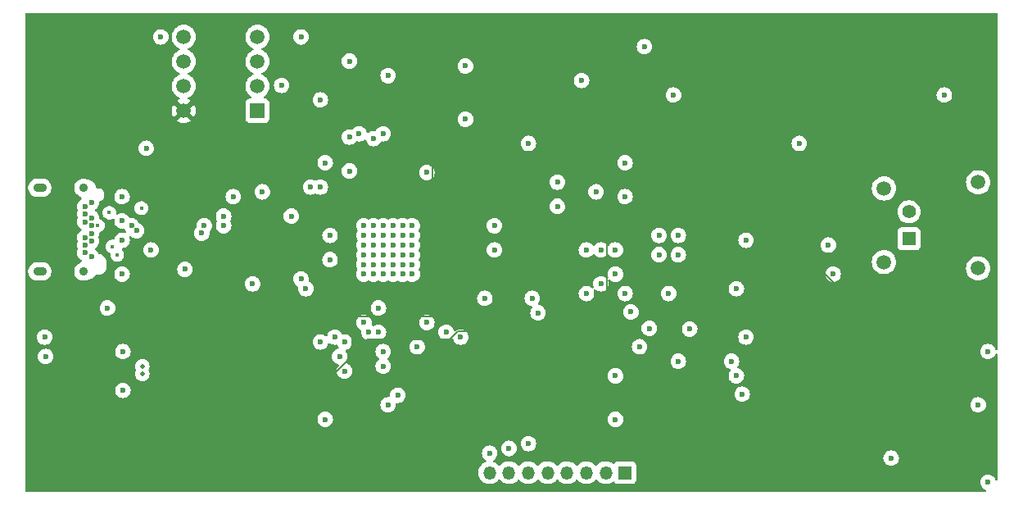
<source format=gbr>
%TF.GenerationSoftware,KiCad,Pcbnew,8.0.2*%
%TF.CreationDate,2025-01-28T20:19:24-08:00*%
%TF.ProjectId,design_revb_2chip,64657369-676e-45f7-9265-76625f326368,rev?*%
%TF.SameCoordinates,Original*%
%TF.FileFunction,Copper,L3,Inr*%
%TF.FilePolarity,Positive*%
%FSLAX46Y46*%
G04 Gerber Fmt 4.6, Leading zero omitted, Abs format (unit mm)*
G04 Created by KiCad (PCBNEW 8.0.2) date 2025-01-28 20:19:24*
%MOMM*%
%LPD*%
G01*
G04 APERTURE LIST*
%TA.AperFunction,ComponentPad*%
%ADD10C,0.499999*%
%TD*%
%TA.AperFunction,ComponentPad*%
%ADD11C,0.600000*%
%TD*%
%TA.AperFunction,ComponentPad*%
%ADD12C,0.900000*%
%TD*%
%TA.AperFunction,ComponentPad*%
%ADD13O,1.400000X0.900000*%
%TD*%
%TA.AperFunction,ComponentPad*%
%ADD14R,1.350000X1.350000*%
%TD*%
%TA.AperFunction,ComponentPad*%
%ADD15O,1.350000X1.350000*%
%TD*%
%TA.AperFunction,ComponentPad*%
%ADD16R,1.498600X1.498600*%
%TD*%
%TA.AperFunction,ComponentPad*%
%ADD17C,1.498600*%
%TD*%
%TA.AperFunction,ComponentPad*%
%ADD18R,1.400000X1.400000*%
%TD*%
%TA.AperFunction,ComponentPad*%
%ADD19C,1.400000*%
%TD*%
%TA.AperFunction,ComponentPad*%
%ADD20C,1.500000*%
%TD*%
%TA.AperFunction,ViaPad*%
%ADD21C,0.600000*%
%TD*%
%TA.AperFunction,ViaPad*%
%ADD22C,0.406400*%
%TD*%
%TA.AperFunction,Conductor*%
%ADD23C,0.200000*%
%TD*%
G04 APERTURE END LIST*
D10*
%TO.N,N/C*%
%TO.C,U2*%
X165087500Y-88000000D03*
X165087500Y-88799998D03*
%TD*%
D11*
%TO.N,GND*%
%TO.C,J4*%
X159850000Y-76700000D03*
%TO.N,/USB_SIDE/USB3_TXP*%
X159150000Y-76300000D03*
%TO.N,/USB_SIDE/USB3_TXN*%
X159150000Y-75500000D03*
%TO.N,VBUS*%
X159850000Y-75100000D03*
%TO.N,unconnected-(J4-CC2-PadB5)*%
X159150000Y-74700000D03*
%TO.N,/USB_SIDE/USB2_P*%
X159850000Y-74300000D03*
%TO.N,/USB_SIDE/USB2_N*%
X159850000Y-73500000D03*
%TO.N,unconnected-(J4-SBU2-PadB8)*%
X159150000Y-73100000D03*
%TO.N,VBUS*%
X159850000Y-72700000D03*
%TO.N,/USB_SIDE/USB3_RXN*%
X159150000Y-72300000D03*
%TO.N,/USB_SIDE/USB3_RXP*%
X159150000Y-71500000D03*
%TO.N,GND*%
X159850000Y-71100000D03*
D12*
%TO.N,USB_SHIELD*%
X159000000Y-78230000D03*
X159000000Y-69570000D03*
D13*
X154500000Y-69570000D03*
X154500000Y-78230000D03*
%TD*%
D14*
%TO.N,GPIO10*%
%TO.C,J2*%
X215000000Y-99000000D03*
D15*
%TO.N,GPIO9*%
X213000000Y-99000000D03*
%TO.N,GPIO8*%
X211000000Y-99000000D03*
%TO.N,GPIO7*%
X209000000Y-99000000D03*
%TO.N,GPIO6*%
X207000000Y-99000000D03*
%TO.N,GPIO5*%
X205000000Y-99000000D03*
%TO.N,GPIO4*%
X203000000Y-99000000D03*
%TO.N,GND*%
X201000000Y-99000000D03*
%TD*%
D16*
%TO.N,Net-(U1-EECS{slash}GPIO0)*%
%TO.C,U3*%
X177000000Y-61620000D03*
D17*
%TO.N,Net-(U1-EECLK{slash}GPIO3)*%
X177000000Y-59080000D03*
%TO.N,Net-(U1-EEDI{slash}GPIO1)*%
X177000000Y-56540000D03*
%TO.N,Net-(U1-EEDO{slash}GPIO2)*%
X177000000Y-54000000D03*
%TO.N,GND*%
X169380000Y-54000000D03*
%TO.N,Net-(U3-ORG)*%
X169380000Y-56540000D03*
%TO.N,unconnected-(U3-NC-Pad7)*%
X169380000Y-59080000D03*
%TO.N,VDD33A*%
X169380000Y-61620000D03*
%TD*%
D18*
%TO.N,/ETH_SIDE/BI_DA+*%
%TO.C,J3*%
X244350000Y-74850000D03*
D19*
%TO.N,/ETH_SIDE/BI_DA-*%
X244350000Y-72050000D03*
D20*
%TO.N,Net-(J3-GND_1)*%
X241750000Y-69650000D03*
X241750000Y-77250000D03*
X251500000Y-69000000D03*
X251500000Y-77900000D03*
%TD*%
D21*
%TO.N,GND*%
X192000000Y-76500000D03*
X192000000Y-74500000D03*
X233000000Y-65000000D03*
X189000000Y-76500000D03*
X220500000Y-76500000D03*
X189000000Y-75500000D03*
X188000000Y-74500000D03*
X180500000Y-72500000D03*
X189000000Y-73500000D03*
X214000000Y-89000000D03*
X191000000Y-76500000D03*
X218500000Y-76500000D03*
X193000000Y-73500000D03*
X189000000Y-78500000D03*
X193000000Y-75500000D03*
X163000000Y-78500000D03*
X220500000Y-74500000D03*
X194500000Y-68000000D03*
X189000000Y-77500000D03*
X193000000Y-78500000D03*
X183500000Y-85500000D03*
X200500000Y-81000000D03*
X210500000Y-58500000D03*
X191000000Y-73500000D03*
X185000000Y-85000000D03*
X189000000Y-74500000D03*
X155087500Y-87000000D03*
X167000000Y-54000000D03*
X189500000Y-84500000D03*
X188000000Y-76500000D03*
X190000000Y-78500000D03*
X190500000Y-58000000D03*
X191000000Y-77500000D03*
X192000000Y-73500000D03*
X193000000Y-74500000D03*
X188000000Y-78500000D03*
X191000000Y-74500000D03*
X217000000Y-55000000D03*
X188000000Y-73500000D03*
X190000000Y-74500000D03*
X163087500Y-86500000D03*
X186000000Y-85500000D03*
X185500000Y-87000000D03*
X252500000Y-86500000D03*
X163087500Y-90500000D03*
X191500000Y-91000000D03*
X190000000Y-77500000D03*
X198500000Y-57000000D03*
X192000000Y-77500000D03*
X191000000Y-75500000D03*
X184000000Y-93500000D03*
X248000000Y-60000000D03*
X188000000Y-75500000D03*
X201500000Y-73500000D03*
X193000000Y-77500000D03*
X192000000Y-78500000D03*
X190000000Y-73500000D03*
X193000000Y-76500000D03*
X186500000Y-64345000D03*
X201500000Y-76000000D03*
X190000000Y-75500000D03*
X155000000Y-85000000D03*
X165500000Y-65500000D03*
X192000000Y-75500000D03*
X227500000Y-85000000D03*
X191000000Y-78500000D03*
X163000000Y-70500000D03*
X201000000Y-97000000D03*
X198500000Y-62500000D03*
X188000000Y-77500000D03*
X198000000Y-85000000D03*
X190000000Y-76500000D03*
X220000000Y-60000000D03*
X196500000Y-84500000D03*
X176500000Y-79500000D03*
X218500000Y-74500000D03*
%TO.N,VDD33A*%
X189149999Y-68500000D03*
X183500000Y-81500000D03*
X195000000Y-69000000D03*
X187000000Y-85500000D03*
X243500000Y-98000000D03*
X174500000Y-86500000D03*
X198500000Y-73500000D03*
X199000000Y-76000000D03*
X202000000Y-89000000D03*
X182500000Y-65000000D03*
X207000000Y-53000000D03*
X192500000Y-62000000D03*
X198000000Y-82000000D03*
X184500000Y-72500000D03*
X186000000Y-83000000D03*
X220000000Y-92000000D03*
X167000000Y-62500000D03*
X168000000Y-65000000D03*
X246000000Y-85000000D03*
X199000000Y-79000000D03*
X232000000Y-60500000D03*
%TO.N,VDD12A*%
X189500000Y-82000000D03*
X186500000Y-67845000D03*
X184500000Y-74500000D03*
X184500000Y-77000000D03*
X194500000Y-83500000D03*
%TO.N,VDD12*%
X183500000Y-60500000D03*
%TO.N,XI*%
X186000000Y-88500000D03*
X188000000Y-83500000D03*
%TO.N,XO*%
X190500000Y-92000000D03*
X188500000Y-84500000D03*
%TO.N,/ETH_SIDE/VddioA*%
X205000000Y-65000000D03*
X215000000Y-80500000D03*
%TO.N,/ETH_SIDE/Vdd1p0A*%
X226500000Y-80000000D03*
X215000000Y-67000000D03*
%TO.N,/ETH_SIDE/Vdda3p3*%
X221674265Y-84174265D03*
X220500001Y-87500000D03*
%TO.N,Net-(D4-K)*%
X251500000Y-92000000D03*
%TO.N,/ETH_SIDE/LED_1*%
X252500000Y-100000000D03*
%TO.N,VBUS*%
X163000000Y-73000000D03*
X163000000Y-75000000D03*
X161500000Y-82000000D03*
%TO.N,/ETH_SIDE/LED_0_STRP_ON*%
X242500000Y-97500000D03*
%TO.N,GPIO4*%
X203000000Y-96500000D03*
X173500000Y-72500000D03*
%TO.N,GPIO5*%
X205000000Y-96000000D03*
X173500000Y-73500000D03*
%TO.N,RESET_N*%
X177500000Y-70000000D03*
X182000000Y-80000000D03*
X174500000Y-70500000D03*
X184000000Y-67000000D03*
%TO.N,TEST*%
X181500000Y-79000000D03*
%TO.N,Net-(U1-EECLK{slash}GPIO3)*%
X187500000Y-64000000D03*
X179500000Y-59000000D03*
%TO.N,RXD2*%
X208000000Y-69000000D03*
X227100000Y-90900000D03*
%TO.N,TXD3*%
X211000000Y-80500000D03*
X211000000Y-76000000D03*
%TO.N,RX_CTL*%
X227500000Y-75000000D03*
X208000000Y-71500000D03*
%TO.N,RXD1*%
X226500000Y-89000000D03*
X212000000Y-70000000D03*
%TO.N,TXD2*%
X212500000Y-79500000D03*
X212500000Y-76000000D03*
%TO.N,Net-(U1-EEDO{slash}GPIO2)*%
X189000000Y-64500000D03*
X181500000Y-54000000D03*
%TO.N,TXD1*%
X214000000Y-78500000D03*
X214000000Y-76000000D03*
%TO.N,Net-(U1-EEDI{slash}GPIO1)*%
X190000000Y-64000000D03*
X186500000Y-56500000D03*
%TO.N,RXD0*%
X226000000Y-87500000D03*
X215000000Y-70500000D03*
%TO.N,PHY_RESET_N*%
X182500000Y-69500000D03*
X206000000Y-82500000D03*
%TO.N,MDC*%
X190000000Y-86500000D03*
X217499999Y-84100000D03*
%TO.N,PHY_INT_N*%
X183500000Y-69500000D03*
X205400000Y-81000000D03*
%TO.N,REF_25CLK*%
X219500000Y-80500000D03*
X193500000Y-86000000D03*
%TO.N,/ETH_SIDE/BI_DA+*%
X236500000Y-78500000D03*
%TO.N,/ETH_SIDE/BI_DA-*%
X236000000Y-75500000D03*
%TO.N,MDIO*%
X216500000Y-86000000D03*
X190000000Y-88000000D03*
D22*
%TO.N,/USB_SIDE/USB2_P*%
X160500000Y-73500000D03*
D21*
X171500000Y-73500000D03*
X164000000Y-73500000D03*
%TO.N,/USB_SIDE/USB2_N*%
X164500000Y-74000000D03*
X171234835Y-74265165D03*
%TO.N,/ETH_SIDE/LED_0_DIP*%
X214000000Y-93500000D03*
X215600000Y-82400000D03*
D22*
%TO.N,/USB_SIDE/USB3_TXN*%
X161685001Y-72150000D03*
%TO.N,/USB_SIDE/USB3_RXN*%
X162000000Y-75650000D03*
D21*
X169500000Y-78000000D03*
X166000000Y-76000000D03*
D22*
%TO.N,/USB_SIDE/USB3_RXP*%
X162500000Y-76500000D03*
%TO.N,/USB_SIDE/USB3_TXP*%
X164993200Y-71675000D03*
X164993200Y-71675000D03*
%TD*%
D23*
%TO.N,VDD33A*%
X182500000Y-65000000D02*
X184000000Y-65000000D01*
X195100000Y-68900000D02*
X195000000Y-69000000D01*
X186000000Y-83000000D02*
X185000000Y-83000000D01*
X207000000Y-53000000D02*
X208000000Y-53000000D01*
X192500000Y-62000000D02*
X195100000Y-64600000D01*
X226424264Y-69272793D02*
X226424264Y-66924264D01*
X202000000Y-89000000D02*
X204000000Y-89000000D01*
X242151471Y-85000000D02*
X227075736Y-69924264D01*
X217575736Y-69924264D02*
X227075736Y-69924264D01*
X227075736Y-69924264D02*
X226424264Y-69272793D01*
X187649999Y-70000000D02*
X189149999Y-68500000D01*
X209000000Y-84400000D02*
X210600000Y-84400000D01*
X198000000Y-82000000D02*
X197100000Y-82900000D01*
X185000000Y-83000000D02*
X183500000Y-81500000D01*
X208600000Y-84400000D02*
X209000000Y-84400000D01*
X186100000Y-82900000D02*
X197100000Y-82900000D01*
X198500000Y-72500000D02*
X198500000Y-73500000D01*
X213100000Y-81900000D02*
X213100000Y-74400000D01*
X185000000Y-68500000D02*
X186500000Y-70000000D01*
X199000000Y-76000000D02*
X199000000Y-79000000D01*
X221924264Y-66924264D02*
X226424264Y-66924264D01*
X198500000Y-75500000D02*
X198500000Y-73500000D01*
X195100000Y-64600000D02*
X195100000Y-68900000D01*
X220000000Y-92000000D02*
X219500000Y-91500000D01*
X208000000Y-53000000D02*
X221924264Y-66924264D01*
X184500000Y-72500000D02*
X184500000Y-72000000D01*
X197751471Y-84400000D02*
X209000000Y-84400000D01*
X167000000Y-62500000D02*
X168000000Y-63500000D01*
X188402942Y-85248529D02*
X196902942Y-85248529D01*
X185151471Y-88500000D02*
X188402942Y-85248529D01*
X195000000Y-69000000D02*
X198500000Y-72500000D01*
X204000000Y-89000000D02*
X208600000Y-84400000D01*
X186000000Y-83000000D02*
X186100000Y-82900000D01*
X213100000Y-74400000D02*
X217575736Y-69924264D01*
X246000000Y-85000000D02*
X242151471Y-85000000D01*
X232000000Y-61348529D02*
X226424264Y-66924264D01*
X168000000Y-63500000D02*
X168000000Y-65000000D01*
X186500000Y-70000000D02*
X187649999Y-70000000D01*
X196902942Y-85248529D02*
X197751471Y-84400000D01*
X175500000Y-88500000D02*
X185151471Y-88500000D01*
X175500000Y-87500000D02*
X175500000Y-88500000D01*
X210600000Y-84400000D02*
X213100000Y-81900000D01*
X199000000Y-76000000D02*
X198500000Y-75500000D01*
X184500000Y-72000000D02*
X186500000Y-70000000D01*
X243500000Y-98000000D02*
X243500000Y-86348529D01*
X243500000Y-86348529D02*
X242151471Y-85000000D01*
X232000000Y-60500000D02*
X232000000Y-61348529D01*
X185000000Y-66000000D02*
X185000000Y-68500000D01*
X174500000Y-86500000D02*
X175500000Y-87500000D01*
X184000000Y-65000000D02*
X185000000Y-66000000D01*
%TD*%
%TA.AperFunction,Conductor*%
%TO.N,VDD33A*%
G36*
X253442539Y-51520185D02*
G01*
X253488294Y-51572989D01*
X253499500Y-51624500D01*
X253499500Y-86202885D01*
X253479815Y-86269924D01*
X253427011Y-86315679D01*
X253357853Y-86325623D01*
X253294297Y-86296598D01*
X253258459Y-86243840D01*
X253225790Y-86150480D01*
X253225789Y-86150478D01*
X253129816Y-85997738D01*
X253002262Y-85870184D01*
X252963121Y-85845590D01*
X252849523Y-85774211D01*
X252679254Y-85714631D01*
X252679249Y-85714630D01*
X252500004Y-85694435D01*
X252499996Y-85694435D01*
X252320750Y-85714630D01*
X252320745Y-85714631D01*
X252150476Y-85774211D01*
X251997737Y-85870184D01*
X251870184Y-85997737D01*
X251774211Y-86150476D01*
X251714631Y-86320745D01*
X251714630Y-86320750D01*
X251694435Y-86499996D01*
X251694435Y-86500003D01*
X251714630Y-86679249D01*
X251714631Y-86679254D01*
X251774211Y-86849523D01*
X251867341Y-86997737D01*
X251870184Y-87002262D01*
X251997738Y-87129816D01*
X252150478Y-87225789D01*
X252288860Y-87274211D01*
X252320745Y-87285368D01*
X252320750Y-87285369D01*
X252499996Y-87305565D01*
X252500000Y-87305565D01*
X252500004Y-87305565D01*
X252679249Y-87285369D01*
X252679252Y-87285368D01*
X252679255Y-87285368D01*
X252849522Y-87225789D01*
X253002262Y-87129816D01*
X253129816Y-87002262D01*
X253225789Y-86849522D01*
X253248237Y-86785368D01*
X253258458Y-86756160D01*
X253299180Y-86699383D01*
X253364133Y-86673636D01*
X253432694Y-86687092D01*
X253483097Y-86735479D01*
X253499500Y-86797114D01*
X253499500Y-99702885D01*
X253479815Y-99769924D01*
X253427011Y-99815679D01*
X253357853Y-99825623D01*
X253294297Y-99796598D01*
X253258459Y-99743840D01*
X253225790Y-99650480D01*
X253225789Y-99650478D01*
X253129816Y-99497738D01*
X253002262Y-99370184D01*
X252849523Y-99274211D01*
X252679254Y-99214631D01*
X252679249Y-99214630D01*
X252500004Y-99194435D01*
X252499996Y-99194435D01*
X252320750Y-99214630D01*
X252320745Y-99214631D01*
X252150476Y-99274211D01*
X251997737Y-99370184D01*
X251870184Y-99497737D01*
X251774211Y-99650476D01*
X251714631Y-99820745D01*
X251714630Y-99820750D01*
X251694435Y-99999996D01*
X251694435Y-100000003D01*
X251714630Y-100179249D01*
X251714631Y-100179254D01*
X251774211Y-100349523D01*
X251870184Y-100502262D01*
X251997738Y-100629816D01*
X252150478Y-100725789D01*
X252243840Y-100758458D01*
X252300617Y-100799180D01*
X252326364Y-100864133D01*
X252312908Y-100932694D01*
X252264521Y-100983097D01*
X252202886Y-100999500D01*
X153124500Y-100999500D01*
X153057461Y-100979815D01*
X153011706Y-100927011D01*
X153000500Y-100875500D01*
X153000500Y-98999999D01*
X199819464Y-98999999D01*
X199819464Y-99000000D01*
X199839564Y-99216918D01*
X199839564Y-99216920D01*
X199839565Y-99216923D01*
X199899183Y-99426459D01*
X199899184Y-99426462D01*
X199996288Y-99621472D01*
X200127573Y-99795322D01*
X200288568Y-99942088D01*
X200288575Y-99942092D01*
X200288576Y-99942093D01*
X200473786Y-100056770D01*
X200473792Y-100056773D01*
X200496664Y-100065633D01*
X200676931Y-100135470D01*
X200891074Y-100175500D01*
X200891076Y-100175500D01*
X201108924Y-100175500D01*
X201108926Y-100175500D01*
X201323069Y-100135470D01*
X201526210Y-100056772D01*
X201711432Y-99942088D01*
X201872427Y-99795322D01*
X201901047Y-99757422D01*
X201957153Y-99715787D01*
X202026865Y-99711094D01*
X202088048Y-99744836D01*
X202098946Y-99757414D01*
X202127573Y-99795322D01*
X202127576Y-99795325D01*
X202127578Y-99795327D01*
X202242569Y-99900154D01*
X202288568Y-99942088D01*
X202288575Y-99942092D01*
X202288576Y-99942093D01*
X202473786Y-100056770D01*
X202473792Y-100056773D01*
X202496664Y-100065633D01*
X202676931Y-100135470D01*
X202891074Y-100175500D01*
X202891076Y-100175500D01*
X203108924Y-100175500D01*
X203108926Y-100175500D01*
X203323069Y-100135470D01*
X203526210Y-100056772D01*
X203711432Y-99942088D01*
X203872427Y-99795322D01*
X203901047Y-99757422D01*
X203957153Y-99715787D01*
X204026865Y-99711094D01*
X204088048Y-99744836D01*
X204098946Y-99757414D01*
X204127573Y-99795322D01*
X204127576Y-99795325D01*
X204127578Y-99795327D01*
X204242569Y-99900154D01*
X204288568Y-99942088D01*
X204288575Y-99942092D01*
X204288576Y-99942093D01*
X204473786Y-100056770D01*
X204473792Y-100056773D01*
X204496664Y-100065633D01*
X204676931Y-100135470D01*
X204891074Y-100175500D01*
X204891076Y-100175500D01*
X205108924Y-100175500D01*
X205108926Y-100175500D01*
X205323069Y-100135470D01*
X205526210Y-100056772D01*
X205711432Y-99942088D01*
X205872427Y-99795322D01*
X205901047Y-99757422D01*
X205957153Y-99715787D01*
X206026865Y-99711094D01*
X206088048Y-99744836D01*
X206098946Y-99757414D01*
X206127573Y-99795322D01*
X206127576Y-99795325D01*
X206127578Y-99795327D01*
X206242569Y-99900154D01*
X206288568Y-99942088D01*
X206288575Y-99942092D01*
X206288576Y-99942093D01*
X206473786Y-100056770D01*
X206473792Y-100056773D01*
X206496664Y-100065633D01*
X206676931Y-100135470D01*
X206891074Y-100175500D01*
X206891076Y-100175500D01*
X207108924Y-100175500D01*
X207108926Y-100175500D01*
X207323069Y-100135470D01*
X207526210Y-100056772D01*
X207711432Y-99942088D01*
X207872427Y-99795322D01*
X207901047Y-99757422D01*
X207957153Y-99715787D01*
X208026865Y-99711094D01*
X208088048Y-99744836D01*
X208098946Y-99757414D01*
X208127573Y-99795322D01*
X208127576Y-99795325D01*
X208127578Y-99795327D01*
X208242569Y-99900154D01*
X208288568Y-99942088D01*
X208288575Y-99942092D01*
X208288576Y-99942093D01*
X208473786Y-100056770D01*
X208473792Y-100056773D01*
X208496664Y-100065633D01*
X208676931Y-100135470D01*
X208891074Y-100175500D01*
X208891076Y-100175500D01*
X209108924Y-100175500D01*
X209108926Y-100175500D01*
X209323069Y-100135470D01*
X209526210Y-100056772D01*
X209711432Y-99942088D01*
X209872427Y-99795322D01*
X209901047Y-99757422D01*
X209957153Y-99715787D01*
X210026865Y-99711094D01*
X210088048Y-99744836D01*
X210098946Y-99757414D01*
X210127573Y-99795322D01*
X210127576Y-99795325D01*
X210127578Y-99795327D01*
X210242569Y-99900154D01*
X210288568Y-99942088D01*
X210288575Y-99942092D01*
X210288576Y-99942093D01*
X210473786Y-100056770D01*
X210473792Y-100056773D01*
X210496664Y-100065633D01*
X210676931Y-100135470D01*
X210891074Y-100175500D01*
X210891076Y-100175500D01*
X211108924Y-100175500D01*
X211108926Y-100175500D01*
X211323069Y-100135470D01*
X211526210Y-100056772D01*
X211711432Y-99942088D01*
X211872427Y-99795322D01*
X211901047Y-99757422D01*
X211957153Y-99715787D01*
X212026865Y-99711094D01*
X212088048Y-99744836D01*
X212098946Y-99757414D01*
X212127573Y-99795322D01*
X212127576Y-99795325D01*
X212127578Y-99795327D01*
X212242569Y-99900154D01*
X212288568Y-99942088D01*
X212288575Y-99942092D01*
X212288576Y-99942093D01*
X212473786Y-100056770D01*
X212473792Y-100056773D01*
X212496664Y-100065633D01*
X212676931Y-100135470D01*
X212891074Y-100175500D01*
X212891076Y-100175500D01*
X213108924Y-100175500D01*
X213108926Y-100175500D01*
X213323069Y-100135470D01*
X213526210Y-100056772D01*
X213711432Y-99942088D01*
X213722407Y-99932082D01*
X213785207Y-99901463D01*
X213854594Y-99909657D01*
X213905214Y-99949405D01*
X213967452Y-100032544D01*
X213967455Y-100032547D01*
X214082664Y-100118793D01*
X214082671Y-100118797D01*
X214217517Y-100169091D01*
X214217516Y-100169091D01*
X214224444Y-100169835D01*
X214277127Y-100175500D01*
X215722872Y-100175499D01*
X215782483Y-100169091D01*
X215917331Y-100118796D01*
X216032546Y-100032546D01*
X216118796Y-99917331D01*
X216169091Y-99782483D01*
X216175500Y-99722873D01*
X216175499Y-98277128D01*
X216169091Y-98217517D01*
X216164302Y-98204678D01*
X216118797Y-98082671D01*
X216118793Y-98082664D01*
X216032547Y-97967455D01*
X216032544Y-97967452D01*
X215917335Y-97881206D01*
X215917328Y-97881202D01*
X215782482Y-97830908D01*
X215782483Y-97830908D01*
X215722883Y-97824501D01*
X215722881Y-97824500D01*
X215722873Y-97824500D01*
X215722864Y-97824500D01*
X214277129Y-97824500D01*
X214277123Y-97824501D01*
X214217516Y-97830908D01*
X214082671Y-97881202D01*
X214082664Y-97881206D01*
X213967455Y-97967452D01*
X213905214Y-98050594D01*
X213849279Y-98092465D01*
X213779588Y-98097448D01*
X213722411Y-98067920D01*
X213711434Y-98057913D01*
X213711429Y-98057910D01*
X213526213Y-97943229D01*
X213526207Y-97943226D01*
X213433145Y-97907174D01*
X213323069Y-97864530D01*
X213108926Y-97824500D01*
X212891074Y-97824500D01*
X212676931Y-97864530D01*
X212633896Y-97881202D01*
X212473792Y-97943226D01*
X212473786Y-97943229D01*
X212288576Y-98057906D01*
X212288566Y-98057913D01*
X212127573Y-98204676D01*
X212098953Y-98242576D01*
X212042844Y-98284211D01*
X211973132Y-98288902D01*
X211911950Y-98255159D01*
X211901047Y-98242576D01*
X211872426Y-98204676D01*
X211711433Y-98057913D01*
X211711423Y-98057906D01*
X211526213Y-97943229D01*
X211526207Y-97943226D01*
X211433145Y-97907174D01*
X211323069Y-97864530D01*
X211108926Y-97824500D01*
X210891074Y-97824500D01*
X210676931Y-97864530D01*
X210633896Y-97881202D01*
X210473792Y-97943226D01*
X210473786Y-97943229D01*
X210288576Y-98057906D01*
X210288566Y-98057913D01*
X210127573Y-98204676D01*
X210098953Y-98242576D01*
X210042844Y-98284211D01*
X209973132Y-98288902D01*
X209911950Y-98255159D01*
X209901047Y-98242576D01*
X209872426Y-98204676D01*
X209711433Y-98057913D01*
X209711423Y-98057906D01*
X209526213Y-97943229D01*
X209526207Y-97943226D01*
X209433145Y-97907174D01*
X209323069Y-97864530D01*
X209108926Y-97824500D01*
X208891074Y-97824500D01*
X208676931Y-97864530D01*
X208633896Y-97881202D01*
X208473792Y-97943226D01*
X208473786Y-97943229D01*
X208288576Y-98057906D01*
X208288566Y-98057913D01*
X208127573Y-98204676D01*
X208098953Y-98242576D01*
X208042844Y-98284211D01*
X207973132Y-98288902D01*
X207911950Y-98255159D01*
X207901047Y-98242576D01*
X207872426Y-98204676D01*
X207711433Y-98057913D01*
X207711423Y-98057906D01*
X207526213Y-97943229D01*
X207526207Y-97943226D01*
X207433145Y-97907174D01*
X207323069Y-97864530D01*
X207108926Y-97824500D01*
X206891074Y-97824500D01*
X206676931Y-97864530D01*
X206633896Y-97881202D01*
X206473792Y-97943226D01*
X206473786Y-97943229D01*
X206288576Y-98057906D01*
X206288566Y-98057913D01*
X206127573Y-98204676D01*
X206098953Y-98242576D01*
X206042844Y-98284211D01*
X205973132Y-98288902D01*
X205911950Y-98255159D01*
X205901047Y-98242576D01*
X205872426Y-98204676D01*
X205711433Y-98057913D01*
X205711423Y-98057906D01*
X205526213Y-97943229D01*
X205526207Y-97943226D01*
X205433145Y-97907174D01*
X205323069Y-97864530D01*
X205108926Y-97824500D01*
X204891074Y-97824500D01*
X204676931Y-97864530D01*
X204633896Y-97881202D01*
X204473792Y-97943226D01*
X204473786Y-97943229D01*
X204288576Y-98057906D01*
X204288566Y-98057913D01*
X204127573Y-98204676D01*
X204098953Y-98242576D01*
X204042844Y-98284211D01*
X203973132Y-98288902D01*
X203911950Y-98255159D01*
X203901047Y-98242576D01*
X203872426Y-98204676D01*
X203711433Y-98057913D01*
X203711423Y-98057906D01*
X203526213Y-97943229D01*
X203526207Y-97943226D01*
X203433145Y-97907174D01*
X203323069Y-97864530D01*
X203108926Y-97824500D01*
X202891074Y-97824500D01*
X202676931Y-97864530D01*
X202633896Y-97881202D01*
X202473792Y-97943226D01*
X202473786Y-97943229D01*
X202288576Y-98057906D01*
X202288566Y-98057913D01*
X202127573Y-98204676D01*
X202098953Y-98242576D01*
X202042844Y-98284211D01*
X201973132Y-98288902D01*
X201911950Y-98255159D01*
X201901047Y-98242576D01*
X201872426Y-98204676D01*
X201711433Y-98057913D01*
X201711423Y-98057906D01*
X201526213Y-97943229D01*
X201526207Y-97943227D01*
X201433141Y-97907172D01*
X201377742Y-97864601D01*
X201354151Y-97798834D01*
X201369862Y-97730754D01*
X201411963Y-97686554D01*
X201502262Y-97629816D01*
X201629816Y-97502262D01*
X201631240Y-97499996D01*
X241694435Y-97499996D01*
X241694435Y-97500003D01*
X241714630Y-97679249D01*
X241714631Y-97679254D01*
X241774211Y-97849523D01*
X241794118Y-97881204D01*
X241870184Y-98002262D01*
X241997738Y-98129816D01*
X242077112Y-98179690D01*
X242137311Y-98217516D01*
X242150478Y-98225789D01*
X242320745Y-98285368D01*
X242320750Y-98285369D01*
X242499996Y-98305565D01*
X242500000Y-98305565D01*
X242500004Y-98305565D01*
X242679249Y-98285369D01*
X242679252Y-98285368D01*
X242679255Y-98285368D01*
X242849522Y-98225789D01*
X243002262Y-98129816D01*
X243129816Y-98002262D01*
X243225789Y-97849522D01*
X243285368Y-97679255D01*
X243285369Y-97679249D01*
X243305565Y-97500003D01*
X243305565Y-97499996D01*
X243285369Y-97320750D01*
X243285368Y-97320745D01*
X243252141Y-97225788D01*
X243225789Y-97150478D01*
X243129816Y-96997738D01*
X243002262Y-96870184D01*
X242969379Y-96849522D01*
X242849523Y-96774211D01*
X242679254Y-96714631D01*
X242679249Y-96714630D01*
X242500004Y-96694435D01*
X242499996Y-96694435D01*
X242320750Y-96714630D01*
X242320745Y-96714631D01*
X242150476Y-96774211D01*
X241997737Y-96870184D01*
X241870184Y-96997737D01*
X241774211Y-97150476D01*
X241714631Y-97320745D01*
X241714630Y-97320750D01*
X241694435Y-97499996D01*
X201631240Y-97499996D01*
X201725789Y-97349522D01*
X201785368Y-97179255D01*
X201785369Y-97179249D01*
X201805565Y-97000003D01*
X201805565Y-96999996D01*
X201785369Y-96820750D01*
X201785368Y-96820745D01*
X201741170Y-96694435D01*
X201725789Y-96650478D01*
X201631235Y-96499996D01*
X202194435Y-96499996D01*
X202194435Y-96500003D01*
X202214630Y-96679249D01*
X202214631Y-96679254D01*
X202274211Y-96849523D01*
X202367341Y-96997737D01*
X202370184Y-97002262D01*
X202497738Y-97129816D01*
X202650478Y-97225789D01*
X202820745Y-97285368D01*
X202820750Y-97285369D01*
X202999996Y-97305565D01*
X203000000Y-97305565D01*
X203000004Y-97305565D01*
X203179249Y-97285369D01*
X203179252Y-97285368D01*
X203179255Y-97285368D01*
X203349522Y-97225789D01*
X203502262Y-97129816D01*
X203629816Y-97002262D01*
X203725789Y-96849522D01*
X203785368Y-96679255D01*
X203785369Y-96679249D01*
X203805565Y-96500003D01*
X203805565Y-96499996D01*
X203785369Y-96320750D01*
X203785368Y-96320745D01*
X203741170Y-96194435D01*
X203725789Y-96150478D01*
X203631235Y-95999996D01*
X204194435Y-95999996D01*
X204194435Y-96000003D01*
X204214630Y-96179249D01*
X204214631Y-96179254D01*
X204274211Y-96349523D01*
X204367341Y-96497737D01*
X204370184Y-96502262D01*
X204497738Y-96629816D01*
X204576410Y-96679249D01*
X204632721Y-96714632D01*
X204650478Y-96725789D01*
X204788860Y-96774211D01*
X204820745Y-96785368D01*
X204820750Y-96785369D01*
X204999996Y-96805565D01*
X205000000Y-96805565D01*
X205000004Y-96805565D01*
X205179249Y-96785369D01*
X205179252Y-96785368D01*
X205179255Y-96785368D01*
X205349522Y-96725789D01*
X205502262Y-96629816D01*
X205629816Y-96502262D01*
X205725789Y-96349522D01*
X205785368Y-96179255D01*
X205785369Y-96179249D01*
X205805565Y-96000003D01*
X205805565Y-95999996D01*
X205785369Y-95820750D01*
X205785368Y-95820745D01*
X205725788Y-95650476D01*
X205629815Y-95497737D01*
X205502262Y-95370184D01*
X205349523Y-95274211D01*
X205179254Y-95214631D01*
X205179249Y-95214630D01*
X205000004Y-95194435D01*
X204999996Y-95194435D01*
X204820750Y-95214630D01*
X204820745Y-95214631D01*
X204650476Y-95274211D01*
X204497737Y-95370184D01*
X204370184Y-95497737D01*
X204274211Y-95650476D01*
X204214631Y-95820745D01*
X204214630Y-95820750D01*
X204194435Y-95999996D01*
X203631235Y-95999996D01*
X203629816Y-95997738D01*
X203502262Y-95870184D01*
X203349523Y-95774211D01*
X203179254Y-95714631D01*
X203179249Y-95714630D01*
X203000004Y-95694435D01*
X202999996Y-95694435D01*
X202820750Y-95714630D01*
X202820745Y-95714631D01*
X202650476Y-95774211D01*
X202497737Y-95870184D01*
X202370184Y-95997737D01*
X202274211Y-96150476D01*
X202214631Y-96320745D01*
X202214630Y-96320750D01*
X202194435Y-96499996D01*
X201631235Y-96499996D01*
X201629816Y-96497738D01*
X201502262Y-96370184D01*
X201469379Y-96349522D01*
X201349523Y-96274211D01*
X201179254Y-96214631D01*
X201179249Y-96214630D01*
X201000004Y-96194435D01*
X200999996Y-96194435D01*
X200820750Y-96214630D01*
X200820745Y-96214631D01*
X200650476Y-96274211D01*
X200497737Y-96370184D01*
X200370184Y-96497737D01*
X200274211Y-96650476D01*
X200214631Y-96820745D01*
X200214630Y-96820750D01*
X200194435Y-96999996D01*
X200194435Y-97000003D01*
X200214630Y-97179249D01*
X200214631Y-97179254D01*
X200274211Y-97349523D01*
X200368760Y-97499996D01*
X200370184Y-97502262D01*
X200497738Y-97629816D01*
X200555893Y-97666357D01*
X200588034Y-97686553D01*
X200634325Y-97738888D01*
X200644973Y-97807942D01*
X200616598Y-97871790D01*
X200566856Y-97907173D01*
X200548187Y-97914405D01*
X200473792Y-97943226D01*
X200473786Y-97943229D01*
X200288576Y-98057906D01*
X200288566Y-98057913D01*
X200127574Y-98204676D01*
X199996288Y-98378527D01*
X199899184Y-98573537D01*
X199839564Y-98783081D01*
X199819464Y-98999999D01*
X153000500Y-98999999D01*
X153000500Y-93499996D01*
X183194435Y-93499996D01*
X183194435Y-93500003D01*
X183214630Y-93679249D01*
X183214631Y-93679254D01*
X183274211Y-93849523D01*
X183370184Y-94002262D01*
X183497738Y-94129816D01*
X183650478Y-94225789D01*
X183820745Y-94285368D01*
X183820750Y-94285369D01*
X183999996Y-94305565D01*
X184000000Y-94305565D01*
X184000004Y-94305565D01*
X184179249Y-94285369D01*
X184179252Y-94285368D01*
X184179255Y-94285368D01*
X184349522Y-94225789D01*
X184502262Y-94129816D01*
X184629816Y-94002262D01*
X184725789Y-93849522D01*
X184785368Y-93679255D01*
X184805565Y-93500000D01*
X184805565Y-93499996D01*
X213194435Y-93499996D01*
X213194435Y-93500003D01*
X213214630Y-93679249D01*
X213214631Y-93679254D01*
X213274211Y-93849523D01*
X213370184Y-94002262D01*
X213497738Y-94129816D01*
X213650478Y-94225789D01*
X213820745Y-94285368D01*
X213820750Y-94285369D01*
X213999996Y-94305565D01*
X214000000Y-94305565D01*
X214000004Y-94305565D01*
X214179249Y-94285369D01*
X214179252Y-94285368D01*
X214179255Y-94285368D01*
X214349522Y-94225789D01*
X214502262Y-94129816D01*
X214629816Y-94002262D01*
X214725789Y-93849522D01*
X214785368Y-93679255D01*
X214805565Y-93500000D01*
X214785368Y-93320745D01*
X214725789Y-93150478D01*
X214629816Y-92997738D01*
X214502262Y-92870184D01*
X214399422Y-92805565D01*
X214349523Y-92774211D01*
X214179254Y-92714631D01*
X214179249Y-92714630D01*
X214000004Y-92694435D01*
X213999996Y-92694435D01*
X213820750Y-92714630D01*
X213820745Y-92714631D01*
X213650476Y-92774211D01*
X213497737Y-92870184D01*
X213370184Y-92997737D01*
X213274211Y-93150476D01*
X213214631Y-93320745D01*
X213214630Y-93320750D01*
X213194435Y-93499996D01*
X184805565Y-93499996D01*
X184785368Y-93320745D01*
X184725789Y-93150478D01*
X184629816Y-92997738D01*
X184502262Y-92870184D01*
X184399422Y-92805565D01*
X184349523Y-92774211D01*
X184179254Y-92714631D01*
X184179249Y-92714630D01*
X184000004Y-92694435D01*
X183999996Y-92694435D01*
X183820750Y-92714630D01*
X183820745Y-92714631D01*
X183650476Y-92774211D01*
X183497737Y-92870184D01*
X183370184Y-92997737D01*
X183274211Y-93150476D01*
X183214631Y-93320745D01*
X183214630Y-93320750D01*
X183194435Y-93499996D01*
X153000500Y-93499996D01*
X153000500Y-91999996D01*
X189694435Y-91999996D01*
X189694435Y-92000003D01*
X189714630Y-92179249D01*
X189714631Y-92179254D01*
X189774211Y-92349523D01*
X189870184Y-92502262D01*
X189997738Y-92629816D01*
X190088080Y-92686582D01*
X190132721Y-92714632D01*
X190150478Y-92725789D01*
X190288860Y-92774211D01*
X190320745Y-92785368D01*
X190320750Y-92785369D01*
X190499996Y-92805565D01*
X190500000Y-92805565D01*
X190500004Y-92805565D01*
X190679249Y-92785369D01*
X190679252Y-92785368D01*
X190679255Y-92785368D01*
X190849522Y-92725789D01*
X191002262Y-92629816D01*
X191129816Y-92502262D01*
X191225789Y-92349522D01*
X191285368Y-92179255D01*
X191305565Y-92000000D01*
X191305565Y-91999996D01*
X250694435Y-91999996D01*
X250694435Y-92000003D01*
X250714630Y-92179249D01*
X250714631Y-92179254D01*
X250774211Y-92349523D01*
X250870184Y-92502262D01*
X250997738Y-92629816D01*
X251088080Y-92686582D01*
X251132721Y-92714632D01*
X251150478Y-92725789D01*
X251288860Y-92774211D01*
X251320745Y-92785368D01*
X251320750Y-92785369D01*
X251499996Y-92805565D01*
X251500000Y-92805565D01*
X251500004Y-92805565D01*
X251679249Y-92785369D01*
X251679252Y-92785368D01*
X251679255Y-92785368D01*
X251849522Y-92725789D01*
X252002262Y-92629816D01*
X252129816Y-92502262D01*
X252225789Y-92349522D01*
X252285368Y-92179255D01*
X252305565Y-92000000D01*
X252298285Y-91935389D01*
X252285369Y-91820750D01*
X252285368Y-91820745D01*
X252237998Y-91685369D01*
X252225789Y-91650478D01*
X252129816Y-91497738D01*
X252002262Y-91370184D01*
X251899422Y-91305565D01*
X251849523Y-91274211D01*
X251679254Y-91214631D01*
X251679249Y-91214630D01*
X251500004Y-91194435D01*
X251499996Y-91194435D01*
X251320750Y-91214630D01*
X251320745Y-91214631D01*
X251150476Y-91274211D01*
X250997737Y-91370184D01*
X250870184Y-91497737D01*
X250774211Y-91650476D01*
X250714631Y-91820745D01*
X250714630Y-91820750D01*
X250694435Y-91999996D01*
X191305565Y-91999996D01*
X191298285Y-91935388D01*
X191310339Y-91866567D01*
X191357688Y-91815188D01*
X191425298Y-91797563D01*
X191435385Y-91798284D01*
X191461857Y-91801267D01*
X191499998Y-91805565D01*
X191500000Y-91805565D01*
X191500004Y-91805565D01*
X191679249Y-91785369D01*
X191679252Y-91785368D01*
X191679255Y-91785368D01*
X191849522Y-91725789D01*
X192002262Y-91629816D01*
X192129816Y-91502262D01*
X192225789Y-91349522D01*
X192285368Y-91179255D01*
X192290531Y-91133433D01*
X192305565Y-91000003D01*
X192305565Y-90999996D01*
X192294298Y-90899996D01*
X226294435Y-90899996D01*
X226294435Y-90900003D01*
X226314630Y-91079249D01*
X226314631Y-91079254D01*
X226374211Y-91249523D01*
X226396735Y-91285369D01*
X226470184Y-91402262D01*
X226597738Y-91529816D01*
X226750478Y-91625789D01*
X226920745Y-91685368D01*
X226920750Y-91685369D01*
X227099996Y-91705565D01*
X227100000Y-91705565D01*
X227100004Y-91705565D01*
X227279249Y-91685369D01*
X227279252Y-91685368D01*
X227279255Y-91685368D01*
X227449522Y-91625789D01*
X227602262Y-91529816D01*
X227729816Y-91402262D01*
X227825789Y-91249522D01*
X227885368Y-91079255D01*
X227894043Y-91002262D01*
X227905565Y-90900003D01*
X227905565Y-90899996D01*
X227885369Y-90720750D01*
X227885368Y-90720745D01*
X227870848Y-90679249D01*
X227825789Y-90550478D01*
X227729816Y-90397738D01*
X227602262Y-90270184D01*
X227513852Y-90214632D01*
X227449523Y-90174211D01*
X227279254Y-90114631D01*
X227279249Y-90114630D01*
X227100004Y-90094435D01*
X227099996Y-90094435D01*
X226920750Y-90114630D01*
X226920745Y-90114631D01*
X226750476Y-90174211D01*
X226597737Y-90270184D01*
X226470184Y-90397737D01*
X226374211Y-90550476D01*
X226314631Y-90720745D01*
X226314630Y-90720750D01*
X226294435Y-90899996D01*
X192294298Y-90899996D01*
X192285369Y-90820750D01*
X192285368Y-90820745D01*
X192250376Y-90720745D01*
X192225789Y-90650478D01*
X192129816Y-90497738D01*
X192002262Y-90370184D01*
X191849523Y-90274211D01*
X191679254Y-90214631D01*
X191679249Y-90214630D01*
X191500004Y-90194435D01*
X191499996Y-90194435D01*
X191320750Y-90214630D01*
X191320745Y-90214631D01*
X191150476Y-90274211D01*
X190997737Y-90370184D01*
X190870184Y-90497737D01*
X190774211Y-90650476D01*
X190714631Y-90820745D01*
X190714630Y-90820750D01*
X190694435Y-90999996D01*
X190694435Y-91000004D01*
X190701714Y-91064611D01*
X190689659Y-91133433D01*
X190642310Y-91184812D01*
X190574699Y-91202436D01*
X190564611Y-91201714D01*
X190500004Y-91194435D01*
X190499996Y-91194435D01*
X190320750Y-91214630D01*
X190320745Y-91214631D01*
X190150476Y-91274211D01*
X189997737Y-91370184D01*
X189870184Y-91497737D01*
X189774211Y-91650476D01*
X189714631Y-91820745D01*
X189714630Y-91820750D01*
X189694435Y-91999996D01*
X153000500Y-91999996D01*
X153000500Y-90499996D01*
X162281935Y-90499996D01*
X162281935Y-90500003D01*
X162302130Y-90679249D01*
X162302131Y-90679254D01*
X162361711Y-90849523D01*
X162393426Y-90899996D01*
X162457684Y-91002262D01*
X162585238Y-91129816D01*
X162663910Y-91179249D01*
X162720221Y-91214632D01*
X162737978Y-91225789D01*
X162805806Y-91249523D01*
X162908245Y-91285368D01*
X162908250Y-91285369D01*
X163087496Y-91305565D01*
X163087500Y-91305565D01*
X163087504Y-91305565D01*
X163266749Y-91285369D01*
X163266752Y-91285368D01*
X163266755Y-91285368D01*
X163437022Y-91225789D01*
X163589762Y-91129816D01*
X163717316Y-91002262D01*
X163813289Y-90849522D01*
X163872868Y-90679255D01*
X163872869Y-90679249D01*
X163893065Y-90500003D01*
X163893065Y-90499996D01*
X163872869Y-90320750D01*
X163872868Y-90320745D01*
X163828670Y-90194435D01*
X163813289Y-90150478D01*
X163790765Y-90114632D01*
X163717315Y-89997737D01*
X163589762Y-89870184D01*
X163437023Y-89774211D01*
X163266754Y-89714631D01*
X163266749Y-89714630D01*
X163087504Y-89694435D01*
X163087496Y-89694435D01*
X162908250Y-89714630D01*
X162908245Y-89714631D01*
X162737976Y-89774211D01*
X162585237Y-89870184D01*
X162457684Y-89997737D01*
X162361711Y-90150476D01*
X162302131Y-90320745D01*
X162302130Y-90320750D01*
X162281935Y-90499996D01*
X153000500Y-90499996D01*
X153000500Y-87999997D01*
X164332252Y-87999997D01*
X164332252Y-88000002D01*
X164351186Y-88168053D01*
X164351187Y-88168056D01*
X164407045Y-88327691D01*
X164411027Y-88334028D01*
X164430027Y-88401265D01*
X164411027Y-88465970D01*
X164407045Y-88472306D01*
X164351187Y-88631941D01*
X164351186Y-88631944D01*
X164332252Y-88799995D01*
X164332252Y-88800000D01*
X164351186Y-88968051D01*
X164351187Y-88968054D01*
X164407045Y-89127689D01*
X164468685Y-89225788D01*
X164497023Y-89270887D01*
X164616611Y-89390475D01*
X164759810Y-89480453D01*
X164919442Y-89536310D01*
X164919443Y-89536310D01*
X164919446Y-89536311D01*
X165087497Y-89555246D01*
X165087500Y-89555246D01*
X165087503Y-89555246D01*
X165255553Y-89536311D01*
X165255554Y-89536310D01*
X165255558Y-89536310D01*
X165415190Y-89480453D01*
X165558389Y-89390475D01*
X165677977Y-89270887D01*
X165767955Y-89127688D01*
X165823812Y-88968056D01*
X165840411Y-88820745D01*
X165842748Y-88800000D01*
X165842748Y-88799995D01*
X165823813Y-88631944D01*
X165823812Y-88631941D01*
X165823812Y-88631940D01*
X165767955Y-88472308D01*
X165763974Y-88465973D01*
X165744973Y-88398738D01*
X165763975Y-88334024D01*
X165767955Y-88327690D01*
X165823812Y-88168058D01*
X165829219Y-88120077D01*
X165842748Y-88000002D01*
X165842748Y-87999997D01*
X165823813Y-87831946D01*
X165823812Y-87831943D01*
X165819895Y-87820750D01*
X165767955Y-87672310D01*
X165677977Y-87529111D01*
X165558389Y-87409523D01*
X165495785Y-87370186D01*
X165415191Y-87319545D01*
X165255556Y-87263687D01*
X165255553Y-87263686D01*
X165087503Y-87244752D01*
X165087497Y-87244752D01*
X164919446Y-87263686D01*
X164919443Y-87263687D01*
X164759808Y-87319545D01*
X164616610Y-87409523D01*
X164497023Y-87529110D01*
X164407045Y-87672308D01*
X164351187Y-87831943D01*
X164351186Y-87831946D01*
X164332252Y-87999997D01*
X153000500Y-87999997D01*
X153000500Y-86999996D01*
X154281935Y-86999996D01*
X154281935Y-87000003D01*
X154302130Y-87179249D01*
X154302131Y-87179254D01*
X154361711Y-87349523D01*
X154374695Y-87370186D01*
X154457684Y-87502262D01*
X154585238Y-87629816D01*
X154652864Y-87672308D01*
X154720221Y-87714632D01*
X154737978Y-87725789D01*
X154876360Y-87774211D01*
X154908245Y-87785368D01*
X154908250Y-87785369D01*
X155087496Y-87805565D01*
X155087500Y-87805565D01*
X155087504Y-87805565D01*
X155266749Y-87785369D01*
X155266752Y-87785368D01*
X155266755Y-87785368D01*
X155437022Y-87725789D01*
X155589762Y-87629816D01*
X155717316Y-87502262D01*
X155813289Y-87349522D01*
X155872868Y-87179255D01*
X155873938Y-87169758D01*
X155893065Y-87000003D01*
X155893065Y-86999996D01*
X155872869Y-86820750D01*
X155872868Y-86820745D01*
X155835737Y-86714630D01*
X155813289Y-86650478D01*
X155718735Y-86499996D01*
X162281935Y-86499996D01*
X162281935Y-86500003D01*
X162302130Y-86679249D01*
X162302131Y-86679254D01*
X162361711Y-86849523D01*
X162454841Y-86997737D01*
X162457684Y-87002262D01*
X162585238Y-87129816D01*
X162737978Y-87225789D01*
X162876360Y-87274211D01*
X162908245Y-87285368D01*
X162908250Y-87285369D01*
X163087496Y-87305565D01*
X163087500Y-87305565D01*
X163087504Y-87305565D01*
X163266749Y-87285369D01*
X163266752Y-87285368D01*
X163266755Y-87285368D01*
X163437022Y-87225789D01*
X163589762Y-87129816D01*
X163717316Y-87002262D01*
X163813289Y-86849522D01*
X163872868Y-86679255D01*
X163873501Y-86673636D01*
X163893065Y-86500003D01*
X163893065Y-86499996D01*
X163872869Y-86320750D01*
X163872868Y-86320745D01*
X163835737Y-86214630D01*
X163813289Y-86150478D01*
X163717316Y-85997738D01*
X163589762Y-85870184D01*
X163550621Y-85845590D01*
X163437023Y-85774211D01*
X163266754Y-85714631D01*
X163266749Y-85714630D01*
X163087504Y-85694435D01*
X163087496Y-85694435D01*
X162908250Y-85714630D01*
X162908245Y-85714631D01*
X162737976Y-85774211D01*
X162585237Y-85870184D01*
X162457684Y-85997737D01*
X162361711Y-86150476D01*
X162302131Y-86320745D01*
X162302130Y-86320750D01*
X162281935Y-86499996D01*
X155718735Y-86499996D01*
X155717316Y-86497738D01*
X155589762Y-86370184D01*
X155437023Y-86274211D01*
X155266754Y-86214631D01*
X155266749Y-86214630D01*
X155087504Y-86194435D01*
X155087496Y-86194435D01*
X154908250Y-86214630D01*
X154908245Y-86214631D01*
X154737976Y-86274211D01*
X154585237Y-86370184D01*
X154457684Y-86497737D01*
X154361711Y-86650476D01*
X154302131Y-86820745D01*
X154302130Y-86820750D01*
X154281935Y-86999996D01*
X153000500Y-86999996D01*
X153000500Y-84999996D01*
X154194435Y-84999996D01*
X154194435Y-85000003D01*
X154214630Y-85179249D01*
X154214631Y-85179254D01*
X154274211Y-85349523D01*
X154291756Y-85377445D01*
X154370184Y-85502262D01*
X154497738Y-85629816D01*
X154565959Y-85672682D01*
X154632721Y-85714632D01*
X154650478Y-85725789D01*
X154788860Y-85774211D01*
X154820745Y-85785368D01*
X154820750Y-85785369D01*
X154999996Y-85805565D01*
X155000000Y-85805565D01*
X155000004Y-85805565D01*
X155179249Y-85785369D01*
X155179252Y-85785368D01*
X155179255Y-85785368D01*
X155349522Y-85725789D01*
X155502262Y-85629816D01*
X155629816Y-85502262D01*
X155631240Y-85499996D01*
X182694435Y-85499996D01*
X182694435Y-85500003D01*
X182714630Y-85679249D01*
X182714631Y-85679254D01*
X182774211Y-85849523D01*
X182867341Y-85997737D01*
X182870184Y-86002262D01*
X182997738Y-86129816D01*
X183030625Y-86150480D01*
X183132721Y-86214632D01*
X183150478Y-86225789D01*
X183202065Y-86243840D01*
X183320745Y-86285368D01*
X183320750Y-86285369D01*
X183499996Y-86305565D01*
X183500000Y-86305565D01*
X183500004Y-86305565D01*
X183679249Y-86285369D01*
X183679252Y-86285368D01*
X183679255Y-86285368D01*
X183849522Y-86225789D01*
X184002262Y-86129816D01*
X184129816Y-86002262D01*
X184225789Y-85849522D01*
X184285368Y-85679255D01*
X184285368Y-85679254D01*
X184287668Y-85672682D01*
X184290370Y-85673627D01*
X184318176Y-85623882D01*
X184379827Y-85591005D01*
X184449466Y-85596678D01*
X184492667Y-85624745D01*
X184497738Y-85629816D01*
X184565959Y-85672682D01*
X184632721Y-85714632D01*
X184650478Y-85725789D01*
X184788860Y-85774211D01*
X184820745Y-85785368D01*
X184820750Y-85785369D01*
X184999996Y-85805565D01*
X185000000Y-85805565D01*
X185000003Y-85805565D01*
X185152862Y-85788342D01*
X185221684Y-85800396D01*
X185271740Y-85845590D01*
X185370184Y-86002262D01*
X185375254Y-86007332D01*
X185408739Y-86068655D01*
X185403755Y-86138347D01*
X185361883Y-86194280D01*
X185326703Y-86210577D01*
X185327318Y-86212332D01*
X185150476Y-86274211D01*
X184997737Y-86370184D01*
X184870184Y-86497737D01*
X184774211Y-86650476D01*
X184714631Y-86820745D01*
X184714630Y-86820750D01*
X184694435Y-86999996D01*
X184694435Y-87000003D01*
X184714630Y-87179249D01*
X184714631Y-87179254D01*
X184774211Y-87349523D01*
X184787195Y-87370186D01*
X184870184Y-87502262D01*
X184997738Y-87629816D01*
X185065364Y-87672308D01*
X185132721Y-87714632D01*
X185150478Y-87725789D01*
X185288860Y-87774211D01*
X185327318Y-87787668D01*
X185326373Y-87790367D01*
X185376132Y-87818192D01*
X185408998Y-87879848D01*
X185403313Y-87949486D01*
X185375259Y-87992663D01*
X185370183Y-87997738D01*
X185274211Y-88150476D01*
X185214631Y-88320745D01*
X185214630Y-88320750D01*
X185194435Y-88499996D01*
X185194435Y-88500003D01*
X185214630Y-88679249D01*
X185214631Y-88679254D01*
X185274211Y-88849523D01*
X185348688Y-88968051D01*
X185370184Y-89002262D01*
X185497738Y-89129816D01*
X185650478Y-89225789D01*
X185779361Y-89270887D01*
X185820745Y-89285368D01*
X185820750Y-89285369D01*
X185999996Y-89305565D01*
X186000000Y-89305565D01*
X186000004Y-89305565D01*
X186179249Y-89285369D01*
X186179252Y-89285368D01*
X186179255Y-89285368D01*
X186349522Y-89225789D01*
X186502262Y-89129816D01*
X186629816Y-89002262D01*
X186631240Y-88999996D01*
X213194435Y-88999996D01*
X213194435Y-89000003D01*
X213214630Y-89179249D01*
X213214631Y-89179254D01*
X213274211Y-89349523D01*
X213356480Y-89480452D01*
X213370184Y-89502262D01*
X213497738Y-89629816D01*
X213588080Y-89686582D01*
X213632721Y-89714632D01*
X213650478Y-89725789D01*
X213788860Y-89774211D01*
X213820745Y-89785368D01*
X213820750Y-89785369D01*
X213999996Y-89805565D01*
X214000000Y-89805565D01*
X214000004Y-89805565D01*
X214179249Y-89785369D01*
X214179252Y-89785368D01*
X214179255Y-89785368D01*
X214349522Y-89725789D01*
X214502262Y-89629816D01*
X214629816Y-89502262D01*
X214725789Y-89349522D01*
X214785368Y-89179255D01*
X214785369Y-89179249D01*
X214805565Y-89000003D01*
X214805565Y-88999996D01*
X214785369Y-88820750D01*
X214785368Y-88820745D01*
X214752141Y-88725788D01*
X214725789Y-88650478D01*
X214714141Y-88631941D01*
X214686582Y-88588080D01*
X214629816Y-88497738D01*
X214502262Y-88370184D01*
X214434635Y-88327691D01*
X214349523Y-88274211D01*
X214179254Y-88214631D01*
X214179249Y-88214630D01*
X214000004Y-88194435D01*
X213999996Y-88194435D01*
X213820750Y-88214630D01*
X213820745Y-88214631D01*
X213650476Y-88274211D01*
X213497737Y-88370184D01*
X213370184Y-88497737D01*
X213274211Y-88650476D01*
X213214631Y-88820745D01*
X213214630Y-88820750D01*
X213194435Y-88999996D01*
X186631240Y-88999996D01*
X186725789Y-88849522D01*
X186785368Y-88679255D01*
X186785369Y-88679249D01*
X186805565Y-88500003D01*
X186805565Y-88499996D01*
X186785369Y-88320750D01*
X186785368Y-88320745D01*
X186748237Y-88214630D01*
X186725789Y-88150478D01*
X186629816Y-87997738D01*
X186502262Y-87870184D01*
X186441402Y-87831943D01*
X186349523Y-87774211D01*
X186172682Y-87712332D01*
X186173622Y-87709644D01*
X186123814Y-87681754D01*
X186090985Y-87620077D01*
X186096713Y-87550442D01*
X186124745Y-87507332D01*
X186129816Y-87502262D01*
X186225789Y-87349522D01*
X186285368Y-87179255D01*
X186286438Y-87169758D01*
X186305565Y-87000003D01*
X186305565Y-86999996D01*
X186285369Y-86820750D01*
X186285368Y-86820745D01*
X186248237Y-86714630D01*
X186225789Y-86650478D01*
X186131235Y-86499996D01*
X189194435Y-86499996D01*
X189194435Y-86500003D01*
X189214630Y-86679249D01*
X189214631Y-86679254D01*
X189274211Y-86849523D01*
X189367341Y-86997737D01*
X189370184Y-87002262D01*
X189497738Y-87129816D01*
X189521911Y-87145005D01*
X189521913Y-87145006D01*
X189568204Y-87197341D01*
X189578852Y-87266395D01*
X189550477Y-87330243D01*
X189521913Y-87354994D01*
X189497737Y-87370184D01*
X189370184Y-87497737D01*
X189274211Y-87650476D01*
X189214631Y-87820745D01*
X189214630Y-87820750D01*
X189194435Y-87999996D01*
X189194435Y-88000003D01*
X189214630Y-88179249D01*
X189214631Y-88179254D01*
X189274211Y-88349523D01*
X189347380Y-88465970D01*
X189370184Y-88502262D01*
X189497738Y-88629816D01*
X189650478Y-88725789D01*
X189820745Y-88785368D01*
X189820750Y-88785369D01*
X189999996Y-88805565D01*
X190000000Y-88805565D01*
X190000004Y-88805565D01*
X190179249Y-88785369D01*
X190179252Y-88785368D01*
X190179255Y-88785368D01*
X190349522Y-88725789D01*
X190502262Y-88629816D01*
X190629816Y-88502262D01*
X190725789Y-88349522D01*
X190785368Y-88179255D01*
X190786630Y-88168053D01*
X190805565Y-88000003D01*
X190805565Y-87999996D01*
X190785369Y-87820750D01*
X190785368Y-87820745D01*
X190748237Y-87714632D01*
X190725789Y-87650478D01*
X190631235Y-87499996D01*
X219694436Y-87499996D01*
X219694436Y-87500003D01*
X219714631Y-87679249D01*
X219714632Y-87679254D01*
X219774212Y-87849523D01*
X219864154Y-87992663D01*
X219870185Y-88002262D01*
X219997739Y-88129816D01*
X220058593Y-88168053D01*
X220132722Y-88214632D01*
X220150479Y-88225789D01*
X220288861Y-88274211D01*
X220320746Y-88285368D01*
X220320751Y-88285369D01*
X220499997Y-88305565D01*
X220500001Y-88305565D01*
X220500005Y-88305565D01*
X220679250Y-88285369D01*
X220679253Y-88285368D01*
X220679256Y-88285368D01*
X220849523Y-88225789D01*
X221002263Y-88129816D01*
X221129817Y-88002262D01*
X221225790Y-87849522D01*
X221285369Y-87679255D01*
X221286152Y-87672308D01*
X221305566Y-87500003D01*
X221305566Y-87499996D01*
X225194435Y-87499996D01*
X225194435Y-87500003D01*
X225214630Y-87679249D01*
X225214631Y-87679254D01*
X225274211Y-87849523D01*
X225364153Y-87992663D01*
X225370184Y-88002262D01*
X225497738Y-88129816D01*
X225558592Y-88168053D01*
X225632721Y-88214632D01*
X225650478Y-88225789D01*
X225788860Y-88274211D01*
X225827318Y-88287668D01*
X225826373Y-88290367D01*
X225876132Y-88318192D01*
X225908998Y-88379848D01*
X225903313Y-88449486D01*
X225875259Y-88492663D01*
X225870183Y-88497738D01*
X225774211Y-88650476D01*
X225714631Y-88820745D01*
X225714630Y-88820750D01*
X225694435Y-88999996D01*
X225694435Y-89000003D01*
X225714630Y-89179249D01*
X225714631Y-89179254D01*
X225774211Y-89349523D01*
X225856480Y-89480452D01*
X225870184Y-89502262D01*
X225997738Y-89629816D01*
X226088080Y-89686582D01*
X226132721Y-89714632D01*
X226150478Y-89725789D01*
X226288860Y-89774211D01*
X226320745Y-89785368D01*
X226320750Y-89785369D01*
X226499996Y-89805565D01*
X226500000Y-89805565D01*
X226500004Y-89805565D01*
X226679249Y-89785369D01*
X226679252Y-89785368D01*
X226679255Y-89785368D01*
X226849522Y-89725789D01*
X227002262Y-89629816D01*
X227129816Y-89502262D01*
X227225789Y-89349522D01*
X227285368Y-89179255D01*
X227285369Y-89179249D01*
X227305565Y-89000003D01*
X227305565Y-88999996D01*
X227285369Y-88820750D01*
X227285368Y-88820745D01*
X227252141Y-88725788D01*
X227225789Y-88650478D01*
X227214141Y-88631941D01*
X227186582Y-88588080D01*
X227129816Y-88497738D01*
X227002262Y-88370184D01*
X226934635Y-88327691D01*
X226849523Y-88274211D01*
X226672682Y-88212332D01*
X226673622Y-88209644D01*
X226623814Y-88181754D01*
X226590985Y-88120077D01*
X226596713Y-88050442D01*
X226624745Y-88007332D01*
X226629816Y-88002262D01*
X226725789Y-87849522D01*
X226785368Y-87679255D01*
X226786151Y-87672308D01*
X226805565Y-87500003D01*
X226805565Y-87499996D01*
X226785369Y-87320750D01*
X226785368Y-87320745D01*
X226765403Y-87263688D01*
X226725789Y-87150478D01*
X226629816Y-86997738D01*
X226502262Y-86870184D01*
X226469377Y-86849521D01*
X226349523Y-86774211D01*
X226179254Y-86714631D01*
X226179249Y-86714630D01*
X226000004Y-86694435D01*
X225999996Y-86694435D01*
X225820750Y-86714630D01*
X225820745Y-86714631D01*
X225650476Y-86774211D01*
X225497737Y-86870184D01*
X225370184Y-86997737D01*
X225274211Y-87150476D01*
X225214631Y-87320745D01*
X225214630Y-87320750D01*
X225194435Y-87499996D01*
X221305566Y-87499996D01*
X221285370Y-87320750D01*
X221285369Y-87320745D01*
X221265404Y-87263688D01*
X221225790Y-87150478D01*
X221129817Y-86997738D01*
X221002263Y-86870184D01*
X220969378Y-86849521D01*
X220849524Y-86774211D01*
X220679255Y-86714631D01*
X220679250Y-86714630D01*
X220500005Y-86694435D01*
X220499997Y-86694435D01*
X220320751Y-86714630D01*
X220320746Y-86714631D01*
X220150477Y-86774211D01*
X219997738Y-86870184D01*
X219870185Y-86997737D01*
X219774212Y-87150476D01*
X219714632Y-87320745D01*
X219714631Y-87320750D01*
X219694436Y-87499996D01*
X190631235Y-87499996D01*
X190629816Y-87497738D01*
X190502262Y-87370184D01*
X190478084Y-87354992D01*
X190431796Y-87302661D01*
X190421146Y-87233607D01*
X190449521Y-87169758D01*
X190478082Y-87145009D01*
X190502262Y-87129816D01*
X190629816Y-87002262D01*
X190725789Y-86849522D01*
X190785368Y-86679255D01*
X190786001Y-86673636D01*
X190805565Y-86500003D01*
X190805565Y-86499996D01*
X190785369Y-86320750D01*
X190785368Y-86320745D01*
X190748237Y-86214630D01*
X190725789Y-86150478D01*
X190631235Y-85999996D01*
X192694435Y-85999996D01*
X192694435Y-86000003D01*
X192714630Y-86179249D01*
X192714631Y-86179254D01*
X192774211Y-86349523D01*
X192825623Y-86431344D01*
X192870184Y-86502262D01*
X192997738Y-86629816D01*
X193067477Y-86673636D01*
X193132721Y-86714632D01*
X193150478Y-86725789D01*
X193288860Y-86774211D01*
X193320745Y-86785368D01*
X193320750Y-86785369D01*
X193499996Y-86805565D01*
X193500000Y-86805565D01*
X193500004Y-86805565D01*
X193679249Y-86785369D01*
X193679252Y-86785368D01*
X193679255Y-86785368D01*
X193849522Y-86725789D01*
X194002262Y-86629816D01*
X194129816Y-86502262D01*
X194225789Y-86349522D01*
X194285368Y-86179255D01*
X194288610Y-86150480D01*
X194305565Y-86000003D01*
X194305565Y-85999996D01*
X215694435Y-85999996D01*
X215694435Y-86000003D01*
X215714630Y-86179249D01*
X215714631Y-86179254D01*
X215774211Y-86349523D01*
X215825623Y-86431344D01*
X215870184Y-86502262D01*
X215997738Y-86629816D01*
X216067477Y-86673636D01*
X216132721Y-86714632D01*
X216150478Y-86725789D01*
X216288860Y-86774211D01*
X216320745Y-86785368D01*
X216320750Y-86785369D01*
X216499996Y-86805565D01*
X216500000Y-86805565D01*
X216500004Y-86805565D01*
X216679249Y-86785369D01*
X216679252Y-86785368D01*
X216679255Y-86785368D01*
X216849522Y-86725789D01*
X217002262Y-86629816D01*
X217129816Y-86502262D01*
X217225789Y-86349522D01*
X217285368Y-86179255D01*
X217288610Y-86150480D01*
X217305565Y-86000003D01*
X217305565Y-85999996D01*
X217285369Y-85820750D01*
X217285368Y-85820745D01*
X217269085Y-85774211D01*
X217225789Y-85650478D01*
X217129816Y-85497738D01*
X217002262Y-85370184D01*
X216969379Y-85349522D01*
X216849523Y-85274211D01*
X216679254Y-85214631D01*
X216679249Y-85214630D01*
X216500004Y-85194435D01*
X216499996Y-85194435D01*
X216320750Y-85214630D01*
X216320745Y-85214631D01*
X216150476Y-85274211D01*
X215997737Y-85370184D01*
X215870184Y-85497737D01*
X215774211Y-85650476D01*
X215714631Y-85820745D01*
X215714630Y-85820750D01*
X215694435Y-85999996D01*
X194305565Y-85999996D01*
X194285369Y-85820750D01*
X194285368Y-85820745D01*
X194269085Y-85774211D01*
X194225789Y-85650478D01*
X194129816Y-85497738D01*
X194002262Y-85370184D01*
X193969379Y-85349522D01*
X193849523Y-85274211D01*
X193679254Y-85214631D01*
X193679249Y-85214630D01*
X193500004Y-85194435D01*
X193499996Y-85194435D01*
X193320750Y-85214630D01*
X193320745Y-85214631D01*
X193150476Y-85274211D01*
X192997737Y-85370184D01*
X192870184Y-85497737D01*
X192774211Y-85650476D01*
X192714631Y-85820745D01*
X192714630Y-85820750D01*
X192694435Y-85999996D01*
X190631235Y-85999996D01*
X190629816Y-85997738D01*
X190502262Y-85870184D01*
X190463121Y-85845590D01*
X190349523Y-85774211D01*
X190179254Y-85714631D01*
X190179249Y-85714630D01*
X190000004Y-85694435D01*
X189999996Y-85694435D01*
X189820750Y-85714630D01*
X189820745Y-85714631D01*
X189650476Y-85774211D01*
X189497737Y-85870184D01*
X189370184Y-85997737D01*
X189274211Y-86150476D01*
X189214631Y-86320745D01*
X189214630Y-86320750D01*
X189194435Y-86499996D01*
X186131235Y-86499996D01*
X186129816Y-86497738D01*
X186124745Y-86492667D01*
X186091260Y-86431344D01*
X186096244Y-86361652D01*
X186138116Y-86305719D01*
X186173301Y-86289439D01*
X186172682Y-86287668D01*
X186179255Y-86285368D01*
X186349522Y-86225789D01*
X186502262Y-86129816D01*
X186629816Y-86002262D01*
X186725789Y-85849522D01*
X186785368Y-85679255D01*
X186786109Y-85672682D01*
X186805565Y-85500003D01*
X186805565Y-85499996D01*
X186785369Y-85320750D01*
X186785368Y-85320745D01*
X186741170Y-85194435D01*
X186725789Y-85150478D01*
X186709622Y-85124749D01*
X186686582Y-85088080D01*
X186629816Y-84997738D01*
X186502262Y-84870184D01*
X186469379Y-84849522D01*
X186349523Y-84774211D01*
X186179254Y-84714631D01*
X186179249Y-84714630D01*
X186000004Y-84694435D01*
X185999996Y-84694435D01*
X185847136Y-84711657D01*
X185778314Y-84699602D01*
X185728259Y-84654409D01*
X185646184Y-84523788D01*
X185629816Y-84497738D01*
X185502262Y-84370184D01*
X185489043Y-84361878D01*
X185349523Y-84274211D01*
X185179254Y-84214631D01*
X185179249Y-84214630D01*
X185000004Y-84194435D01*
X184999996Y-84194435D01*
X184820750Y-84214630D01*
X184820745Y-84214631D01*
X184650476Y-84274211D01*
X184497737Y-84370184D01*
X184370184Y-84497737D01*
X184274211Y-84650476D01*
X184212332Y-84827318D01*
X184209648Y-84826378D01*
X184181738Y-84876200D01*
X184120055Y-84909018D01*
X184050422Y-84903278D01*
X184007332Y-84875254D01*
X184002262Y-84870184D01*
X183849523Y-84774211D01*
X183679254Y-84714631D01*
X183679249Y-84714630D01*
X183500004Y-84694435D01*
X183499996Y-84694435D01*
X183320750Y-84714630D01*
X183320745Y-84714631D01*
X183150476Y-84774211D01*
X182997737Y-84870184D01*
X182870184Y-84997737D01*
X182774211Y-85150476D01*
X182714631Y-85320745D01*
X182714630Y-85320750D01*
X182694435Y-85499996D01*
X155631240Y-85499996D01*
X155725789Y-85349522D01*
X155785368Y-85179255D01*
X155785369Y-85179249D01*
X155805565Y-85000003D01*
X155805565Y-84999996D01*
X155785369Y-84820750D01*
X155785368Y-84820745D01*
X155769085Y-84774211D01*
X155725789Y-84650478D01*
X155629816Y-84497738D01*
X155502262Y-84370184D01*
X155489043Y-84361878D01*
X155349523Y-84274211D01*
X155179254Y-84214631D01*
X155179249Y-84214630D01*
X155000004Y-84194435D01*
X154999996Y-84194435D01*
X154820750Y-84214630D01*
X154820745Y-84214631D01*
X154650476Y-84274211D01*
X154497737Y-84370184D01*
X154370184Y-84497737D01*
X154274211Y-84650476D01*
X154214631Y-84820745D01*
X154214630Y-84820750D01*
X154194435Y-84999996D01*
X153000500Y-84999996D01*
X153000500Y-83499996D01*
X187194435Y-83499996D01*
X187194435Y-83500003D01*
X187214630Y-83679249D01*
X187214631Y-83679254D01*
X187274211Y-83849523D01*
X187365627Y-83995010D01*
X187370184Y-84002262D01*
X187497738Y-84129816D01*
X187632719Y-84214630D01*
X187654409Y-84228259D01*
X187700700Y-84280594D01*
X187711657Y-84347136D01*
X187694435Y-84499995D01*
X187694435Y-84500003D01*
X187714630Y-84679249D01*
X187714631Y-84679254D01*
X187774211Y-84849523D01*
X187843398Y-84959633D01*
X187870184Y-85002262D01*
X187997738Y-85129816D01*
X188065959Y-85172682D01*
X188132721Y-85214632D01*
X188150478Y-85225789D01*
X188288860Y-85274211D01*
X188320745Y-85285368D01*
X188320750Y-85285369D01*
X188499996Y-85305565D01*
X188500000Y-85305565D01*
X188500004Y-85305565D01*
X188679249Y-85285369D01*
X188679252Y-85285368D01*
X188679255Y-85285368D01*
X188849522Y-85225789D01*
X188867279Y-85214632D01*
X188934027Y-85172691D01*
X189001264Y-85153690D01*
X189065973Y-85172691D01*
X189150475Y-85225788D01*
X189320745Y-85285368D01*
X189320750Y-85285369D01*
X189499996Y-85305565D01*
X189500000Y-85305565D01*
X189500004Y-85305565D01*
X189679249Y-85285369D01*
X189679252Y-85285368D01*
X189679255Y-85285368D01*
X189849522Y-85225789D01*
X190002262Y-85129816D01*
X190129816Y-85002262D01*
X190225789Y-84849522D01*
X190285368Y-84679255D01*
X190285369Y-84679249D01*
X190305565Y-84500003D01*
X190305565Y-84499996D01*
X195694435Y-84499996D01*
X195694435Y-84500003D01*
X195714630Y-84679249D01*
X195714631Y-84679254D01*
X195774211Y-84849523D01*
X195843398Y-84959633D01*
X195870184Y-85002262D01*
X195997738Y-85129816D01*
X196065959Y-85172682D01*
X196132721Y-85214632D01*
X196150478Y-85225789D01*
X196288860Y-85274211D01*
X196320745Y-85285368D01*
X196320750Y-85285369D01*
X196499996Y-85305565D01*
X196500000Y-85305565D01*
X196500004Y-85305565D01*
X196679249Y-85285369D01*
X196679252Y-85285368D01*
X196679255Y-85285368D01*
X196849522Y-85225789D01*
X197002262Y-85129816D01*
X197007331Y-85124746D01*
X197068649Y-85091261D01*
X197138341Y-85096242D01*
X197194276Y-85138111D01*
X197210573Y-85173297D01*
X197212332Y-85172682D01*
X197274211Y-85349523D01*
X197291756Y-85377445D01*
X197370184Y-85502262D01*
X197497738Y-85629816D01*
X197565959Y-85672682D01*
X197632721Y-85714632D01*
X197650478Y-85725789D01*
X197788860Y-85774211D01*
X197820745Y-85785368D01*
X197820750Y-85785369D01*
X197999996Y-85805565D01*
X198000000Y-85805565D01*
X198000004Y-85805565D01*
X198179249Y-85785369D01*
X198179252Y-85785368D01*
X198179255Y-85785368D01*
X198349522Y-85725789D01*
X198502262Y-85629816D01*
X198629816Y-85502262D01*
X198725789Y-85349522D01*
X198785368Y-85179255D01*
X198785369Y-85179249D01*
X198805565Y-85000003D01*
X198805565Y-84999996D01*
X226694435Y-84999996D01*
X226694435Y-85000003D01*
X226714630Y-85179249D01*
X226714631Y-85179254D01*
X226774211Y-85349523D01*
X226791756Y-85377445D01*
X226870184Y-85502262D01*
X226997738Y-85629816D01*
X227065959Y-85672682D01*
X227132721Y-85714632D01*
X227150478Y-85725789D01*
X227288860Y-85774211D01*
X227320745Y-85785368D01*
X227320750Y-85785369D01*
X227499996Y-85805565D01*
X227500000Y-85805565D01*
X227500004Y-85805565D01*
X227679249Y-85785369D01*
X227679252Y-85785368D01*
X227679255Y-85785368D01*
X227849522Y-85725789D01*
X228002262Y-85629816D01*
X228129816Y-85502262D01*
X228225789Y-85349522D01*
X228285368Y-85179255D01*
X228285369Y-85179249D01*
X228305565Y-85000003D01*
X228305565Y-84999996D01*
X228285369Y-84820750D01*
X228285368Y-84820745D01*
X228269085Y-84774211D01*
X228225789Y-84650478D01*
X228129816Y-84497738D01*
X228002262Y-84370184D01*
X227989043Y-84361878D01*
X227849523Y-84274211D01*
X227679254Y-84214631D01*
X227679249Y-84214630D01*
X227500004Y-84194435D01*
X227499996Y-84194435D01*
X227320750Y-84214630D01*
X227320745Y-84214631D01*
X227150476Y-84274211D01*
X226997737Y-84370184D01*
X226870184Y-84497737D01*
X226774211Y-84650476D01*
X226714631Y-84820745D01*
X226714630Y-84820750D01*
X226694435Y-84999996D01*
X198805565Y-84999996D01*
X198785369Y-84820750D01*
X198785368Y-84820745D01*
X198769085Y-84774211D01*
X198725789Y-84650478D01*
X198629816Y-84497738D01*
X198502262Y-84370184D01*
X198489043Y-84361878D01*
X198349523Y-84274211D01*
X198179254Y-84214631D01*
X198179249Y-84214630D01*
X198000004Y-84194435D01*
X197999996Y-84194435D01*
X197820750Y-84214630D01*
X197820745Y-84214631D01*
X197650476Y-84274211D01*
X197497738Y-84370183D01*
X197492663Y-84375259D01*
X197431338Y-84408741D01*
X197361647Y-84403753D01*
X197305715Y-84361878D01*
X197289435Y-84326699D01*
X197287668Y-84327318D01*
X197272989Y-84285368D01*
X197225789Y-84150478D01*
X197194069Y-84099996D01*
X216694434Y-84099996D01*
X216694434Y-84100003D01*
X216714629Y-84279249D01*
X216714630Y-84279254D01*
X216774210Y-84449523D01*
X216804506Y-84497738D01*
X216870183Y-84602262D01*
X216997737Y-84729816D01*
X217068391Y-84774211D01*
X217142449Y-84820745D01*
X217150477Y-84825789D01*
X217218305Y-84849523D01*
X217320744Y-84885368D01*
X217320749Y-84885369D01*
X217499995Y-84905565D01*
X217499999Y-84905565D01*
X217500003Y-84905565D01*
X217679248Y-84885369D01*
X217679251Y-84885368D01*
X217679254Y-84885368D01*
X217849521Y-84825789D01*
X218002261Y-84729816D01*
X218129815Y-84602262D01*
X218225788Y-84449522D01*
X218285367Y-84279255D01*
X218285368Y-84279249D01*
X218297197Y-84174261D01*
X220868700Y-84174261D01*
X220868700Y-84174268D01*
X220888895Y-84353514D01*
X220888896Y-84353519D01*
X220948476Y-84523788D01*
X220997785Y-84602262D01*
X221044449Y-84676527D01*
X221172003Y-84804081D01*
X221262345Y-84860847D01*
X221286779Y-84876200D01*
X221324743Y-84900054D01*
X221333957Y-84903278D01*
X221495010Y-84959633D01*
X221495015Y-84959634D01*
X221674261Y-84979830D01*
X221674265Y-84979830D01*
X221674269Y-84979830D01*
X221853514Y-84959634D01*
X221853517Y-84959633D01*
X221853520Y-84959633D01*
X222023787Y-84900054D01*
X222176527Y-84804081D01*
X222304081Y-84676527D01*
X222400054Y-84523787D01*
X222459633Y-84353520D01*
X222459634Y-84353514D01*
X222479830Y-84174268D01*
X222479830Y-84174261D01*
X222459634Y-83995015D01*
X222459633Y-83995010D01*
X222433648Y-83920750D01*
X222400054Y-83824743D01*
X222304081Y-83672003D01*
X222176527Y-83544449D01*
X222105792Y-83500003D01*
X222023788Y-83448476D01*
X221853519Y-83388896D01*
X221853514Y-83388895D01*
X221674269Y-83368700D01*
X221674261Y-83368700D01*
X221495015Y-83388895D01*
X221495010Y-83388896D01*
X221324741Y-83448476D01*
X221172002Y-83544449D01*
X221044449Y-83672002D01*
X220948476Y-83824741D01*
X220888896Y-83995010D01*
X220888895Y-83995015D01*
X220868700Y-84174261D01*
X218297197Y-84174261D01*
X218305564Y-84100003D01*
X218305564Y-84099996D01*
X218285368Y-83920750D01*
X218285367Y-83920745D01*
X218251774Y-83824741D01*
X218225788Y-83750478D01*
X218203264Y-83714632D01*
X218129814Y-83597737D01*
X218002261Y-83470184D01*
X217849522Y-83374211D01*
X217679253Y-83314631D01*
X217679248Y-83314630D01*
X217500003Y-83294435D01*
X217499995Y-83294435D01*
X217320749Y-83314630D01*
X217320744Y-83314631D01*
X217150475Y-83374211D01*
X216997736Y-83470184D01*
X216870183Y-83597737D01*
X216774210Y-83750476D01*
X216714630Y-83920745D01*
X216714629Y-83920750D01*
X216694434Y-84099996D01*
X197194069Y-84099996D01*
X197129816Y-83997738D01*
X197002262Y-83870184D01*
X196934027Y-83827309D01*
X196849523Y-83774211D01*
X196679254Y-83714631D01*
X196679249Y-83714630D01*
X196500004Y-83694435D01*
X196499996Y-83694435D01*
X196320750Y-83714630D01*
X196320745Y-83714631D01*
X196150476Y-83774211D01*
X195997737Y-83870184D01*
X195870184Y-83997737D01*
X195774211Y-84150476D01*
X195714631Y-84320745D01*
X195714630Y-84320750D01*
X195694435Y-84499996D01*
X190305565Y-84499996D01*
X190285369Y-84320750D01*
X190285368Y-84320745D01*
X190272989Y-84285368D01*
X190225789Y-84150478D01*
X190129816Y-83997738D01*
X190002262Y-83870184D01*
X189934027Y-83827309D01*
X189849523Y-83774211D01*
X189679254Y-83714631D01*
X189679249Y-83714630D01*
X189500004Y-83694435D01*
X189499996Y-83694435D01*
X189320750Y-83714630D01*
X189320737Y-83714633D01*
X189150479Y-83774209D01*
X189065971Y-83827309D01*
X188998734Y-83846309D01*
X188934028Y-83827309D01*
X188845590Y-83771740D01*
X188799299Y-83719406D01*
X188788342Y-83652862D01*
X188805565Y-83500002D01*
X188805565Y-83499996D01*
X193694435Y-83499996D01*
X193694435Y-83500003D01*
X193714630Y-83679249D01*
X193714631Y-83679254D01*
X193774211Y-83849523D01*
X193865627Y-83995010D01*
X193870184Y-84002262D01*
X193997738Y-84129816D01*
X194068472Y-84174261D01*
X194132721Y-84214632D01*
X194150478Y-84225789D01*
X194288860Y-84274211D01*
X194320745Y-84285368D01*
X194320750Y-84285369D01*
X194499996Y-84305565D01*
X194500000Y-84305565D01*
X194500004Y-84305565D01*
X194679249Y-84285369D01*
X194679252Y-84285368D01*
X194679255Y-84285368D01*
X194849522Y-84225789D01*
X195002262Y-84129816D01*
X195129816Y-84002262D01*
X195225789Y-83849522D01*
X195285368Y-83679255D01*
X195286185Y-83672003D01*
X195305565Y-83500003D01*
X195305565Y-83499996D01*
X195285369Y-83320750D01*
X195285368Y-83320745D01*
X195237998Y-83185369D01*
X195225789Y-83150478D01*
X195129816Y-82997738D01*
X195002262Y-82870184D01*
X194899422Y-82805565D01*
X194849523Y-82774211D01*
X194679254Y-82714631D01*
X194679249Y-82714630D01*
X194500004Y-82694435D01*
X194499996Y-82694435D01*
X194320750Y-82714630D01*
X194320745Y-82714631D01*
X194150476Y-82774211D01*
X193997737Y-82870184D01*
X193870184Y-82997737D01*
X193774211Y-83150476D01*
X193714631Y-83320745D01*
X193714630Y-83320750D01*
X193694435Y-83499996D01*
X188805565Y-83499996D01*
X188785369Y-83320750D01*
X188785368Y-83320745D01*
X188737998Y-83185369D01*
X188725789Y-83150478D01*
X188629816Y-82997738D01*
X188502262Y-82870184D01*
X188399422Y-82805565D01*
X188349523Y-82774211D01*
X188179254Y-82714631D01*
X188179249Y-82714630D01*
X188000004Y-82694435D01*
X187999996Y-82694435D01*
X187820750Y-82714630D01*
X187820745Y-82714631D01*
X187650476Y-82774211D01*
X187497737Y-82870184D01*
X187370184Y-82997737D01*
X187274211Y-83150476D01*
X187214631Y-83320745D01*
X187214630Y-83320750D01*
X187194435Y-83499996D01*
X153000500Y-83499996D01*
X153000500Y-81999996D01*
X160694435Y-81999996D01*
X160694435Y-82000003D01*
X160714630Y-82179249D01*
X160714631Y-82179254D01*
X160774211Y-82349523D01*
X160805926Y-82399996D01*
X160870184Y-82502262D01*
X160997738Y-82629816D01*
X161076410Y-82679249D01*
X161132721Y-82714632D01*
X161150478Y-82725789D01*
X161218306Y-82749523D01*
X161320745Y-82785368D01*
X161320750Y-82785369D01*
X161499996Y-82805565D01*
X161500000Y-82805565D01*
X161500004Y-82805565D01*
X161679249Y-82785369D01*
X161679252Y-82785368D01*
X161679255Y-82785368D01*
X161849522Y-82725789D01*
X162002262Y-82629816D01*
X162129816Y-82502262D01*
X162225789Y-82349522D01*
X162285368Y-82179255D01*
X162285369Y-82179249D01*
X162305565Y-82000003D01*
X162305565Y-81999996D01*
X188694435Y-81999996D01*
X188694435Y-82000003D01*
X188714630Y-82179249D01*
X188714631Y-82179254D01*
X188774211Y-82349523D01*
X188805926Y-82399996D01*
X188870184Y-82502262D01*
X188997738Y-82629816D01*
X189076410Y-82679249D01*
X189132721Y-82714632D01*
X189150478Y-82725789D01*
X189218306Y-82749523D01*
X189320745Y-82785368D01*
X189320750Y-82785369D01*
X189499996Y-82805565D01*
X189500000Y-82805565D01*
X189500004Y-82805565D01*
X189679249Y-82785369D01*
X189679252Y-82785368D01*
X189679255Y-82785368D01*
X189849522Y-82725789D01*
X190002262Y-82629816D01*
X190129816Y-82502262D01*
X190225789Y-82349522D01*
X190285368Y-82179255D01*
X190285369Y-82179249D01*
X190305565Y-82000003D01*
X190305565Y-81999996D01*
X190285369Y-81820750D01*
X190285368Y-81820745D01*
X190236023Y-81679726D01*
X190225789Y-81650478D01*
X190207977Y-81622131D01*
X190135165Y-81506251D01*
X190129816Y-81497738D01*
X190002262Y-81370184D01*
X189899422Y-81305565D01*
X189849523Y-81274211D01*
X189679254Y-81214631D01*
X189679249Y-81214630D01*
X189500004Y-81194435D01*
X189499996Y-81194435D01*
X189320750Y-81214630D01*
X189320745Y-81214631D01*
X189150476Y-81274211D01*
X188997737Y-81370184D01*
X188870184Y-81497737D01*
X188774211Y-81650476D01*
X188714631Y-81820745D01*
X188714630Y-81820750D01*
X188694435Y-81999996D01*
X162305565Y-81999996D01*
X162285369Y-81820750D01*
X162285368Y-81820745D01*
X162236023Y-81679726D01*
X162225789Y-81650478D01*
X162207977Y-81622131D01*
X162135165Y-81506251D01*
X162129816Y-81497738D01*
X162002262Y-81370184D01*
X161899422Y-81305565D01*
X161849523Y-81274211D01*
X161679254Y-81214631D01*
X161679249Y-81214630D01*
X161500004Y-81194435D01*
X161499996Y-81194435D01*
X161320750Y-81214630D01*
X161320745Y-81214631D01*
X161150476Y-81274211D01*
X160997737Y-81370184D01*
X160870184Y-81497737D01*
X160774211Y-81650476D01*
X160714631Y-81820745D01*
X160714630Y-81820750D01*
X160694435Y-81999996D01*
X153000500Y-81999996D01*
X153000500Y-80999996D01*
X199694435Y-80999996D01*
X199694435Y-81000003D01*
X199714630Y-81179249D01*
X199714631Y-81179254D01*
X199774211Y-81349523D01*
X199867341Y-81497737D01*
X199870184Y-81502262D01*
X199997738Y-81629816D01*
X200068392Y-81674211D01*
X200132721Y-81714632D01*
X200150478Y-81725789D01*
X200277352Y-81770184D01*
X200320745Y-81785368D01*
X200320750Y-81785369D01*
X200499996Y-81805565D01*
X200500000Y-81805565D01*
X200500004Y-81805565D01*
X200679249Y-81785369D01*
X200679252Y-81785368D01*
X200679255Y-81785368D01*
X200849522Y-81725789D01*
X201002262Y-81629816D01*
X201129816Y-81502262D01*
X201225789Y-81349522D01*
X201285368Y-81179255D01*
X201285369Y-81179249D01*
X201305565Y-81000003D01*
X201305565Y-80999996D01*
X204594435Y-80999996D01*
X204594435Y-81000003D01*
X204614630Y-81179249D01*
X204614631Y-81179254D01*
X204674211Y-81349523D01*
X204767341Y-81497737D01*
X204770184Y-81502262D01*
X204897738Y-81629816D01*
X204968392Y-81674211D01*
X205032721Y-81714632D01*
X205050478Y-81725789D01*
X205177352Y-81770184D01*
X205220745Y-81785368D01*
X205220749Y-81785369D01*
X205290309Y-81793206D01*
X205354723Y-81820272D01*
X205394278Y-81877866D01*
X205396417Y-81947703D01*
X205373375Y-81993737D01*
X205370183Y-81997739D01*
X205274211Y-82150476D01*
X205214631Y-82320745D01*
X205214630Y-82320750D01*
X205194435Y-82499996D01*
X205194435Y-82500003D01*
X205214630Y-82679249D01*
X205214631Y-82679254D01*
X205274211Y-82849523D01*
X205367341Y-82997737D01*
X205370184Y-83002262D01*
X205497738Y-83129816D01*
X205650478Y-83225789D01*
X205820745Y-83285368D01*
X205820750Y-83285369D01*
X205999996Y-83305565D01*
X206000000Y-83305565D01*
X206000004Y-83305565D01*
X206179249Y-83285369D01*
X206179252Y-83285368D01*
X206179255Y-83285368D01*
X206349522Y-83225789D01*
X206502262Y-83129816D01*
X206629816Y-83002262D01*
X206725789Y-82849522D01*
X206785368Y-82679255D01*
X206785369Y-82679249D01*
X206805565Y-82500003D01*
X206805565Y-82499996D01*
X206794298Y-82399996D01*
X214794435Y-82399996D01*
X214794435Y-82400003D01*
X214814630Y-82579249D01*
X214814631Y-82579254D01*
X214874211Y-82749523D01*
X214896735Y-82785369D01*
X214970184Y-82902262D01*
X215097738Y-83029816D01*
X215250478Y-83125789D01*
X215420745Y-83185368D01*
X215420750Y-83185369D01*
X215599996Y-83205565D01*
X215600000Y-83205565D01*
X215600004Y-83205565D01*
X215779249Y-83185369D01*
X215779252Y-83185368D01*
X215779255Y-83185368D01*
X215949522Y-83125789D01*
X216102262Y-83029816D01*
X216229816Y-82902262D01*
X216325789Y-82749522D01*
X216385368Y-82579255D01*
X216394043Y-82502262D01*
X216405565Y-82400003D01*
X216405565Y-82399996D01*
X216385369Y-82220750D01*
X216385368Y-82220745D01*
X216370848Y-82179249D01*
X216325789Y-82050478D01*
X216229816Y-81897738D01*
X216102262Y-81770184D01*
X216031608Y-81725789D01*
X215949523Y-81674211D01*
X215779254Y-81614631D01*
X215779249Y-81614630D01*
X215600004Y-81594435D01*
X215599996Y-81594435D01*
X215420750Y-81614630D01*
X215420745Y-81614631D01*
X215250476Y-81674211D01*
X215097737Y-81770184D01*
X214970184Y-81897737D01*
X214874211Y-82050476D01*
X214814631Y-82220745D01*
X214814630Y-82220750D01*
X214794435Y-82399996D01*
X206794298Y-82399996D01*
X206785369Y-82320750D01*
X206785368Y-82320745D01*
X206750376Y-82220745D01*
X206725789Y-82150478D01*
X206629816Y-81997738D01*
X206502262Y-81870184D01*
X206349523Y-81774211D01*
X206179254Y-81714631D01*
X206179250Y-81714630D01*
X206109689Y-81706793D01*
X206045275Y-81679726D01*
X206005720Y-81622131D01*
X206003583Y-81552294D01*
X206026633Y-81506251D01*
X206029807Y-81502270D01*
X206029816Y-81502262D01*
X206125789Y-81349522D01*
X206185368Y-81179255D01*
X206185369Y-81179249D01*
X206205565Y-81000003D01*
X206205565Y-80999996D01*
X206185369Y-80820750D01*
X206185368Y-80820745D01*
X206152141Y-80725788D01*
X206125789Y-80650478D01*
X206031235Y-80499996D01*
X210194435Y-80499996D01*
X210194435Y-80500003D01*
X210214630Y-80679249D01*
X210214631Y-80679254D01*
X210274211Y-80849523D01*
X210368760Y-80999996D01*
X210370184Y-81002262D01*
X210497738Y-81129816D01*
X210576410Y-81179249D01*
X210632721Y-81214632D01*
X210650478Y-81225789D01*
X210788860Y-81274211D01*
X210820745Y-81285368D01*
X210820750Y-81285369D01*
X210999996Y-81305565D01*
X211000000Y-81305565D01*
X211000004Y-81305565D01*
X211179249Y-81285369D01*
X211179252Y-81285368D01*
X211179255Y-81285368D01*
X211349522Y-81225789D01*
X211502262Y-81129816D01*
X211629816Y-81002262D01*
X211725789Y-80849522D01*
X211785368Y-80679255D01*
X211785369Y-80679249D01*
X211805565Y-80500003D01*
X211805565Y-80499996D01*
X214194435Y-80499996D01*
X214194435Y-80500003D01*
X214214630Y-80679249D01*
X214214631Y-80679254D01*
X214274211Y-80849523D01*
X214368760Y-80999996D01*
X214370184Y-81002262D01*
X214497738Y-81129816D01*
X214576410Y-81179249D01*
X214632721Y-81214632D01*
X214650478Y-81225789D01*
X214788860Y-81274211D01*
X214820745Y-81285368D01*
X214820750Y-81285369D01*
X214999996Y-81305565D01*
X215000000Y-81305565D01*
X215000004Y-81305565D01*
X215179249Y-81285369D01*
X215179252Y-81285368D01*
X215179255Y-81285368D01*
X215349522Y-81225789D01*
X215502262Y-81129816D01*
X215629816Y-81002262D01*
X215725789Y-80849522D01*
X215785368Y-80679255D01*
X215785369Y-80679249D01*
X215805565Y-80500003D01*
X215805565Y-80499996D01*
X218694435Y-80499996D01*
X218694435Y-80500003D01*
X218714630Y-80679249D01*
X218714631Y-80679254D01*
X218774211Y-80849523D01*
X218868760Y-80999996D01*
X218870184Y-81002262D01*
X218997738Y-81129816D01*
X219076410Y-81179249D01*
X219132721Y-81214632D01*
X219150478Y-81225789D01*
X219288860Y-81274211D01*
X219320745Y-81285368D01*
X219320750Y-81285369D01*
X219499996Y-81305565D01*
X219500000Y-81305565D01*
X219500004Y-81305565D01*
X219679249Y-81285369D01*
X219679252Y-81285368D01*
X219679255Y-81285368D01*
X219849522Y-81225789D01*
X220002262Y-81129816D01*
X220129816Y-81002262D01*
X220225789Y-80849522D01*
X220285368Y-80679255D01*
X220285369Y-80679249D01*
X220305565Y-80500003D01*
X220305565Y-80499996D01*
X220285369Y-80320750D01*
X220285368Y-80320745D01*
X220241170Y-80194435D01*
X220225789Y-80150478D01*
X220131235Y-79999996D01*
X225694435Y-79999996D01*
X225694435Y-80000003D01*
X225714630Y-80179249D01*
X225714631Y-80179254D01*
X225774211Y-80349523D01*
X225867341Y-80497737D01*
X225870184Y-80502262D01*
X225997738Y-80629816D01*
X226150478Y-80725789D01*
X226320745Y-80785368D01*
X226320750Y-80785369D01*
X226499996Y-80805565D01*
X226500000Y-80805565D01*
X226500004Y-80805565D01*
X226679249Y-80785369D01*
X226679252Y-80785368D01*
X226679255Y-80785368D01*
X226849522Y-80725789D01*
X227002262Y-80629816D01*
X227129816Y-80502262D01*
X227225789Y-80349522D01*
X227285368Y-80179255D01*
X227285369Y-80179249D01*
X227305565Y-80000003D01*
X227305565Y-79999996D01*
X227285369Y-79820750D01*
X227285368Y-79820745D01*
X227273504Y-79786841D01*
X227225789Y-79650478D01*
X227129816Y-79497738D01*
X227002262Y-79370184D01*
X226969379Y-79349522D01*
X226849523Y-79274211D01*
X226679254Y-79214631D01*
X226679249Y-79214630D01*
X226500004Y-79194435D01*
X226499996Y-79194435D01*
X226320750Y-79214630D01*
X226320745Y-79214631D01*
X226150476Y-79274211D01*
X225997737Y-79370184D01*
X225870184Y-79497737D01*
X225774211Y-79650476D01*
X225714631Y-79820745D01*
X225714630Y-79820750D01*
X225694435Y-79999996D01*
X220131235Y-79999996D01*
X220129816Y-79997738D01*
X220002262Y-79870184D01*
X219969379Y-79849522D01*
X219849523Y-79774211D01*
X219679254Y-79714631D01*
X219679249Y-79714630D01*
X219500004Y-79694435D01*
X219499996Y-79694435D01*
X219320750Y-79714630D01*
X219320745Y-79714631D01*
X219150476Y-79774211D01*
X218997737Y-79870184D01*
X218870184Y-79997737D01*
X218774211Y-80150476D01*
X218714631Y-80320745D01*
X218714630Y-80320750D01*
X218694435Y-80499996D01*
X215805565Y-80499996D01*
X215785369Y-80320750D01*
X215785368Y-80320745D01*
X215741170Y-80194435D01*
X215725789Y-80150478D01*
X215629816Y-79997738D01*
X215502262Y-79870184D01*
X215469379Y-79849522D01*
X215349523Y-79774211D01*
X215179254Y-79714631D01*
X215179249Y-79714630D01*
X215000004Y-79694435D01*
X214999996Y-79694435D01*
X214820750Y-79714630D01*
X214820745Y-79714631D01*
X214650476Y-79774211D01*
X214497737Y-79870184D01*
X214370184Y-79997737D01*
X214274211Y-80150476D01*
X214214631Y-80320745D01*
X214214630Y-80320750D01*
X214194435Y-80499996D01*
X211805565Y-80499996D01*
X211785369Y-80320750D01*
X211785368Y-80320745D01*
X211747722Y-80213159D01*
X211744161Y-80143380D01*
X211778890Y-80082752D01*
X211840883Y-80050525D01*
X211910458Y-80056930D01*
X211952445Y-80084523D01*
X211997738Y-80129816D01*
X212076410Y-80179249D01*
X212132721Y-80214632D01*
X212150478Y-80225789D01*
X212288860Y-80274211D01*
X212320745Y-80285368D01*
X212320750Y-80285369D01*
X212499996Y-80305565D01*
X212500000Y-80305565D01*
X212500004Y-80305565D01*
X212679249Y-80285369D01*
X212679252Y-80285368D01*
X212679255Y-80285368D01*
X212849522Y-80225789D01*
X213002262Y-80129816D01*
X213129816Y-80002262D01*
X213225789Y-79849522D01*
X213285368Y-79679255D01*
X213285369Y-79679249D01*
X213305565Y-79500003D01*
X213305565Y-79499996D01*
X213285369Y-79320750D01*
X213285368Y-79320745D01*
X213247722Y-79213159D01*
X213244161Y-79143380D01*
X213278890Y-79082752D01*
X213340883Y-79050525D01*
X213410458Y-79056930D01*
X213452445Y-79084523D01*
X213497738Y-79129816D01*
X213578401Y-79180500D01*
X213632721Y-79214632D01*
X213650478Y-79225789D01*
X213788860Y-79274211D01*
X213820745Y-79285368D01*
X213820750Y-79285369D01*
X213999996Y-79305565D01*
X214000000Y-79305565D01*
X214000004Y-79305565D01*
X214179249Y-79285369D01*
X214179252Y-79285368D01*
X214179255Y-79285368D01*
X214349522Y-79225789D01*
X214502262Y-79129816D01*
X214629816Y-79002262D01*
X214725789Y-78849522D01*
X214785368Y-78679255D01*
X214785369Y-78679249D01*
X214805565Y-78500003D01*
X214805565Y-78499996D01*
X235694435Y-78499996D01*
X235694435Y-78500003D01*
X235714630Y-78679249D01*
X235714631Y-78679254D01*
X235774211Y-78849523D01*
X235848845Y-78968302D01*
X235870184Y-79002262D01*
X235997738Y-79129816D01*
X236078401Y-79180500D01*
X236132721Y-79214632D01*
X236150478Y-79225789D01*
X236288860Y-79274211D01*
X236320745Y-79285368D01*
X236320750Y-79285369D01*
X236499996Y-79305565D01*
X236500000Y-79305565D01*
X236500004Y-79305565D01*
X236679249Y-79285369D01*
X236679252Y-79285368D01*
X236679255Y-79285368D01*
X236849522Y-79225789D01*
X237002262Y-79129816D01*
X237129816Y-79002262D01*
X237225789Y-78849522D01*
X237285368Y-78679255D01*
X237285369Y-78679249D01*
X237305565Y-78500003D01*
X237305565Y-78499996D01*
X237285369Y-78320750D01*
X237285368Y-78320745D01*
X237257104Y-78239972D01*
X237225789Y-78150478D01*
X237129816Y-77997738D01*
X237002262Y-77870184D01*
X236969379Y-77849522D01*
X236849523Y-77774211D01*
X236679254Y-77714631D01*
X236679249Y-77714630D01*
X236500004Y-77694435D01*
X236499996Y-77694435D01*
X236320750Y-77714630D01*
X236320745Y-77714631D01*
X236150476Y-77774211D01*
X235997737Y-77870184D01*
X235870184Y-77997737D01*
X235774211Y-78150476D01*
X235714631Y-78320745D01*
X235714630Y-78320750D01*
X235694435Y-78499996D01*
X214805565Y-78499996D01*
X214785369Y-78320750D01*
X214785368Y-78320745D01*
X214757104Y-78239972D01*
X214725789Y-78150478D01*
X214629816Y-77997738D01*
X214502262Y-77870184D01*
X214469379Y-77849522D01*
X214349523Y-77774211D01*
X214179254Y-77714631D01*
X214179249Y-77714630D01*
X214000004Y-77694435D01*
X213999996Y-77694435D01*
X213820750Y-77714630D01*
X213820745Y-77714631D01*
X213650476Y-77774211D01*
X213497737Y-77870184D01*
X213370184Y-77997737D01*
X213274211Y-78150476D01*
X213214631Y-78320745D01*
X213214630Y-78320750D01*
X213194435Y-78499996D01*
X213194435Y-78500003D01*
X213214630Y-78679249D01*
X213214632Y-78679257D01*
X213252277Y-78786841D01*
X213255838Y-78856620D01*
X213221109Y-78917247D01*
X213159115Y-78949474D01*
X213089540Y-78943068D01*
X213047554Y-78915476D01*
X213002262Y-78870184D01*
X212849523Y-78774211D01*
X212679254Y-78714631D01*
X212679249Y-78714630D01*
X212500004Y-78694435D01*
X212499996Y-78694435D01*
X212320750Y-78714630D01*
X212320745Y-78714631D01*
X212150476Y-78774211D01*
X211997737Y-78870184D01*
X211870184Y-78997737D01*
X211774211Y-79150476D01*
X211714631Y-79320745D01*
X211714630Y-79320750D01*
X211694435Y-79499996D01*
X211694435Y-79500003D01*
X211714630Y-79679249D01*
X211714632Y-79679257D01*
X211752277Y-79786841D01*
X211755838Y-79856620D01*
X211721109Y-79917247D01*
X211659115Y-79949474D01*
X211589540Y-79943068D01*
X211547554Y-79915476D01*
X211502262Y-79870184D01*
X211349523Y-79774211D01*
X211179254Y-79714631D01*
X211179249Y-79714630D01*
X211000004Y-79694435D01*
X210999996Y-79694435D01*
X210820750Y-79714630D01*
X210820745Y-79714631D01*
X210650476Y-79774211D01*
X210497737Y-79870184D01*
X210370184Y-79997737D01*
X210274211Y-80150476D01*
X210214631Y-80320745D01*
X210214630Y-80320750D01*
X210194435Y-80499996D01*
X206031235Y-80499996D01*
X206029816Y-80497738D01*
X205902262Y-80370184D01*
X205869379Y-80349522D01*
X205749523Y-80274211D01*
X205579254Y-80214631D01*
X205579249Y-80214630D01*
X205400004Y-80194435D01*
X205399996Y-80194435D01*
X205220750Y-80214630D01*
X205220745Y-80214631D01*
X205050476Y-80274211D01*
X204897737Y-80370184D01*
X204770184Y-80497737D01*
X204674211Y-80650476D01*
X204614631Y-80820745D01*
X204614630Y-80820750D01*
X204594435Y-80999996D01*
X201305565Y-80999996D01*
X201285369Y-80820750D01*
X201285368Y-80820745D01*
X201252141Y-80725788D01*
X201225789Y-80650478D01*
X201129816Y-80497738D01*
X201002262Y-80370184D01*
X200969379Y-80349522D01*
X200849523Y-80274211D01*
X200679254Y-80214631D01*
X200679249Y-80214630D01*
X200500004Y-80194435D01*
X200499996Y-80194435D01*
X200320750Y-80214630D01*
X200320745Y-80214631D01*
X200150476Y-80274211D01*
X199997737Y-80370184D01*
X199870184Y-80497737D01*
X199774211Y-80650476D01*
X199714631Y-80820745D01*
X199714630Y-80820750D01*
X199694435Y-80999996D01*
X153000500Y-80999996D01*
X153000500Y-79499996D01*
X175694435Y-79499996D01*
X175694435Y-79500003D01*
X175714630Y-79679249D01*
X175714631Y-79679254D01*
X175774211Y-79849523D01*
X175816765Y-79917247D01*
X175870184Y-80002262D01*
X175997738Y-80129816D01*
X176076410Y-80179249D01*
X176132721Y-80214632D01*
X176150478Y-80225789D01*
X176288860Y-80274211D01*
X176320745Y-80285368D01*
X176320750Y-80285369D01*
X176499996Y-80305565D01*
X176500000Y-80305565D01*
X176500004Y-80305565D01*
X176679249Y-80285369D01*
X176679252Y-80285368D01*
X176679255Y-80285368D01*
X176849522Y-80225789D01*
X177002262Y-80129816D01*
X177129816Y-80002262D01*
X177225789Y-79849522D01*
X177285368Y-79679255D01*
X177285369Y-79679249D01*
X177305565Y-79500003D01*
X177305565Y-79499996D01*
X177285369Y-79320750D01*
X177285368Y-79320745D01*
X177252141Y-79225788D01*
X177225789Y-79150478D01*
X177201860Y-79112396D01*
X177150401Y-79030499D01*
X177131235Y-78999996D01*
X180694435Y-78999996D01*
X180694435Y-79000003D01*
X180714630Y-79179249D01*
X180714631Y-79179254D01*
X180774211Y-79349523D01*
X180867341Y-79497737D01*
X180870184Y-79502262D01*
X180997738Y-79629816D01*
X181132719Y-79714630D01*
X181154409Y-79728259D01*
X181200700Y-79780594D01*
X181211657Y-79847136D01*
X181194435Y-79999995D01*
X181194435Y-80000003D01*
X181214630Y-80179249D01*
X181214631Y-80179254D01*
X181274211Y-80349523D01*
X181367341Y-80497737D01*
X181370184Y-80502262D01*
X181497738Y-80629816D01*
X181650478Y-80725789D01*
X181820745Y-80785368D01*
X181820750Y-80785369D01*
X181999996Y-80805565D01*
X182000000Y-80805565D01*
X182000004Y-80805565D01*
X182179249Y-80785369D01*
X182179252Y-80785368D01*
X182179255Y-80785368D01*
X182349522Y-80725789D01*
X182502262Y-80629816D01*
X182629816Y-80502262D01*
X182725789Y-80349522D01*
X182785368Y-80179255D01*
X182785369Y-80179249D01*
X182805565Y-80000003D01*
X182805565Y-79999996D01*
X182785369Y-79820750D01*
X182785368Y-79820745D01*
X182773504Y-79786841D01*
X182725789Y-79650478D01*
X182629816Y-79497738D01*
X182502262Y-79370184D01*
X182469379Y-79349522D01*
X182345590Y-79271740D01*
X182299299Y-79219405D01*
X182288342Y-79152862D01*
X182305565Y-79000002D01*
X182305565Y-78999996D01*
X182285369Y-78820750D01*
X182285368Y-78820745D01*
X182235859Y-78679257D01*
X182225789Y-78650478D01*
X182129816Y-78497738D01*
X182002262Y-78370184D01*
X181969379Y-78349522D01*
X181849523Y-78274211D01*
X181679254Y-78214631D01*
X181679249Y-78214630D01*
X181500004Y-78194435D01*
X181499996Y-78194435D01*
X181320750Y-78214630D01*
X181320745Y-78214631D01*
X181150476Y-78274211D01*
X180997737Y-78370184D01*
X180870184Y-78497737D01*
X180774211Y-78650476D01*
X180714631Y-78820745D01*
X180714630Y-78820750D01*
X180694435Y-78999996D01*
X177131235Y-78999996D01*
X177129816Y-78997738D01*
X177002262Y-78870184D01*
X176849523Y-78774211D01*
X176679254Y-78714631D01*
X176679249Y-78714630D01*
X176500004Y-78694435D01*
X176499996Y-78694435D01*
X176320750Y-78714630D01*
X176320745Y-78714631D01*
X176150476Y-78774211D01*
X175997737Y-78870184D01*
X175870184Y-78997737D01*
X175774211Y-79150476D01*
X175714631Y-79320745D01*
X175714630Y-79320750D01*
X175694435Y-79499996D01*
X153000500Y-79499996D01*
X153000500Y-78136379D01*
X153299500Y-78136379D01*
X153299500Y-78323620D01*
X153336025Y-78507243D01*
X153336027Y-78507251D01*
X153407676Y-78680228D01*
X153407681Y-78680237D01*
X153511697Y-78835907D01*
X153511700Y-78835911D01*
X153644088Y-78968299D01*
X153644092Y-78968302D01*
X153799762Y-79072318D01*
X153799768Y-79072321D01*
X153799769Y-79072322D01*
X153972749Y-79143973D01*
X154150095Y-79179249D01*
X154156379Y-79180499D01*
X154156383Y-79180500D01*
X154156384Y-79180500D01*
X154843617Y-79180500D01*
X154843618Y-79180499D01*
X155027251Y-79143973D01*
X155200231Y-79072322D01*
X155355908Y-78968302D01*
X155488302Y-78835908D01*
X155592322Y-78680231D01*
X155663973Y-78507251D01*
X155700500Y-78323616D01*
X155700500Y-78136384D01*
X155663973Y-77952749D01*
X155592322Y-77779769D01*
X155592321Y-77779768D01*
X155592318Y-77779762D01*
X155488302Y-77624092D01*
X155488299Y-77624088D01*
X155355911Y-77491700D01*
X155355907Y-77491697D01*
X155200237Y-77387681D01*
X155200228Y-77387676D01*
X155027251Y-77316027D01*
X155027243Y-77316025D01*
X154843620Y-77279500D01*
X154843616Y-77279500D01*
X154156384Y-77279500D01*
X154156379Y-77279500D01*
X153972756Y-77316025D01*
X153972748Y-77316027D01*
X153799771Y-77387676D01*
X153799762Y-77387681D01*
X153644092Y-77491697D01*
X153644088Y-77491700D01*
X153511700Y-77624088D01*
X153511697Y-77624092D01*
X153407681Y-77779762D01*
X153407676Y-77779771D01*
X153336027Y-77952748D01*
X153336025Y-77952756D01*
X153299500Y-78136379D01*
X153000500Y-78136379D01*
X153000500Y-69476379D01*
X153299500Y-69476379D01*
X153299500Y-69663620D01*
X153336025Y-69847243D01*
X153336027Y-69847251D01*
X153407676Y-70020228D01*
X153407681Y-70020237D01*
X153511697Y-70175907D01*
X153511700Y-70175911D01*
X153644088Y-70308299D01*
X153644092Y-70308302D01*
X153799762Y-70412318D01*
X153799768Y-70412321D01*
X153799769Y-70412322D01*
X153972749Y-70483973D01*
X154156379Y-70520499D01*
X154156383Y-70520500D01*
X154156384Y-70520500D01*
X154843617Y-70520500D01*
X154843618Y-70520499D01*
X155027251Y-70483973D01*
X155200231Y-70412322D01*
X155355908Y-70308302D01*
X155488302Y-70175908D01*
X155592322Y-70020231D01*
X155663973Y-69847251D01*
X155700500Y-69663616D01*
X155700500Y-69570000D01*
X158044901Y-69570000D01*
X158063252Y-69756331D01*
X158063253Y-69756333D01*
X158117604Y-69935502D01*
X158205862Y-70100623D01*
X158205864Y-70100626D01*
X158324642Y-70245357D01*
X158469373Y-70364135D01*
X158469376Y-70364137D01*
X158634492Y-70452393D01*
X158634495Y-70452393D01*
X158634499Y-70452396D01*
X158687458Y-70468461D01*
X158745895Y-70506758D01*
X158764740Y-70536685D01*
X158802927Y-70622454D01*
X158806180Y-70628088D01*
X158803862Y-70629426D01*
X158823371Y-70684039D01*
X158807571Y-70752099D01*
X158765549Y-70796157D01*
X158647739Y-70870182D01*
X158520184Y-70997737D01*
X158424211Y-71150476D01*
X158364631Y-71320745D01*
X158364630Y-71320750D01*
X158344435Y-71499996D01*
X158344435Y-71500003D01*
X158364630Y-71679249D01*
X158364633Y-71679262D01*
X158426510Y-71856094D01*
X158424364Y-71856844D01*
X158433962Y-71915144D01*
X158425609Y-71943590D01*
X158426510Y-71943906D01*
X158364633Y-72120737D01*
X158364630Y-72120750D01*
X158344435Y-72299996D01*
X158344435Y-72300003D01*
X158364630Y-72479249D01*
X158364633Y-72479262D01*
X158426510Y-72656094D01*
X158424364Y-72656844D01*
X158433962Y-72715144D01*
X158425609Y-72743590D01*
X158426510Y-72743906D01*
X158364633Y-72920737D01*
X158364630Y-72920750D01*
X158344435Y-73099996D01*
X158344435Y-73100003D01*
X158364630Y-73279249D01*
X158364631Y-73279254D01*
X158424211Y-73449523D01*
X158516613Y-73596579D01*
X158520184Y-73602262D01*
X158647738Y-73729816D01*
X158700394Y-73762902D01*
X158751487Y-73795006D01*
X158797778Y-73847341D01*
X158808426Y-73916395D01*
X158780051Y-73980243D01*
X158751487Y-74004994D01*
X158647737Y-74070184D01*
X158520184Y-74197737D01*
X158424211Y-74350476D01*
X158364631Y-74520745D01*
X158364630Y-74520750D01*
X158344435Y-74699996D01*
X158344435Y-74700003D01*
X158364630Y-74879249D01*
X158364633Y-74879262D01*
X158426510Y-75056094D01*
X158424364Y-75056844D01*
X158433962Y-75115144D01*
X158425609Y-75143590D01*
X158426510Y-75143906D01*
X158364633Y-75320737D01*
X158364630Y-75320750D01*
X158344435Y-75499996D01*
X158344435Y-75500003D01*
X158364630Y-75679249D01*
X158364633Y-75679262D01*
X158426510Y-75856094D01*
X158424364Y-75856844D01*
X158433962Y-75915144D01*
X158425609Y-75943590D01*
X158426510Y-75943906D01*
X158364633Y-76120737D01*
X158364630Y-76120750D01*
X158344435Y-76299996D01*
X158344435Y-76300003D01*
X158364630Y-76479249D01*
X158364631Y-76479254D01*
X158424211Y-76649523D01*
X158493649Y-76760032D01*
X158520184Y-76802262D01*
X158647738Y-76929816D01*
X158757423Y-76998736D01*
X158765548Y-77003841D01*
X158811839Y-77056176D01*
X158822487Y-77125229D01*
X158804270Y-77170810D01*
X158806180Y-77171913D01*
X158802929Y-77177543D01*
X158764740Y-77263315D01*
X158719489Y-77316552D01*
X158687458Y-77331538D01*
X158634496Y-77347604D01*
X158469376Y-77435862D01*
X158469373Y-77435864D01*
X158324642Y-77554642D01*
X158205864Y-77699373D01*
X158205862Y-77699376D01*
X158117604Y-77864497D01*
X158063253Y-78043666D01*
X158063252Y-78043668D01*
X158044901Y-78230000D01*
X158063252Y-78416331D01*
X158063253Y-78416333D01*
X158117604Y-78595502D01*
X158205862Y-78760623D01*
X158205864Y-78760626D01*
X158324642Y-78905357D01*
X158469373Y-79024135D01*
X158469376Y-79024137D01*
X158582352Y-79084523D01*
X158634499Y-79112396D01*
X158775858Y-79155277D01*
X158813666Y-79166746D01*
X158813668Y-79166747D01*
X158830374Y-79168392D01*
X159000000Y-79185099D01*
X159186331Y-79166747D01*
X159365501Y-79112396D01*
X159491326Y-79045142D01*
X159549779Y-79030500D01*
X159578844Y-79030500D01*
X159578845Y-79030499D01*
X159733497Y-78999737D01*
X159879179Y-78939394D01*
X160010289Y-78851789D01*
X160121789Y-78740289D01*
X160206626Y-78613320D01*
X160260236Y-78568517D01*
X160329561Y-78559810D01*
X160333919Y-78560596D01*
X160408843Y-78575500D01*
X160408846Y-78575500D01*
X160591156Y-78575500D01*
X160711445Y-78551572D01*
X160769958Y-78539933D01*
X160866375Y-78499996D01*
X162194435Y-78499996D01*
X162194435Y-78500003D01*
X162214630Y-78679249D01*
X162214631Y-78679254D01*
X162274211Y-78849523D01*
X162348845Y-78968302D01*
X162370184Y-79002262D01*
X162497738Y-79129816D01*
X162578401Y-79180500D01*
X162632721Y-79214632D01*
X162650478Y-79225789D01*
X162788860Y-79274211D01*
X162820745Y-79285368D01*
X162820750Y-79285369D01*
X162999996Y-79305565D01*
X163000000Y-79305565D01*
X163000004Y-79305565D01*
X163179249Y-79285369D01*
X163179252Y-79285368D01*
X163179255Y-79285368D01*
X163349522Y-79225789D01*
X163502262Y-79129816D01*
X163629816Y-79002262D01*
X163725789Y-78849522D01*
X163785368Y-78679255D01*
X163785369Y-78679249D01*
X163805565Y-78500003D01*
X163805565Y-78499996D01*
X163785369Y-78320750D01*
X163785368Y-78320745D01*
X163757104Y-78239972D01*
X163725789Y-78150478D01*
X163631235Y-77999996D01*
X168694435Y-77999996D01*
X168694435Y-78000003D01*
X168714630Y-78179249D01*
X168714631Y-78179254D01*
X168774211Y-78349523D01*
X168824513Y-78429577D01*
X168870184Y-78502262D01*
X168997738Y-78629816D01*
X169088080Y-78686582D01*
X169132721Y-78714632D01*
X169150478Y-78725789D01*
X169288860Y-78774211D01*
X169320745Y-78785368D01*
X169320750Y-78785369D01*
X169499996Y-78805565D01*
X169500000Y-78805565D01*
X169500004Y-78805565D01*
X169679249Y-78785369D01*
X169679252Y-78785368D01*
X169679255Y-78785368D01*
X169849522Y-78725789D01*
X170002262Y-78629816D01*
X170129816Y-78502262D01*
X170225789Y-78349522D01*
X170285368Y-78179255D01*
X170285369Y-78179249D01*
X170305565Y-78000003D01*
X170305565Y-77999996D01*
X170285369Y-77820750D01*
X170285368Y-77820745D01*
X170269085Y-77774211D01*
X170225789Y-77650478D01*
X170129816Y-77497738D01*
X170002262Y-77370184D01*
X169966326Y-77347604D01*
X169849523Y-77274211D01*
X169679254Y-77214631D01*
X169679249Y-77214630D01*
X169500004Y-77194435D01*
X169499996Y-77194435D01*
X169320750Y-77214630D01*
X169320745Y-77214631D01*
X169150476Y-77274211D01*
X168997737Y-77370184D01*
X168870184Y-77497737D01*
X168774211Y-77650476D01*
X168714631Y-77820745D01*
X168714630Y-77820750D01*
X168694435Y-77999996D01*
X163631235Y-77999996D01*
X163629816Y-77997738D01*
X163502262Y-77870184D01*
X163469379Y-77849522D01*
X163349523Y-77774211D01*
X163179254Y-77714631D01*
X163179249Y-77714630D01*
X163000004Y-77694435D01*
X162999996Y-77694435D01*
X162820750Y-77714630D01*
X162820745Y-77714631D01*
X162650476Y-77774211D01*
X162497737Y-77870184D01*
X162370184Y-77997737D01*
X162274211Y-78150476D01*
X162214631Y-78320745D01*
X162214630Y-78320750D01*
X162194435Y-78499996D01*
X160866375Y-78499996D01*
X160938389Y-78470167D01*
X160938391Y-78470166D01*
X161018961Y-78416331D01*
X161089972Y-78368883D01*
X161218883Y-78239972D01*
X161300397Y-78117977D01*
X161320166Y-78088391D01*
X161320168Y-78088387D01*
X161357716Y-77997737D01*
X161389933Y-77919958D01*
X161416705Y-77785368D01*
X161425500Y-77741156D01*
X161425500Y-77258843D01*
X161389934Y-77080047D01*
X161389933Y-77080046D01*
X161389933Y-77080042D01*
X161389931Y-77080037D01*
X161320168Y-76911612D01*
X161320166Y-76911608D01*
X161218886Y-76760032D01*
X161218880Y-76760024D01*
X161089975Y-76631119D01*
X161089967Y-76631113D01*
X160938391Y-76529833D01*
X160938387Y-76529831D01*
X160769962Y-76460068D01*
X160769952Y-76460065D01*
X160671937Y-76440568D01*
X160610026Y-76408182D01*
X160579086Y-76359901D01*
X160575789Y-76350478D01*
X160575788Y-76350477D01*
X160575789Y-76350477D01*
X160502216Y-76233387D01*
X160479816Y-76197738D01*
X160352262Y-76070184D01*
X160248510Y-76004992D01*
X160202221Y-75952659D01*
X160191573Y-75883606D01*
X160219948Y-75819757D01*
X160248509Y-75795007D01*
X160352262Y-75729816D01*
X160479816Y-75602262D01*
X160575789Y-75449522D01*
X160635368Y-75279255D01*
X160635369Y-75279249D01*
X160655565Y-75100003D01*
X160655565Y-75099996D01*
X160635369Y-74920750D01*
X160635366Y-74920737D01*
X160573489Y-74743905D01*
X160575637Y-74743153D01*
X160566035Y-74684872D01*
X160574392Y-74656411D01*
X160573489Y-74656095D01*
X160635366Y-74479262D01*
X160635369Y-74479249D01*
X160655565Y-74300003D01*
X160655565Y-74300000D01*
X160655307Y-74297712D01*
X160655565Y-74296238D01*
X160655565Y-74293036D01*
X160656126Y-74293036D01*
X160667357Y-74228889D01*
X160714703Y-74177506D01*
X160748854Y-74163423D01*
X160751364Y-74162804D01*
X160751364Y-74162803D01*
X160751368Y-74162803D01*
X160902683Y-74083387D01*
X161030595Y-73970066D01*
X161127671Y-73829427D01*
X161188270Y-73669643D01*
X161208868Y-73500000D01*
X161188270Y-73330357D01*
X161127671Y-73170573D01*
X161113800Y-73150478D01*
X161055471Y-73065973D01*
X161030595Y-73029934D01*
X160902683Y-72916613D01*
X160751368Y-72837197D01*
X160751367Y-72837196D01*
X160751364Y-72837195D01*
X160751361Y-72837194D01*
X160748845Y-72836574D01*
X160747199Y-72835615D01*
X160744350Y-72834535D01*
X160744529Y-72834061D01*
X160688466Y-72801415D01*
X160656681Y-72739194D01*
X160655307Y-72702286D01*
X160655565Y-72699997D01*
X160655565Y-72699996D01*
X160635369Y-72520750D01*
X160635368Y-72520745D01*
X160628108Y-72499996D01*
X160575789Y-72350478D01*
X160568895Y-72339507D01*
X160517924Y-72258387D01*
X160479816Y-72197738D01*
X160432078Y-72150000D01*
X160976133Y-72150000D01*
X160996730Y-72319642D01*
X161057330Y-72479428D01*
X161085853Y-72520750D01*
X161154406Y-72620066D01*
X161282318Y-72733387D01*
X161433633Y-72812803D01*
X161599556Y-72853700D01*
X161599557Y-72853700D01*
X161770445Y-72853700D01*
X161770446Y-72853700D01*
X161936369Y-72812803D01*
X162026050Y-72765734D01*
X162094557Y-72752010D01*
X162159610Y-72777503D01*
X162200554Y-72834119D01*
X162206894Y-72889415D01*
X162194435Y-72999996D01*
X162194435Y-73000003D01*
X162214630Y-73179249D01*
X162214631Y-73179254D01*
X162274211Y-73349523D01*
X162337045Y-73449522D01*
X162370184Y-73502262D01*
X162497738Y-73629816D01*
X162539263Y-73655908D01*
X162632721Y-73714632D01*
X162650478Y-73725789D01*
X162756541Y-73762902D01*
X162820745Y-73785368D01*
X162820750Y-73785369D01*
X162999996Y-73805565D01*
X163000000Y-73805565D01*
X163000003Y-73805565D01*
X163152862Y-73788342D01*
X163221684Y-73800396D01*
X163271740Y-73845590D01*
X163370184Y-74002262D01*
X163415476Y-74047554D01*
X163448961Y-74108877D01*
X163443977Y-74178569D01*
X163402105Y-74234502D01*
X163336641Y-74258919D01*
X163286841Y-74252277D01*
X163179257Y-74214632D01*
X163179249Y-74214630D01*
X163000004Y-74194435D01*
X162999996Y-74194435D01*
X162820750Y-74214630D01*
X162820745Y-74214631D01*
X162650476Y-74274211D01*
X162497737Y-74370184D01*
X162370184Y-74497737D01*
X162274210Y-74650478D01*
X162214630Y-74820751D01*
X162212892Y-74836182D01*
X162185826Y-74900596D01*
X162128232Y-74940152D01*
X162089672Y-74946300D01*
X162085445Y-74946300D01*
X161914555Y-74946300D01*
X161873659Y-74956380D01*
X161748633Y-74987196D01*
X161597318Y-75066612D01*
X161469405Y-75179933D01*
X161469403Y-75179936D01*
X161372329Y-75320571D01*
X161311729Y-75480357D01*
X161291132Y-75650000D01*
X161311729Y-75819642D01*
X161372329Y-75979428D01*
X161421386Y-76050499D01*
X161469405Y-76120066D01*
X161597317Y-76233387D01*
X161724238Y-76300000D01*
X161734165Y-76305210D01*
X161784378Y-76353795D01*
X161800353Y-76421814D01*
X161799636Y-76429951D01*
X161791132Y-76499997D01*
X161791132Y-76499999D01*
X161811729Y-76669642D01*
X161872329Y-76829428D01*
X161929054Y-76911608D01*
X161969405Y-76970066D01*
X162097317Y-77083387D01*
X162248632Y-77162803D01*
X162414555Y-77203700D01*
X162414556Y-77203700D01*
X162585444Y-77203700D01*
X162585445Y-77203700D01*
X162751368Y-77162803D01*
X162902683Y-77083387D01*
X162996811Y-76999996D01*
X183694435Y-76999996D01*
X183694435Y-77000003D01*
X183714630Y-77179249D01*
X183714631Y-77179254D01*
X183774211Y-77349523D01*
X183850332Y-77470668D01*
X183870184Y-77502262D01*
X183997738Y-77629816D01*
X184088080Y-77686582D01*
X184132721Y-77714632D01*
X184150478Y-77725789D01*
X184288860Y-77774211D01*
X184320745Y-77785368D01*
X184320750Y-77785369D01*
X184499996Y-77805565D01*
X184500000Y-77805565D01*
X184500004Y-77805565D01*
X184679249Y-77785369D01*
X184679252Y-77785368D01*
X184679255Y-77785368D01*
X184849522Y-77725789D01*
X185002262Y-77629816D01*
X185129816Y-77502262D01*
X185225789Y-77349522D01*
X185285368Y-77179255D01*
X185285561Y-77177543D01*
X185305565Y-77000003D01*
X185305565Y-76999996D01*
X185285369Y-76820750D01*
X185285368Y-76820745D01*
X185280056Y-76805565D01*
X185225789Y-76650478D01*
X185225188Y-76649522D01*
X185186582Y-76588080D01*
X185129816Y-76497738D01*
X185002262Y-76370184D01*
X184935964Y-76328526D01*
X184849523Y-76274211D01*
X184679254Y-76214631D01*
X184679249Y-76214630D01*
X184500004Y-76194435D01*
X184499996Y-76194435D01*
X184320750Y-76214630D01*
X184320745Y-76214631D01*
X184150476Y-76274211D01*
X183997737Y-76370184D01*
X183870184Y-76497737D01*
X183774211Y-76650476D01*
X183714631Y-76820745D01*
X183714630Y-76820750D01*
X183694435Y-76999996D01*
X162996811Y-76999996D01*
X163030595Y-76970066D01*
X163127671Y-76829427D01*
X163188270Y-76669643D01*
X163208868Y-76500000D01*
X163188270Y-76330357D01*
X163127671Y-76170573D01*
X163122373Y-76162898D01*
X163079133Y-76100253D01*
X163030595Y-76029934D01*
X163012376Y-76013793D01*
X163011085Y-76012649D01*
X163003149Y-75999996D01*
X165194435Y-75999996D01*
X165194435Y-76000003D01*
X165214630Y-76179249D01*
X165214631Y-76179254D01*
X165274211Y-76349523D01*
X165343670Y-76460065D01*
X165370184Y-76502262D01*
X165497738Y-76629816D01*
X165551812Y-76663793D01*
X165641942Y-76720426D01*
X165650478Y-76725789D01*
X165748339Y-76760032D01*
X165820745Y-76785368D01*
X165820750Y-76785369D01*
X165999996Y-76805565D01*
X166000000Y-76805565D01*
X166000004Y-76805565D01*
X166179249Y-76785369D01*
X166179252Y-76785368D01*
X166179255Y-76785368D01*
X166349522Y-76725789D01*
X166502262Y-76629816D01*
X166629816Y-76502262D01*
X166725789Y-76349522D01*
X166785368Y-76179255D01*
X166785369Y-76179249D01*
X166805565Y-76000003D01*
X166805565Y-75999996D01*
X166785369Y-75820750D01*
X166785368Y-75820745D01*
X166776925Y-75796615D01*
X166725789Y-75650478D01*
X166629816Y-75497738D01*
X166502262Y-75370184D01*
X166469379Y-75349522D01*
X166349523Y-75274211D01*
X166179254Y-75214631D01*
X166179249Y-75214630D01*
X166000004Y-75194435D01*
X165999996Y-75194435D01*
X165820750Y-75214630D01*
X165820745Y-75214631D01*
X165650476Y-75274211D01*
X165497737Y-75370184D01*
X165370184Y-75497737D01*
X165274211Y-75650476D01*
X165214631Y-75820745D01*
X165214630Y-75820750D01*
X165194435Y-75999996D01*
X163003149Y-75999996D01*
X162973960Y-75953458D01*
X162974729Y-75883593D01*
X163013148Y-75825234D01*
X163077019Y-75796910D01*
X163079406Y-75796618D01*
X163122540Y-75791758D01*
X163179249Y-75785369D01*
X163179252Y-75785368D01*
X163179255Y-75785368D01*
X163349522Y-75725789D01*
X163502262Y-75629816D01*
X163629816Y-75502262D01*
X163725789Y-75349522D01*
X163785368Y-75179255D01*
X163785369Y-75179249D01*
X163805565Y-75000003D01*
X163805565Y-74999996D01*
X163785369Y-74820750D01*
X163785368Y-74820745D01*
X163766711Y-74767427D01*
X163747721Y-74713158D01*
X163744161Y-74643380D01*
X163778890Y-74582752D01*
X163840883Y-74550525D01*
X163910458Y-74556930D01*
X163952445Y-74584523D01*
X163997738Y-74629816D01*
X164039561Y-74656095D01*
X164132721Y-74714632D01*
X164150478Y-74725789D01*
X164269473Y-74767427D01*
X164320745Y-74785368D01*
X164320750Y-74785369D01*
X164499996Y-74805565D01*
X164500000Y-74805565D01*
X164500004Y-74805565D01*
X164679249Y-74785369D01*
X164679252Y-74785368D01*
X164679255Y-74785368D01*
X164849522Y-74725789D01*
X165002262Y-74629816D01*
X165129816Y-74502262D01*
X165225789Y-74349522D01*
X165255308Y-74265161D01*
X170429270Y-74265161D01*
X170429270Y-74265168D01*
X170449465Y-74444414D01*
X170449466Y-74444419D01*
X170509046Y-74614688D01*
X170578855Y-74725788D01*
X170605019Y-74767427D01*
X170732573Y-74894981D01*
X170804462Y-74940152D01*
X170879333Y-74987197D01*
X170885313Y-74990954D01*
X171052691Y-75049522D01*
X171055580Y-75050533D01*
X171055585Y-75050534D01*
X171234831Y-75070730D01*
X171234835Y-75070730D01*
X171234839Y-75070730D01*
X171414084Y-75050534D01*
X171414087Y-75050533D01*
X171414090Y-75050533D01*
X171584357Y-74990954D01*
X171737097Y-74894981D01*
X171864651Y-74767427D01*
X171960624Y-74614687D01*
X172000756Y-74499996D01*
X183694435Y-74499996D01*
X183694435Y-74500003D01*
X183714630Y-74679249D01*
X183714631Y-74679254D01*
X183774211Y-74849523D01*
X183852356Y-74973889D01*
X183870184Y-75002262D01*
X183997738Y-75129816D01*
X184088080Y-75186582D01*
X184132721Y-75214632D01*
X184150478Y-75225789D01*
X184288860Y-75274211D01*
X184320745Y-75285368D01*
X184320750Y-75285369D01*
X184499996Y-75305565D01*
X184500000Y-75305565D01*
X184500004Y-75305565D01*
X184679249Y-75285369D01*
X184679252Y-75285368D01*
X184679255Y-75285368D01*
X184849522Y-75225789D01*
X185002262Y-75129816D01*
X185129816Y-75002262D01*
X185225789Y-74849522D01*
X185285368Y-74679255D01*
X185287942Y-74656411D01*
X185305565Y-74500003D01*
X185305565Y-74499996D01*
X185285369Y-74320750D01*
X185285368Y-74320745D01*
X185242326Y-74197738D01*
X185225789Y-74150478D01*
X185129816Y-73997738D01*
X185002262Y-73870184D01*
X184969379Y-73849522D01*
X184849523Y-73774211D01*
X184679254Y-73714631D01*
X184679249Y-73714630D01*
X184500004Y-73694435D01*
X184499996Y-73694435D01*
X184320750Y-73714630D01*
X184320745Y-73714631D01*
X184150476Y-73774211D01*
X183997737Y-73870184D01*
X183870184Y-73997737D01*
X183774211Y-74150476D01*
X183714631Y-74320745D01*
X183714630Y-74320750D01*
X183694435Y-74499996D01*
X172000756Y-74499996D01*
X172020203Y-74444420D01*
X172020204Y-74444414D01*
X172040400Y-74265168D01*
X172040400Y-74265162D01*
X172030720Y-74179254D01*
X172029518Y-74168585D01*
X172041572Y-74099764D01*
X172065057Y-74067020D01*
X172066106Y-74065971D01*
X172129816Y-74002262D01*
X172225789Y-73849522D01*
X172285368Y-73679255D01*
X172286929Y-73665401D01*
X172305565Y-73500003D01*
X172305565Y-73499996D01*
X172285369Y-73320750D01*
X172285368Y-73320745D01*
X172246483Y-73209618D01*
X172225789Y-73150478D01*
X172212447Y-73129245D01*
X172138855Y-73012124D01*
X172129816Y-72997738D01*
X172002262Y-72870184D01*
X171969379Y-72849522D01*
X171849523Y-72774211D01*
X171679254Y-72714631D01*
X171679249Y-72714630D01*
X171500004Y-72694435D01*
X171499996Y-72694435D01*
X171320750Y-72714630D01*
X171320745Y-72714631D01*
X171150476Y-72774211D01*
X170997737Y-72870184D01*
X170870184Y-72997737D01*
X170774211Y-73150476D01*
X170714631Y-73320745D01*
X170714630Y-73320750D01*
X170694435Y-73499996D01*
X170694435Y-73500003D01*
X170705316Y-73596579D01*
X170693261Y-73665401D01*
X170669778Y-73698143D01*
X170605019Y-73762902D01*
X170509046Y-73915641D01*
X170449466Y-74085910D01*
X170449465Y-74085915D01*
X170429270Y-74265161D01*
X165255308Y-74265161D01*
X165285368Y-74179255D01*
X165285369Y-74179249D01*
X165305565Y-74000003D01*
X165305565Y-73999996D01*
X165285369Y-73820750D01*
X165285368Y-73820745D01*
X165278248Y-73800396D01*
X165225789Y-73650478D01*
X165225174Y-73649500D01*
X165186582Y-73588080D01*
X165129816Y-73497738D01*
X165002262Y-73370184D01*
X164938878Y-73330357D01*
X164849524Y-73274212D01*
X164849523Y-73274211D01*
X164829084Y-73267059D01*
X164814224Y-73261859D01*
X164757450Y-73221138D01*
X164738139Y-73185772D01*
X164725790Y-73150479D01*
X164638855Y-73012124D01*
X164629816Y-72997738D01*
X164502262Y-72870184D01*
X164469379Y-72849522D01*
X164349523Y-72774211D01*
X164179254Y-72714631D01*
X164179249Y-72714630D01*
X164000004Y-72694435D01*
X163999996Y-72694435D01*
X163847136Y-72711657D01*
X163778314Y-72699602D01*
X163728259Y-72654409D01*
X163631237Y-72500000D01*
X163631234Y-72499996D01*
X172694435Y-72499996D01*
X172694435Y-72500003D01*
X172714630Y-72679249D01*
X172714633Y-72679262D01*
X172774209Y-72849520D01*
X172827309Y-72934029D01*
X172846309Y-73001266D01*
X172827309Y-73065971D01*
X172774209Y-73150479D01*
X172714633Y-73320737D01*
X172714630Y-73320750D01*
X172694435Y-73499996D01*
X172694435Y-73500003D01*
X172714630Y-73679249D01*
X172714631Y-73679254D01*
X172774211Y-73849523D01*
X172867341Y-73997737D01*
X172870184Y-74002262D01*
X172997738Y-74129816D01*
X173050238Y-74162804D01*
X173132721Y-74214632D01*
X173150478Y-74225789D01*
X173245158Y-74258919D01*
X173320745Y-74285368D01*
X173320750Y-74285369D01*
X173499996Y-74305565D01*
X173500000Y-74305565D01*
X173500004Y-74305565D01*
X173679249Y-74285369D01*
X173679252Y-74285368D01*
X173679255Y-74285368D01*
X173849522Y-74225789D01*
X174002262Y-74129816D01*
X174129816Y-74002262D01*
X174225789Y-73849522D01*
X174285368Y-73679255D01*
X174286929Y-73665401D01*
X174305565Y-73500003D01*
X174305565Y-73499996D01*
X187194435Y-73499996D01*
X187194435Y-73500003D01*
X187214630Y-73679249D01*
X187214633Y-73679262D01*
X187274209Y-73849520D01*
X187327309Y-73934029D01*
X187346309Y-74001266D01*
X187327309Y-74065971D01*
X187274209Y-74150479D01*
X187214633Y-74320737D01*
X187214630Y-74320750D01*
X187194435Y-74499996D01*
X187194435Y-74500003D01*
X187214630Y-74679249D01*
X187214633Y-74679262D01*
X187274209Y-74849520D01*
X187327309Y-74934029D01*
X187346309Y-75001266D01*
X187327309Y-75065971D01*
X187274209Y-75150479D01*
X187214633Y-75320737D01*
X187214630Y-75320750D01*
X187194435Y-75499996D01*
X187194435Y-75500003D01*
X187214630Y-75679249D01*
X187214633Y-75679262D01*
X187274209Y-75849520D01*
X187327309Y-75934029D01*
X187346309Y-76001266D01*
X187327309Y-76065971D01*
X187274209Y-76150479D01*
X187214633Y-76320737D01*
X187214630Y-76320750D01*
X187194435Y-76499996D01*
X187194435Y-76500003D01*
X187214630Y-76679249D01*
X187214633Y-76679262D01*
X187274209Y-76849520D01*
X187327309Y-76934029D01*
X187346309Y-77001266D01*
X187327309Y-77065971D01*
X187274209Y-77150479D01*
X187214633Y-77320737D01*
X187214630Y-77320750D01*
X187194435Y-77499996D01*
X187194435Y-77500003D01*
X187214630Y-77679249D01*
X187214633Y-77679262D01*
X187274209Y-77849520D01*
X187327309Y-77934029D01*
X187346309Y-78001266D01*
X187327309Y-78065971D01*
X187274209Y-78150479D01*
X187214633Y-78320737D01*
X187214630Y-78320750D01*
X187194435Y-78499996D01*
X187194435Y-78500003D01*
X187214630Y-78679249D01*
X187214631Y-78679254D01*
X187274211Y-78849523D01*
X187348845Y-78968302D01*
X187370184Y-79002262D01*
X187497738Y-79129816D01*
X187578401Y-79180500D01*
X187632721Y-79214632D01*
X187650478Y-79225789D01*
X187788860Y-79274211D01*
X187820745Y-79285368D01*
X187820750Y-79285369D01*
X187999996Y-79305565D01*
X188000000Y-79305565D01*
X188000004Y-79305565D01*
X188179249Y-79285369D01*
X188179252Y-79285368D01*
X188179255Y-79285368D01*
X188349522Y-79225789D01*
X188367279Y-79214632D01*
X188434027Y-79172691D01*
X188501264Y-79153690D01*
X188565973Y-79172691D01*
X188650475Y-79225788D01*
X188820745Y-79285368D01*
X188820750Y-79285369D01*
X188999996Y-79305565D01*
X189000000Y-79305565D01*
X189000004Y-79305565D01*
X189179249Y-79285369D01*
X189179252Y-79285368D01*
X189179255Y-79285368D01*
X189349522Y-79225789D01*
X189367279Y-79214632D01*
X189434027Y-79172691D01*
X189501264Y-79153690D01*
X189565973Y-79172691D01*
X189650475Y-79225788D01*
X189820745Y-79285368D01*
X189820750Y-79285369D01*
X189999996Y-79305565D01*
X190000000Y-79305565D01*
X190000004Y-79305565D01*
X190179249Y-79285369D01*
X190179252Y-79285368D01*
X190179255Y-79285368D01*
X190349522Y-79225789D01*
X190367279Y-79214632D01*
X190434027Y-79172691D01*
X190501264Y-79153690D01*
X190565973Y-79172691D01*
X190650475Y-79225788D01*
X190820745Y-79285368D01*
X190820750Y-79285369D01*
X190999996Y-79305565D01*
X191000000Y-79305565D01*
X191000004Y-79305565D01*
X191179249Y-79285369D01*
X191179252Y-79285368D01*
X191179255Y-79285368D01*
X191349522Y-79225789D01*
X191367279Y-79214632D01*
X191434027Y-79172691D01*
X191501264Y-79153690D01*
X191565973Y-79172691D01*
X191650475Y-79225788D01*
X191820745Y-79285368D01*
X191820750Y-79285369D01*
X191999996Y-79305565D01*
X192000000Y-79305565D01*
X192000004Y-79305565D01*
X192179249Y-79285369D01*
X192179252Y-79285368D01*
X192179255Y-79285368D01*
X192349522Y-79225789D01*
X192367279Y-79214632D01*
X192434027Y-79172691D01*
X192501264Y-79153690D01*
X192565973Y-79172691D01*
X192650475Y-79225788D01*
X192820745Y-79285368D01*
X192820750Y-79285369D01*
X192999996Y-79305565D01*
X193000000Y-79305565D01*
X193000004Y-79305565D01*
X193179249Y-79285369D01*
X193179252Y-79285368D01*
X193179255Y-79285368D01*
X193349522Y-79225789D01*
X193502262Y-79129816D01*
X193629816Y-79002262D01*
X193725789Y-78849522D01*
X193785368Y-78679255D01*
X193785369Y-78679249D01*
X193805565Y-78500003D01*
X193805565Y-78499996D01*
X193785369Y-78320750D01*
X193785368Y-78320745D01*
X193725788Y-78150475D01*
X193672691Y-78065973D01*
X193653690Y-77998736D01*
X193672691Y-77934027D01*
X193725788Y-77849524D01*
X193725789Y-77849522D01*
X193785368Y-77679255D01*
X193785369Y-77679249D01*
X193805565Y-77500003D01*
X193805565Y-77499996D01*
X193785369Y-77320750D01*
X193785368Y-77320745D01*
X193725788Y-77150475D01*
X193672691Y-77065973D01*
X193653690Y-76998736D01*
X193672691Y-76934027D01*
X193725788Y-76849524D01*
X193725789Y-76849522D01*
X193785368Y-76679255D01*
X193787110Y-76663793D01*
X193805565Y-76500003D01*
X193805565Y-76499996D01*
X193785369Y-76320750D01*
X193785368Y-76320745D01*
X193725788Y-76150475D01*
X193672691Y-76065973D01*
X193654046Y-75999996D01*
X200694435Y-75999996D01*
X200694435Y-76000003D01*
X200714630Y-76179249D01*
X200714631Y-76179254D01*
X200774211Y-76349523D01*
X200843670Y-76460065D01*
X200870184Y-76502262D01*
X200997738Y-76629816D01*
X201051812Y-76663793D01*
X201141942Y-76720426D01*
X201150478Y-76725789D01*
X201248339Y-76760032D01*
X201320745Y-76785368D01*
X201320750Y-76785369D01*
X201499996Y-76805565D01*
X201500000Y-76805565D01*
X201500004Y-76805565D01*
X201679249Y-76785369D01*
X201679252Y-76785368D01*
X201679255Y-76785368D01*
X201849522Y-76725789D01*
X202002262Y-76629816D01*
X202129816Y-76502262D01*
X202225789Y-76349522D01*
X202285368Y-76179255D01*
X202285369Y-76179249D01*
X202305565Y-76000003D01*
X202305565Y-75999996D01*
X210194435Y-75999996D01*
X210194435Y-76000003D01*
X210214630Y-76179249D01*
X210214631Y-76179254D01*
X210274211Y-76349523D01*
X210343670Y-76460065D01*
X210370184Y-76502262D01*
X210497738Y-76629816D01*
X210551812Y-76663793D01*
X210641942Y-76720426D01*
X210650478Y-76725789D01*
X210748339Y-76760032D01*
X210820745Y-76785368D01*
X210820750Y-76785369D01*
X210999996Y-76805565D01*
X211000000Y-76805565D01*
X211000004Y-76805565D01*
X211179249Y-76785369D01*
X211179252Y-76785368D01*
X211179255Y-76785368D01*
X211349522Y-76725789D01*
X211502262Y-76629816D01*
X211629816Y-76502262D01*
X211645007Y-76478084D01*
X211697339Y-76431796D01*
X211766393Y-76421146D01*
X211830242Y-76449521D01*
X211854990Y-76478082D01*
X211870184Y-76502262D01*
X211997738Y-76629816D01*
X212051812Y-76663793D01*
X212141942Y-76720426D01*
X212150478Y-76725789D01*
X212248339Y-76760032D01*
X212320745Y-76785368D01*
X212320750Y-76785369D01*
X212499996Y-76805565D01*
X212500000Y-76805565D01*
X212500004Y-76805565D01*
X212679249Y-76785369D01*
X212679252Y-76785368D01*
X212679255Y-76785368D01*
X212849522Y-76725789D01*
X213002262Y-76629816D01*
X213129816Y-76502262D01*
X213145007Y-76478084D01*
X213197339Y-76431796D01*
X213266393Y-76421146D01*
X213330242Y-76449521D01*
X213354990Y-76478082D01*
X213370184Y-76502262D01*
X213497738Y-76629816D01*
X213551812Y-76663793D01*
X213641942Y-76720426D01*
X213650478Y-76725789D01*
X213748339Y-76760032D01*
X213820745Y-76785368D01*
X213820750Y-76785369D01*
X213999996Y-76805565D01*
X214000000Y-76805565D01*
X214000004Y-76805565D01*
X214179249Y-76785369D01*
X214179252Y-76785368D01*
X214179255Y-76785368D01*
X214349522Y-76725789D01*
X214502262Y-76629816D01*
X214629816Y-76502262D01*
X214631240Y-76499996D01*
X217694435Y-76499996D01*
X217694435Y-76500003D01*
X217714630Y-76679249D01*
X217714631Y-76679254D01*
X217774211Y-76849523D01*
X217849952Y-76970063D01*
X217870184Y-77002262D01*
X217997738Y-77129816D01*
X218062980Y-77170810D01*
X218132721Y-77214632D01*
X218150478Y-77225789D01*
X218257721Y-77263315D01*
X218320745Y-77285368D01*
X218320750Y-77285369D01*
X218499996Y-77305565D01*
X218500000Y-77305565D01*
X218500004Y-77305565D01*
X218679249Y-77285369D01*
X218679252Y-77285368D01*
X218679255Y-77285368D01*
X218849522Y-77225789D01*
X219002262Y-77129816D01*
X219129816Y-77002262D01*
X219225789Y-76849522D01*
X219285368Y-76679255D01*
X219287110Y-76663793D01*
X219305565Y-76500003D01*
X219305565Y-76499996D01*
X219694435Y-76499996D01*
X219694435Y-76500003D01*
X219714630Y-76679249D01*
X219714631Y-76679254D01*
X219774211Y-76849523D01*
X219849952Y-76970063D01*
X219870184Y-77002262D01*
X219997738Y-77129816D01*
X220062980Y-77170810D01*
X220132721Y-77214632D01*
X220150478Y-77225789D01*
X220257721Y-77263315D01*
X220320745Y-77285368D01*
X220320750Y-77285369D01*
X220499996Y-77305565D01*
X220500000Y-77305565D01*
X220500004Y-77305565D01*
X220679249Y-77285369D01*
X220679252Y-77285368D01*
X220679255Y-77285368D01*
X220780340Y-77249997D01*
X240494723Y-77249997D01*
X240494723Y-77250002D01*
X240500912Y-77320745D01*
X240510983Y-77435862D01*
X240513793Y-77467975D01*
X240513793Y-77467979D01*
X240570422Y-77679322D01*
X240570424Y-77679326D01*
X240570425Y-77679330D01*
X240579773Y-77699376D01*
X240662897Y-77877638D01*
X240662898Y-77877639D01*
X240788402Y-78056877D01*
X240943123Y-78211598D01*
X241122361Y-78337102D01*
X241320670Y-78429575D01*
X241532023Y-78486207D01*
X241714926Y-78502208D01*
X241749998Y-78505277D01*
X241750000Y-78505277D01*
X241750002Y-78505277D01*
X241778254Y-78502805D01*
X241967977Y-78486207D01*
X242179330Y-78429575D01*
X242377639Y-78337102D01*
X242556877Y-78211598D01*
X242711598Y-78056877D01*
X242821447Y-77899997D01*
X250244723Y-77899997D01*
X250244723Y-77900002D01*
X250246469Y-77919958D01*
X250261204Y-78088389D01*
X250263793Y-78117975D01*
X250263793Y-78117979D01*
X250320422Y-78329322D01*
X250320424Y-78329326D01*
X250320425Y-78329330D01*
X250339476Y-78370184D01*
X250412897Y-78527638D01*
X250412898Y-78527639D01*
X250538402Y-78706877D01*
X250693123Y-78861598D01*
X250872361Y-78987102D01*
X251070670Y-79079575D01*
X251070676Y-79079576D01*
X251070677Y-79079577D01*
X251089136Y-79084523D01*
X251282023Y-79136207D01*
X251464926Y-79152208D01*
X251499998Y-79155277D01*
X251500000Y-79155277D01*
X251500002Y-79155277D01*
X251528254Y-79152805D01*
X251717977Y-79136207D01*
X251929330Y-79079575D01*
X252127639Y-78987102D01*
X252306877Y-78861598D01*
X252461598Y-78706877D01*
X252587102Y-78527639D01*
X252679575Y-78329330D01*
X252736207Y-78117977D01*
X252753531Y-77919958D01*
X252755277Y-77900002D01*
X252755277Y-77899997D01*
X252750861Y-77849520D01*
X252736207Y-77682023D01*
X252685210Y-77491700D01*
X252679577Y-77470677D01*
X252679576Y-77470676D01*
X252679575Y-77470670D01*
X252587102Y-77272362D01*
X252587100Y-77272359D01*
X252587099Y-77272357D01*
X252461599Y-77093124D01*
X252394264Y-77025789D01*
X252306877Y-76938402D01*
X252127639Y-76812898D01*
X252127640Y-76812898D01*
X252127638Y-76812897D01*
X252014250Y-76760024D01*
X251929330Y-76720425D01*
X251929326Y-76720424D01*
X251929322Y-76720422D01*
X251717977Y-76663793D01*
X251500002Y-76644723D01*
X251499998Y-76644723D01*
X251354682Y-76657436D01*
X251282023Y-76663793D01*
X251282020Y-76663793D01*
X251070677Y-76720422D01*
X251070668Y-76720426D01*
X250872361Y-76812898D01*
X250872357Y-76812900D01*
X250693121Y-76938402D01*
X250538402Y-77093121D01*
X250412900Y-77272357D01*
X250412898Y-77272361D01*
X250320426Y-77470668D01*
X250320422Y-77470677D01*
X250263793Y-77682020D01*
X250263793Y-77682024D01*
X250244723Y-77899997D01*
X242821447Y-77899997D01*
X242837102Y-77877639D01*
X242929575Y-77679330D01*
X242986207Y-77467977D01*
X243005277Y-77250000D01*
X242986207Y-77032023D01*
X242951548Y-76902675D01*
X242929577Y-76820677D01*
X242929576Y-76820676D01*
X242929575Y-76820670D01*
X242837102Y-76622362D01*
X242837100Y-76622359D01*
X242837099Y-76622357D01*
X242711599Y-76443124D01*
X242638659Y-76370184D01*
X242556877Y-76288402D01*
X242377639Y-76162898D01*
X242377640Y-76162898D01*
X242377638Y-76162897D01*
X242278484Y-76116661D01*
X242179330Y-76070425D01*
X242179326Y-76070424D01*
X242179322Y-76070422D01*
X241967977Y-76013793D01*
X241750002Y-75994723D01*
X241749998Y-75994723D01*
X241604682Y-76007436D01*
X241532023Y-76013793D01*
X241532020Y-76013793D01*
X241320677Y-76070422D01*
X241320668Y-76070426D01*
X241122361Y-76162898D01*
X241122357Y-76162900D01*
X240943121Y-76288402D01*
X240788402Y-76443121D01*
X240662900Y-76622357D01*
X240662898Y-76622361D01*
X240570426Y-76820668D01*
X240570422Y-76820677D01*
X240513793Y-77032020D01*
X240513793Y-77032023D01*
X240510823Y-77065971D01*
X240494723Y-77249997D01*
X220780340Y-77249997D01*
X220849522Y-77225789D01*
X221002262Y-77129816D01*
X221129816Y-77002262D01*
X221225789Y-76849522D01*
X221285368Y-76679255D01*
X221287110Y-76663793D01*
X221305565Y-76500003D01*
X221305565Y-76499996D01*
X221285369Y-76320750D01*
X221285368Y-76320745D01*
X221242326Y-76197738D01*
X221225789Y-76150478D01*
X221207106Y-76120745D01*
X221172690Y-76065971D01*
X221129816Y-75997738D01*
X221002262Y-75870184D01*
X220969379Y-75849522D01*
X220849523Y-75774211D01*
X220679254Y-75714631D01*
X220679249Y-75714630D01*
X220500004Y-75694435D01*
X220499996Y-75694435D01*
X220320750Y-75714630D01*
X220320745Y-75714631D01*
X220150476Y-75774211D01*
X219997737Y-75870184D01*
X219870184Y-75997737D01*
X219774211Y-76150476D01*
X219714631Y-76320745D01*
X219714630Y-76320750D01*
X219694435Y-76499996D01*
X219305565Y-76499996D01*
X219285369Y-76320750D01*
X219285368Y-76320745D01*
X219242326Y-76197738D01*
X219225789Y-76150478D01*
X219207106Y-76120745D01*
X219172690Y-76065971D01*
X219129816Y-75997738D01*
X219002262Y-75870184D01*
X218969379Y-75849522D01*
X218849523Y-75774211D01*
X218679254Y-75714631D01*
X218679249Y-75714630D01*
X218500004Y-75694435D01*
X218499996Y-75694435D01*
X218320750Y-75714630D01*
X218320745Y-75714631D01*
X218150476Y-75774211D01*
X217997737Y-75870184D01*
X217870184Y-75997737D01*
X217774211Y-76150476D01*
X217714631Y-76320745D01*
X217714630Y-76320750D01*
X217694435Y-76499996D01*
X214631240Y-76499996D01*
X214725789Y-76349522D01*
X214785368Y-76179255D01*
X214785369Y-76179249D01*
X214805565Y-76000003D01*
X214805565Y-75999996D01*
X214785369Y-75820750D01*
X214785368Y-75820745D01*
X214776925Y-75796615D01*
X214725789Y-75650478D01*
X214629816Y-75497738D01*
X214502262Y-75370184D01*
X214469379Y-75349522D01*
X214349523Y-75274211D01*
X214179254Y-75214631D01*
X214179249Y-75214630D01*
X214000004Y-75194435D01*
X213999996Y-75194435D01*
X213820750Y-75214630D01*
X213820745Y-75214631D01*
X213650476Y-75274211D01*
X213497737Y-75370184D01*
X213370184Y-75497737D01*
X213354994Y-75521913D01*
X213302659Y-75568204D01*
X213233605Y-75578852D01*
X213169757Y-75550477D01*
X213145006Y-75521913D01*
X213129816Y-75497738D01*
X213002262Y-75370184D01*
X212969379Y-75349522D01*
X212849523Y-75274211D01*
X212679254Y-75214631D01*
X212679249Y-75214630D01*
X212500004Y-75194435D01*
X212499996Y-75194435D01*
X212320750Y-75214630D01*
X212320745Y-75214631D01*
X212150476Y-75274211D01*
X211997737Y-75370184D01*
X211870184Y-75497737D01*
X211854994Y-75521913D01*
X211802659Y-75568204D01*
X211733605Y-75578852D01*
X211669757Y-75550477D01*
X211645006Y-75521913D01*
X211629816Y-75497738D01*
X211502262Y-75370184D01*
X211469379Y-75349522D01*
X211349523Y-75274211D01*
X211179254Y-75214631D01*
X211179249Y-75214630D01*
X211000004Y-75194435D01*
X210999996Y-75194435D01*
X210820750Y-75214630D01*
X210820745Y-75214631D01*
X210650476Y-75274211D01*
X210497737Y-75370184D01*
X210370184Y-75497737D01*
X210274211Y-75650476D01*
X210214631Y-75820745D01*
X210214630Y-75820750D01*
X210194435Y-75999996D01*
X202305565Y-75999996D01*
X202285369Y-75820750D01*
X202285368Y-75820745D01*
X202276925Y-75796615D01*
X202225789Y-75650478D01*
X202129816Y-75497738D01*
X202002262Y-75370184D01*
X201969379Y-75349522D01*
X201849523Y-75274211D01*
X201679254Y-75214631D01*
X201679249Y-75214630D01*
X201500004Y-75194435D01*
X201499996Y-75194435D01*
X201320750Y-75214630D01*
X201320745Y-75214631D01*
X201150476Y-75274211D01*
X200997737Y-75370184D01*
X200870184Y-75497737D01*
X200774211Y-75650476D01*
X200714631Y-75820745D01*
X200714630Y-75820750D01*
X200694435Y-75999996D01*
X193654046Y-75999996D01*
X193653690Y-75998736D01*
X193672691Y-75934027D01*
X193725788Y-75849524D01*
X193725789Y-75849522D01*
X193785368Y-75679255D01*
X193787821Y-75657483D01*
X193805565Y-75500003D01*
X193805565Y-75499996D01*
X193785369Y-75320750D01*
X193785368Y-75320745D01*
X193725788Y-75150475D01*
X193672691Y-75065973D01*
X193653690Y-74998736D01*
X193672691Y-74934027D01*
X193725788Y-74849524D01*
X193725789Y-74849522D01*
X193785368Y-74679255D01*
X193787942Y-74656411D01*
X193805565Y-74500003D01*
X193805565Y-74499996D01*
X217694435Y-74499996D01*
X217694435Y-74500003D01*
X217714630Y-74679249D01*
X217714631Y-74679254D01*
X217774211Y-74849523D01*
X217852356Y-74973889D01*
X217870184Y-75002262D01*
X217997738Y-75129816D01*
X218088080Y-75186582D01*
X218132721Y-75214632D01*
X218150478Y-75225789D01*
X218288860Y-75274211D01*
X218320745Y-75285368D01*
X218320750Y-75285369D01*
X218499996Y-75305565D01*
X218500000Y-75305565D01*
X218500004Y-75305565D01*
X218679249Y-75285369D01*
X218679252Y-75285368D01*
X218679255Y-75285368D01*
X218849522Y-75225789D01*
X219002262Y-75129816D01*
X219129816Y-75002262D01*
X219225789Y-74849522D01*
X219285368Y-74679255D01*
X219287942Y-74656411D01*
X219305565Y-74500003D01*
X219305565Y-74499996D01*
X219694435Y-74499996D01*
X219694435Y-74500003D01*
X219714630Y-74679249D01*
X219714631Y-74679254D01*
X219774211Y-74849523D01*
X219852356Y-74973889D01*
X219870184Y-75002262D01*
X219997738Y-75129816D01*
X220088080Y-75186582D01*
X220132721Y-75214632D01*
X220150478Y-75225789D01*
X220288860Y-75274211D01*
X220320745Y-75285368D01*
X220320750Y-75285369D01*
X220499996Y-75305565D01*
X220500000Y-75305565D01*
X220500004Y-75305565D01*
X220679249Y-75285369D01*
X220679252Y-75285368D01*
X220679255Y-75285368D01*
X220849522Y-75225789D01*
X221002262Y-75129816D01*
X221129816Y-75002262D01*
X221131240Y-74999996D01*
X226694435Y-74999996D01*
X226694435Y-75000003D01*
X226714630Y-75179249D01*
X226714631Y-75179254D01*
X226774211Y-75349523D01*
X226837045Y-75449522D01*
X226870184Y-75502262D01*
X226997738Y-75629816D01*
X227041768Y-75657482D01*
X227132721Y-75714632D01*
X227150478Y-75725789D01*
X227161984Y-75729815D01*
X227320745Y-75785368D01*
X227320750Y-75785369D01*
X227499996Y-75805565D01*
X227500000Y-75805565D01*
X227500004Y-75805565D01*
X227679249Y-75785369D01*
X227679252Y-75785368D01*
X227679255Y-75785368D01*
X227849522Y-75725789D01*
X228002262Y-75629816D01*
X228129816Y-75502262D01*
X228131240Y-75499996D01*
X235194435Y-75499996D01*
X235194435Y-75500003D01*
X235214630Y-75679249D01*
X235214631Y-75679254D01*
X235274211Y-75849523D01*
X235315122Y-75914632D01*
X235370184Y-76002262D01*
X235497738Y-76129816D01*
X235530623Y-76150479D01*
X235632721Y-76214632D01*
X235650478Y-76225789D01*
X235788860Y-76274211D01*
X235820745Y-76285368D01*
X235820750Y-76285369D01*
X235999996Y-76305565D01*
X236000000Y-76305565D01*
X236000004Y-76305565D01*
X236179249Y-76285369D01*
X236179252Y-76285368D01*
X236179255Y-76285368D01*
X236349522Y-76225789D01*
X236502262Y-76129816D01*
X236629816Y-76002262D01*
X236725789Y-75849522D01*
X236785368Y-75679255D01*
X236787821Y-75657483D01*
X236805565Y-75500003D01*
X236805565Y-75499996D01*
X236785369Y-75320750D01*
X236785368Y-75320745D01*
X236736096Y-75179933D01*
X236725789Y-75150478D01*
X236629816Y-74997738D01*
X236502262Y-74870184D01*
X236469379Y-74849522D01*
X236349523Y-74774211D01*
X236179254Y-74714631D01*
X236179249Y-74714630D01*
X236000004Y-74694435D01*
X235999996Y-74694435D01*
X235820750Y-74714630D01*
X235820745Y-74714631D01*
X235650476Y-74774211D01*
X235497737Y-74870184D01*
X235370184Y-74997737D01*
X235274211Y-75150476D01*
X235214631Y-75320745D01*
X235214630Y-75320750D01*
X235194435Y-75499996D01*
X228131240Y-75499996D01*
X228225789Y-75349522D01*
X228285368Y-75179255D01*
X228285369Y-75179249D01*
X228305565Y-75000003D01*
X228305565Y-74999996D01*
X228285369Y-74820750D01*
X228285368Y-74820745D01*
X228266711Y-74767427D01*
X228225789Y-74650478D01*
X228225188Y-74649522D01*
X228144272Y-74520745D01*
X228129816Y-74497738D01*
X228002262Y-74370184D01*
X227969379Y-74349522D01*
X227849523Y-74274211D01*
X227679254Y-74214631D01*
X227679249Y-74214630D01*
X227500004Y-74194435D01*
X227499996Y-74194435D01*
X227320750Y-74214630D01*
X227320745Y-74214631D01*
X227150476Y-74274211D01*
X226997737Y-74370184D01*
X226870184Y-74497737D01*
X226774211Y-74650476D01*
X226714631Y-74820745D01*
X226714630Y-74820750D01*
X226694435Y-74999996D01*
X221131240Y-74999996D01*
X221225789Y-74849522D01*
X221285368Y-74679255D01*
X221287942Y-74656411D01*
X221305565Y-74500003D01*
X221305565Y-74499996D01*
X221285369Y-74320750D01*
X221285368Y-74320745D01*
X221242326Y-74197738D01*
X221225789Y-74150478D01*
X221195413Y-74102135D01*
X243149500Y-74102135D01*
X243149500Y-75597870D01*
X243149501Y-75597876D01*
X243155908Y-75657483D01*
X243206202Y-75792328D01*
X243206206Y-75792335D01*
X243292452Y-75907544D01*
X243292455Y-75907547D01*
X243407664Y-75993793D01*
X243407671Y-75993797D01*
X243542517Y-76044091D01*
X243542516Y-76044091D01*
X243549444Y-76044835D01*
X243602127Y-76050500D01*
X245097872Y-76050499D01*
X245157483Y-76044091D01*
X245292331Y-75993796D01*
X245407546Y-75907546D01*
X245493796Y-75792331D01*
X245544091Y-75657483D01*
X245550500Y-75597873D01*
X245550499Y-74102128D01*
X245545299Y-74053757D01*
X245544091Y-74042516D01*
X245493797Y-73907671D01*
X245493793Y-73907664D01*
X245407547Y-73792455D01*
X245407544Y-73792452D01*
X245292335Y-73706206D01*
X245292328Y-73706202D01*
X245157482Y-73655908D01*
X245157483Y-73655908D01*
X245097883Y-73649501D01*
X245097881Y-73649500D01*
X245097873Y-73649500D01*
X245097864Y-73649500D01*
X243602129Y-73649500D01*
X243602123Y-73649501D01*
X243542516Y-73655908D01*
X243407671Y-73706202D01*
X243407664Y-73706206D01*
X243292455Y-73792452D01*
X243292452Y-73792455D01*
X243206206Y-73907664D01*
X243206202Y-73907671D01*
X243155908Y-74042517D01*
X243151243Y-74085915D01*
X243149501Y-74102123D01*
X243149500Y-74102135D01*
X221195413Y-74102135D01*
X221129816Y-73997738D01*
X221002262Y-73870184D01*
X220969379Y-73849522D01*
X220849523Y-73774211D01*
X220679254Y-73714631D01*
X220679249Y-73714630D01*
X220500004Y-73694435D01*
X220499996Y-73694435D01*
X220320750Y-73714630D01*
X220320745Y-73714631D01*
X220150476Y-73774211D01*
X219997737Y-73870184D01*
X219870184Y-73997737D01*
X219774211Y-74150476D01*
X219714631Y-74320745D01*
X219714630Y-74320750D01*
X219694435Y-74499996D01*
X219305565Y-74499996D01*
X219285369Y-74320750D01*
X219285368Y-74320745D01*
X219242326Y-74197738D01*
X219225789Y-74150478D01*
X219129816Y-73997738D01*
X219002262Y-73870184D01*
X218969379Y-73849522D01*
X218849523Y-73774211D01*
X218679254Y-73714631D01*
X218679249Y-73714630D01*
X218500004Y-73694435D01*
X218499996Y-73694435D01*
X218320750Y-73714630D01*
X218320745Y-73714631D01*
X218150476Y-73774211D01*
X217997737Y-73870184D01*
X217870184Y-73997737D01*
X217774211Y-74150476D01*
X217714631Y-74320745D01*
X217714630Y-74320750D01*
X217694435Y-74499996D01*
X193805565Y-74499996D01*
X193785369Y-74320750D01*
X193785368Y-74320745D01*
X193725788Y-74150475D01*
X193672691Y-74065973D01*
X193653690Y-73998736D01*
X193672691Y-73934027D01*
X193725788Y-73849524D01*
X193725789Y-73849522D01*
X193785368Y-73679255D01*
X193786929Y-73665401D01*
X193805565Y-73500003D01*
X193805565Y-73499996D01*
X200694435Y-73499996D01*
X200694435Y-73500003D01*
X200714630Y-73679249D01*
X200714631Y-73679254D01*
X200774211Y-73849523D01*
X200867341Y-73997737D01*
X200870184Y-74002262D01*
X200997738Y-74129816D01*
X201050238Y-74162804D01*
X201132721Y-74214632D01*
X201150478Y-74225789D01*
X201245158Y-74258919D01*
X201320745Y-74285368D01*
X201320750Y-74285369D01*
X201499996Y-74305565D01*
X201500000Y-74305565D01*
X201500004Y-74305565D01*
X201679249Y-74285369D01*
X201679252Y-74285368D01*
X201679255Y-74285368D01*
X201849522Y-74225789D01*
X202002262Y-74129816D01*
X202129816Y-74002262D01*
X202225789Y-73849522D01*
X202285368Y-73679255D01*
X202286929Y-73665401D01*
X202305565Y-73500003D01*
X202305565Y-73499996D01*
X202285369Y-73320750D01*
X202285368Y-73320745D01*
X202246483Y-73209618D01*
X202225789Y-73150478D01*
X202212447Y-73129245D01*
X202138855Y-73012124D01*
X202129816Y-72997738D01*
X202002262Y-72870184D01*
X201969379Y-72849522D01*
X201849523Y-72774211D01*
X201679254Y-72714631D01*
X201679249Y-72714630D01*
X201500004Y-72694435D01*
X201499996Y-72694435D01*
X201320750Y-72714630D01*
X201320745Y-72714631D01*
X201150476Y-72774211D01*
X200997737Y-72870184D01*
X200870184Y-72997737D01*
X200774211Y-73150476D01*
X200714631Y-73320745D01*
X200714630Y-73320750D01*
X200694435Y-73499996D01*
X193805565Y-73499996D01*
X193785369Y-73320750D01*
X193785368Y-73320745D01*
X193746483Y-73209618D01*
X193725789Y-73150478D01*
X193712447Y-73129245D01*
X193638855Y-73012124D01*
X193629816Y-72997738D01*
X193502262Y-72870184D01*
X193469379Y-72849522D01*
X193349523Y-72774211D01*
X193179254Y-72714631D01*
X193179249Y-72714630D01*
X193000004Y-72694435D01*
X192999996Y-72694435D01*
X192820750Y-72714630D01*
X192820737Y-72714633D01*
X192650479Y-72774209D01*
X192565971Y-72827309D01*
X192498734Y-72846309D01*
X192434029Y-72827309D01*
X192349520Y-72774209D01*
X192179262Y-72714633D01*
X192179249Y-72714630D01*
X192000004Y-72694435D01*
X191999996Y-72694435D01*
X191820750Y-72714630D01*
X191820737Y-72714633D01*
X191650479Y-72774209D01*
X191565971Y-72827309D01*
X191498734Y-72846309D01*
X191434029Y-72827309D01*
X191349520Y-72774209D01*
X191179262Y-72714633D01*
X191179249Y-72714630D01*
X191000004Y-72694435D01*
X190999996Y-72694435D01*
X190820750Y-72714630D01*
X190820737Y-72714633D01*
X190650479Y-72774209D01*
X190565971Y-72827309D01*
X190498734Y-72846309D01*
X190434029Y-72827309D01*
X190349520Y-72774209D01*
X190179262Y-72714633D01*
X190179249Y-72714630D01*
X190000004Y-72694435D01*
X189999996Y-72694435D01*
X189820750Y-72714630D01*
X189820737Y-72714633D01*
X189650479Y-72774209D01*
X189565971Y-72827309D01*
X189498734Y-72846309D01*
X189434029Y-72827309D01*
X189349520Y-72774209D01*
X189179262Y-72714633D01*
X189179249Y-72714630D01*
X189000004Y-72694435D01*
X188999996Y-72694435D01*
X188820750Y-72714630D01*
X188820737Y-72714633D01*
X188650479Y-72774209D01*
X188565971Y-72827309D01*
X188498734Y-72846309D01*
X188434029Y-72827309D01*
X188349520Y-72774209D01*
X188179262Y-72714633D01*
X188179249Y-72714630D01*
X188000004Y-72694435D01*
X187999996Y-72694435D01*
X187820750Y-72714630D01*
X187820745Y-72714631D01*
X187650476Y-72774211D01*
X187497737Y-72870184D01*
X187370184Y-72997737D01*
X187274211Y-73150476D01*
X187214631Y-73320745D01*
X187214630Y-73320750D01*
X187194435Y-73499996D01*
X174305565Y-73499996D01*
X174285369Y-73320750D01*
X174285368Y-73320745D01*
X174225788Y-73150475D01*
X174172691Y-73065973D01*
X174153690Y-72998736D01*
X174172691Y-72934027D01*
X174225788Y-72849524D01*
X174225789Y-72849522D01*
X174285368Y-72679255D01*
X174287978Y-72656094D01*
X174305565Y-72500003D01*
X174305565Y-72499996D01*
X179694435Y-72499996D01*
X179694435Y-72500003D01*
X179714630Y-72679249D01*
X179714631Y-72679254D01*
X179774211Y-72849523D01*
X179827309Y-72934027D01*
X179870184Y-73002262D01*
X179997738Y-73129816D01*
X180150478Y-73225789D01*
X180221098Y-73250500D01*
X180320745Y-73285368D01*
X180320750Y-73285369D01*
X180499996Y-73305565D01*
X180500000Y-73305565D01*
X180500004Y-73305565D01*
X180679249Y-73285369D01*
X180679252Y-73285368D01*
X180679255Y-73285368D01*
X180849522Y-73225789D01*
X181002262Y-73129816D01*
X181129816Y-73002262D01*
X181225789Y-72849522D01*
X181285368Y-72679255D01*
X181287978Y-72656094D01*
X181305565Y-72500003D01*
X181305565Y-72499996D01*
X181285369Y-72320750D01*
X181285368Y-72320745D01*
X181242326Y-72197738D01*
X181225789Y-72150478D01*
X181222388Y-72145066D01*
X181134375Y-72004994D01*
X181129816Y-71997738D01*
X181002262Y-71870184D01*
X180961612Y-71844642D01*
X180849523Y-71774211D01*
X180679254Y-71714631D01*
X180679249Y-71714630D01*
X180500004Y-71694435D01*
X180499996Y-71694435D01*
X180320750Y-71714630D01*
X180320745Y-71714631D01*
X180150476Y-71774211D01*
X179997737Y-71870184D01*
X179870184Y-71997737D01*
X179774211Y-72150476D01*
X179714631Y-72320745D01*
X179714630Y-72320750D01*
X179694435Y-72499996D01*
X174305565Y-72499996D01*
X174285369Y-72320750D01*
X174285368Y-72320745D01*
X174242326Y-72197738D01*
X174225789Y-72150478D01*
X174222388Y-72145066D01*
X174134375Y-72004994D01*
X174129816Y-71997738D01*
X174002262Y-71870184D01*
X173961612Y-71844642D01*
X173849523Y-71774211D01*
X173679254Y-71714631D01*
X173679249Y-71714630D01*
X173500004Y-71694435D01*
X173499996Y-71694435D01*
X173320750Y-71714630D01*
X173320745Y-71714631D01*
X173150476Y-71774211D01*
X172997737Y-71870184D01*
X172870184Y-71997737D01*
X172774211Y-72150476D01*
X172714631Y-72320745D01*
X172714630Y-72320750D01*
X172694435Y-72499996D01*
X163631234Y-72499996D01*
X163629816Y-72497738D01*
X163502262Y-72370184D01*
X163450728Y-72337803D01*
X163349523Y-72274211D01*
X163179254Y-72214631D01*
X163179249Y-72214630D01*
X163000004Y-72194435D01*
X162999996Y-72194435D01*
X162820750Y-72214630D01*
X162820745Y-72214631D01*
X162650474Y-72274212D01*
X162576796Y-72320507D01*
X162509560Y-72339507D01*
X162442725Y-72319139D01*
X162397511Y-72265871D01*
X162387729Y-72200567D01*
X162393869Y-72150000D01*
X162373271Y-71980357D01*
X162312672Y-71820573D01*
X162295024Y-71795006D01*
X162239546Y-71714632D01*
X162215596Y-71679934D01*
X162214837Y-71679262D01*
X162210026Y-71675000D01*
X164284332Y-71675000D01*
X164304929Y-71844642D01*
X164365529Y-72004428D01*
X164445812Y-72120737D01*
X164462605Y-72145066D01*
X164590517Y-72258387D01*
X164741832Y-72337803D01*
X164907755Y-72378700D01*
X164907756Y-72378700D01*
X165078644Y-72378700D01*
X165078645Y-72378700D01*
X165244568Y-72337803D01*
X165395883Y-72258387D01*
X165523795Y-72145066D01*
X165620871Y-72004427D01*
X165681470Y-71844643D01*
X165702068Y-71675000D01*
X165681470Y-71505357D01*
X165679437Y-71499996D01*
X207194435Y-71499996D01*
X207194435Y-71500003D01*
X207214630Y-71679249D01*
X207214631Y-71679254D01*
X207274211Y-71849523D01*
X207305928Y-71900000D01*
X207370184Y-72002262D01*
X207497738Y-72129816D01*
X207588080Y-72186582D01*
X207632721Y-72214632D01*
X207650478Y-72225789D01*
X207781218Y-72271537D01*
X207820745Y-72285368D01*
X207820750Y-72285369D01*
X207999996Y-72305565D01*
X208000000Y-72305565D01*
X208000004Y-72305565D01*
X208179249Y-72285369D01*
X208179252Y-72285368D01*
X208179255Y-72285368D01*
X208349522Y-72225789D01*
X208502262Y-72129816D01*
X208582079Y-72049999D01*
X243144357Y-72049999D01*
X243144357Y-72050000D01*
X243164884Y-72271535D01*
X243164885Y-72271537D01*
X243225769Y-72485523D01*
X243225775Y-72485538D01*
X243324938Y-72684683D01*
X243324943Y-72684691D01*
X243459020Y-72862238D01*
X243623437Y-73012123D01*
X243623439Y-73012125D01*
X243812595Y-73129245D01*
X243812596Y-73129245D01*
X243812599Y-73129247D01*
X244020060Y-73209618D01*
X244238757Y-73250500D01*
X244238759Y-73250500D01*
X244461241Y-73250500D01*
X244461243Y-73250500D01*
X244679940Y-73209618D01*
X244887401Y-73129247D01*
X245076562Y-73012124D01*
X245216282Y-72884751D01*
X245240979Y-72862238D01*
X245250581Y-72849524D01*
X245375058Y-72684689D01*
X245474229Y-72485528D01*
X245535115Y-72271536D01*
X245555643Y-72050000D01*
X245551219Y-72002262D01*
X245535115Y-71828464D01*
X245535114Y-71828462D01*
X245534353Y-71825789D01*
X245474229Y-71614472D01*
X245474224Y-71614461D01*
X245375061Y-71415316D01*
X245375056Y-71415308D01*
X245240979Y-71237761D01*
X245076562Y-71087876D01*
X245076560Y-71087874D01*
X244887404Y-70970754D01*
X244887398Y-70970752D01*
X244679940Y-70890382D01*
X244461243Y-70849500D01*
X244238757Y-70849500D01*
X244020060Y-70890382D01*
X243981612Y-70905277D01*
X243812601Y-70970752D01*
X243812595Y-70970754D01*
X243623439Y-71087874D01*
X243623437Y-71087876D01*
X243459020Y-71237761D01*
X243324943Y-71415308D01*
X243324938Y-71415316D01*
X243225775Y-71614461D01*
X243225769Y-71614476D01*
X243164885Y-71828462D01*
X243164884Y-71828464D01*
X243144357Y-72049999D01*
X208582079Y-72049999D01*
X208629816Y-72002262D01*
X208725789Y-71849522D01*
X208785368Y-71679255D01*
X208785369Y-71679249D01*
X208805565Y-71500003D01*
X208805565Y-71499996D01*
X208785369Y-71320750D01*
X208785368Y-71320745D01*
X208756332Y-71237764D01*
X208725789Y-71150478D01*
X208629816Y-70997738D01*
X208502262Y-70870184D01*
X208469344Y-70849500D01*
X208349523Y-70774211D01*
X208179254Y-70714631D01*
X208179249Y-70714630D01*
X208000004Y-70694435D01*
X207999996Y-70694435D01*
X207820750Y-70714630D01*
X207820745Y-70714631D01*
X207650476Y-70774211D01*
X207497737Y-70870184D01*
X207370184Y-70997737D01*
X207274211Y-71150476D01*
X207214631Y-71320745D01*
X207214630Y-71320750D01*
X207194435Y-71499996D01*
X165679437Y-71499996D01*
X165620871Y-71345573D01*
X165603733Y-71320745D01*
X165523796Y-71204936D01*
X165523794Y-71204933D01*
X165462325Y-71150476D01*
X165395883Y-71091613D01*
X165244568Y-71012197D01*
X165244567Y-71012196D01*
X165244566Y-71012196D01*
X165132918Y-70984677D01*
X165078645Y-70971300D01*
X164907755Y-70971300D01*
X164866859Y-70981380D01*
X164741833Y-71012196D01*
X164590518Y-71091612D01*
X164462605Y-71204933D01*
X164462603Y-71204936D01*
X164365529Y-71345571D01*
X164304929Y-71505357D01*
X164284332Y-71675000D01*
X162210026Y-71675000D01*
X162199125Y-71665342D01*
X162087684Y-71566613D01*
X161936369Y-71487197D01*
X161936368Y-71487196D01*
X161936367Y-71487196D01*
X161824719Y-71459677D01*
X161770446Y-71446300D01*
X161599556Y-71446300D01*
X161558660Y-71456380D01*
X161433634Y-71487196D01*
X161282319Y-71566612D01*
X161154406Y-71679933D01*
X161154404Y-71679936D01*
X161057330Y-71820571D01*
X160996730Y-71980357D01*
X160976133Y-72150000D01*
X160432078Y-72150000D01*
X160352262Y-72070184D01*
X160248510Y-72004992D01*
X160202221Y-71952659D01*
X160191573Y-71883606D01*
X160219948Y-71819757D01*
X160248509Y-71795007D01*
X160352262Y-71729816D01*
X160479816Y-71602262D01*
X160575789Y-71449522D01*
X160635368Y-71279255D01*
X160640043Y-71237764D01*
X160655565Y-71100003D01*
X160655565Y-71099997D01*
X160651666Y-71065393D01*
X160663720Y-70996571D01*
X160711069Y-70945191D01*
X160727418Y-70936955D01*
X160819969Y-70898620D01*
X160930606Y-70824695D01*
X161024695Y-70730606D01*
X161098620Y-70619969D01*
X161148314Y-70499996D01*
X162194435Y-70499996D01*
X162194435Y-70500003D01*
X162214630Y-70679249D01*
X162214631Y-70679254D01*
X162274211Y-70849523D01*
X162350386Y-70970754D01*
X162370184Y-71002262D01*
X162497738Y-71129816D01*
X162588080Y-71186582D01*
X162617290Y-71204936D01*
X162650478Y-71225789D01*
X162684701Y-71237764D01*
X162820745Y-71285368D01*
X162820750Y-71285369D01*
X162999996Y-71305565D01*
X163000000Y-71305565D01*
X163000004Y-71305565D01*
X163179249Y-71285369D01*
X163179252Y-71285368D01*
X163179255Y-71285368D01*
X163349522Y-71225789D01*
X163502262Y-71129816D01*
X163629816Y-71002262D01*
X163725789Y-70849522D01*
X163785368Y-70679255D01*
X163785369Y-70679249D01*
X163805565Y-70500003D01*
X163805565Y-70499996D01*
X173694435Y-70499996D01*
X173694435Y-70500003D01*
X173714630Y-70679249D01*
X173714631Y-70679254D01*
X173774211Y-70849523D01*
X173850386Y-70970754D01*
X173870184Y-71002262D01*
X173997738Y-71129816D01*
X174088080Y-71186582D01*
X174117290Y-71204936D01*
X174150478Y-71225789D01*
X174184701Y-71237764D01*
X174320745Y-71285368D01*
X174320750Y-71285369D01*
X174499996Y-71305565D01*
X174500000Y-71305565D01*
X174500004Y-71305565D01*
X174679249Y-71285369D01*
X174679252Y-71285368D01*
X174679255Y-71285368D01*
X174849522Y-71225789D01*
X175002262Y-71129816D01*
X175129816Y-71002262D01*
X175225789Y-70849522D01*
X175285368Y-70679255D01*
X175285369Y-70679249D01*
X175305565Y-70500003D01*
X175305565Y-70499996D01*
X175285369Y-70320750D01*
X175285368Y-70320745D01*
X175272989Y-70285368D01*
X175225789Y-70150478D01*
X175131235Y-69999996D01*
X176694435Y-69999996D01*
X176694435Y-70000003D01*
X176714630Y-70179249D01*
X176714631Y-70179254D01*
X176774211Y-70349523D01*
X176866900Y-70497036D01*
X176870184Y-70502262D01*
X176997738Y-70629816D01*
X177076410Y-70679249D01*
X177132721Y-70714632D01*
X177150478Y-70725789D01*
X177225668Y-70752099D01*
X177320745Y-70785368D01*
X177320750Y-70785369D01*
X177499996Y-70805565D01*
X177500000Y-70805565D01*
X177500004Y-70805565D01*
X177679249Y-70785369D01*
X177679252Y-70785368D01*
X177679255Y-70785368D01*
X177849522Y-70725789D01*
X178002262Y-70629816D01*
X178129816Y-70502262D01*
X178225789Y-70349522D01*
X178285368Y-70179255D01*
X178285745Y-70175908D01*
X178305565Y-70000003D01*
X178305565Y-69999996D01*
X178285369Y-69820750D01*
X178285368Y-69820745D01*
X178272989Y-69785368D01*
X178225789Y-69650478D01*
X178225778Y-69650461D01*
X178170879Y-69563089D01*
X178131235Y-69499996D01*
X181694435Y-69499996D01*
X181694435Y-69500003D01*
X181714630Y-69679249D01*
X181714631Y-69679254D01*
X181774211Y-69849523D01*
X181828235Y-69935501D01*
X181870184Y-70002262D01*
X181997738Y-70129816D01*
X182150478Y-70225789D01*
X182234750Y-70255277D01*
X182320745Y-70285368D01*
X182320750Y-70285369D01*
X182499996Y-70305565D01*
X182500000Y-70305565D01*
X182500004Y-70305565D01*
X182679249Y-70285369D01*
X182679252Y-70285368D01*
X182679255Y-70285368D01*
X182849522Y-70225789D01*
X182923581Y-70179255D01*
X182934027Y-70172691D01*
X183001264Y-70153690D01*
X183065973Y-70172691D01*
X183150475Y-70225788D01*
X183320745Y-70285368D01*
X183320750Y-70285369D01*
X183499996Y-70305565D01*
X183500000Y-70305565D01*
X183500004Y-70305565D01*
X183679249Y-70285369D01*
X183679252Y-70285368D01*
X183679255Y-70285368D01*
X183849522Y-70225789D01*
X184002262Y-70129816D01*
X184129816Y-70002262D01*
X184131240Y-69999996D01*
X211194435Y-69999996D01*
X211194435Y-70000003D01*
X211214630Y-70179249D01*
X211214631Y-70179254D01*
X211274211Y-70349523D01*
X211366900Y-70497036D01*
X211370184Y-70502262D01*
X211497738Y-70629816D01*
X211576410Y-70679249D01*
X211632721Y-70714632D01*
X211650478Y-70725789D01*
X211725668Y-70752099D01*
X211820745Y-70785368D01*
X211820750Y-70785369D01*
X211999996Y-70805565D01*
X212000000Y-70805565D01*
X212000004Y-70805565D01*
X212179249Y-70785369D01*
X212179252Y-70785368D01*
X212179255Y-70785368D01*
X212349522Y-70725789D01*
X212502262Y-70629816D01*
X212629816Y-70502262D01*
X212631240Y-70499996D01*
X214194435Y-70499996D01*
X214194435Y-70500003D01*
X214214630Y-70679249D01*
X214214631Y-70679254D01*
X214274211Y-70849523D01*
X214350386Y-70970754D01*
X214370184Y-71002262D01*
X214497738Y-71129816D01*
X214588080Y-71186582D01*
X214617290Y-71204936D01*
X214650478Y-71225789D01*
X214684701Y-71237764D01*
X214820745Y-71285368D01*
X214820750Y-71285369D01*
X214999996Y-71305565D01*
X215000000Y-71305565D01*
X215000004Y-71305565D01*
X215179249Y-71285369D01*
X215179252Y-71285368D01*
X215179255Y-71285368D01*
X215349522Y-71225789D01*
X215502262Y-71129816D01*
X215629816Y-71002262D01*
X215725789Y-70849522D01*
X215785368Y-70679255D01*
X215785369Y-70679249D01*
X215805565Y-70500003D01*
X215805565Y-70499996D01*
X215785369Y-70320750D01*
X215785368Y-70320745D01*
X215772989Y-70285368D01*
X215725789Y-70150478D01*
X215629816Y-69997738D01*
X215502262Y-69870184D01*
X215469379Y-69849522D01*
X215349523Y-69774211D01*
X215179254Y-69714631D01*
X215179249Y-69714630D01*
X215000004Y-69694435D01*
X214999996Y-69694435D01*
X214820750Y-69714630D01*
X214820745Y-69714631D01*
X214650476Y-69774211D01*
X214497737Y-69870184D01*
X214370184Y-69997737D01*
X214274211Y-70150476D01*
X214214631Y-70320745D01*
X214214630Y-70320750D01*
X214194435Y-70499996D01*
X212631240Y-70499996D01*
X212725789Y-70349522D01*
X212785368Y-70179255D01*
X212785745Y-70175908D01*
X212805565Y-70000003D01*
X212805565Y-69999996D01*
X212785369Y-69820750D01*
X212785368Y-69820745D01*
X212772989Y-69785368D01*
X212725789Y-69650478D01*
X212725778Y-69650461D01*
X212725486Y-69649997D01*
X240494723Y-69649997D01*
X240494723Y-69650002D01*
X240500377Y-69714630D01*
X240512178Y-69849522D01*
X240513793Y-69867975D01*
X240513793Y-69867979D01*
X240570422Y-70079322D01*
X240570424Y-70079326D01*
X240570425Y-70079330D01*
X240581446Y-70102964D01*
X240662897Y-70277638D01*
X240682452Y-70305565D01*
X240788402Y-70456877D01*
X240943123Y-70611598D01*
X241122361Y-70737102D01*
X241320670Y-70829575D01*
X241532023Y-70886207D01*
X241714926Y-70902208D01*
X241749998Y-70905277D01*
X241750000Y-70905277D01*
X241750002Y-70905277D01*
X241778254Y-70902805D01*
X241967977Y-70886207D01*
X242179330Y-70829575D01*
X242377639Y-70737102D01*
X242556877Y-70611598D01*
X242711598Y-70456877D01*
X242837102Y-70277639D01*
X242929575Y-70079330D01*
X242986207Y-69867977D01*
X243002805Y-69678254D01*
X243005277Y-69650002D01*
X243005277Y-69649997D01*
X242992513Y-69504108D01*
X242986207Y-69432023D01*
X242929575Y-69220670D01*
X242837102Y-69022362D01*
X242837100Y-69022359D01*
X242837099Y-69022357D01*
X242821442Y-68999997D01*
X250244723Y-68999997D01*
X250244723Y-69000002D01*
X250249947Y-69059711D01*
X250263500Y-69214632D01*
X250263793Y-69217975D01*
X250263793Y-69217979D01*
X250320422Y-69429322D01*
X250320424Y-69429326D01*
X250320425Y-69429330D01*
X250353744Y-69500783D01*
X250412897Y-69627638D01*
X250414422Y-69629816D01*
X250538402Y-69806877D01*
X250693123Y-69961598D01*
X250872361Y-70087102D01*
X251070670Y-70179575D01*
X251282023Y-70236207D01*
X251464926Y-70252208D01*
X251499998Y-70255277D01*
X251500000Y-70255277D01*
X251500002Y-70255277D01*
X251528254Y-70252805D01*
X251717977Y-70236207D01*
X251929330Y-70179575D01*
X252127639Y-70087102D01*
X252306877Y-69961598D01*
X252461598Y-69806877D01*
X252587102Y-69627639D01*
X252679575Y-69429330D01*
X252736207Y-69217977D01*
X252755277Y-69000000D01*
X252736207Y-68782023D01*
X252679575Y-68570670D01*
X252587102Y-68372362D01*
X252587100Y-68372359D01*
X252587099Y-68372357D01*
X252461599Y-68193124D01*
X252447724Y-68179249D01*
X252306877Y-68038402D01*
X252127639Y-67912898D01*
X252127640Y-67912898D01*
X252127638Y-67912897D01*
X252028484Y-67866661D01*
X251929330Y-67820425D01*
X251929326Y-67820424D01*
X251929322Y-67820422D01*
X251717977Y-67763793D01*
X251500002Y-67744723D01*
X251499998Y-67744723D01*
X251354682Y-67757436D01*
X251282023Y-67763793D01*
X251282020Y-67763793D01*
X251070677Y-67820422D01*
X251070668Y-67820426D01*
X250872361Y-67912898D01*
X250872357Y-67912900D01*
X250693121Y-68038402D01*
X250538402Y-68193121D01*
X250412900Y-68372357D01*
X250412898Y-68372361D01*
X250320426Y-68570668D01*
X250320422Y-68570677D01*
X250263793Y-68782020D01*
X250263793Y-68782024D01*
X250244723Y-68999997D01*
X242821442Y-68999997D01*
X242711599Y-68843124D01*
X242637975Y-68769500D01*
X242556877Y-68688402D01*
X242418978Y-68591844D01*
X242377638Y-68562897D01*
X242278484Y-68516661D01*
X242179330Y-68470425D01*
X242179326Y-68470424D01*
X242179322Y-68470422D01*
X241967977Y-68413793D01*
X241750002Y-68394723D01*
X241749998Y-68394723D01*
X241604682Y-68407436D01*
X241532023Y-68413793D01*
X241532020Y-68413793D01*
X241320677Y-68470422D01*
X241320668Y-68470426D01*
X241122361Y-68562898D01*
X241122357Y-68562900D01*
X240943121Y-68688402D01*
X240788402Y-68843121D01*
X240662900Y-69022357D01*
X240662898Y-69022361D01*
X240570426Y-69220668D01*
X240570422Y-69220677D01*
X240513793Y-69432020D01*
X240513793Y-69432024D01*
X240494723Y-69649997D01*
X212725486Y-69649997D01*
X212670879Y-69563089D01*
X212629816Y-69497738D01*
X212502262Y-69370184D01*
X212469379Y-69349522D01*
X212349523Y-69274211D01*
X212179254Y-69214631D01*
X212179249Y-69214630D01*
X212000004Y-69194435D01*
X211999996Y-69194435D01*
X211820750Y-69214630D01*
X211820745Y-69214631D01*
X211650476Y-69274211D01*
X211497737Y-69370184D01*
X211370184Y-69497737D01*
X211274211Y-69650476D01*
X211214631Y-69820745D01*
X211214630Y-69820750D01*
X211194435Y-69999996D01*
X184131240Y-69999996D01*
X184225789Y-69849522D01*
X184285368Y-69679255D01*
X184287130Y-69663616D01*
X184305565Y-69500003D01*
X184305565Y-69499996D01*
X184285369Y-69320750D01*
X184285368Y-69320745D01*
X184250350Y-69220670D01*
X184225789Y-69150478D01*
X184206494Y-69119771D01*
X184145288Y-69022362D01*
X184131235Y-68999996D01*
X207194435Y-68999996D01*
X207194435Y-69000003D01*
X207214630Y-69179249D01*
X207214631Y-69179254D01*
X207274211Y-69349523D01*
X207324358Y-69429331D01*
X207370184Y-69502262D01*
X207497738Y-69629816D01*
X207551532Y-69663617D01*
X207632721Y-69714632D01*
X207650478Y-69725789D01*
X207737762Y-69756331D01*
X207820745Y-69785368D01*
X207820750Y-69785369D01*
X207999996Y-69805565D01*
X208000000Y-69805565D01*
X208000004Y-69805565D01*
X208179249Y-69785369D01*
X208179252Y-69785368D01*
X208179255Y-69785368D01*
X208349522Y-69725789D01*
X208502262Y-69629816D01*
X208629816Y-69502262D01*
X208725789Y-69349522D01*
X208785368Y-69179255D01*
X208785369Y-69179249D01*
X208805565Y-69000003D01*
X208805565Y-68999996D01*
X208785369Y-68820750D01*
X208785368Y-68820745D01*
X208771819Y-68782023D01*
X208725789Y-68650478D01*
X208703434Y-68614901D01*
X208670758Y-68562897D01*
X208629816Y-68497738D01*
X208502262Y-68370184D01*
X208465782Y-68347262D01*
X208349523Y-68274211D01*
X208179254Y-68214631D01*
X208179249Y-68214630D01*
X208000004Y-68194435D01*
X207999996Y-68194435D01*
X207820750Y-68214630D01*
X207820745Y-68214631D01*
X207650476Y-68274211D01*
X207497737Y-68370184D01*
X207370184Y-68497737D01*
X207274211Y-68650476D01*
X207214631Y-68820745D01*
X207214630Y-68820750D01*
X207194435Y-68999996D01*
X184131235Y-68999996D01*
X184129816Y-68997738D01*
X184002262Y-68870184D01*
X183999999Y-68868762D01*
X183849523Y-68774211D01*
X183679254Y-68714631D01*
X183679249Y-68714630D01*
X183500004Y-68694435D01*
X183499996Y-68694435D01*
X183320750Y-68714630D01*
X183320737Y-68714633D01*
X183150479Y-68774209D01*
X183065971Y-68827309D01*
X182998734Y-68846309D01*
X182934029Y-68827309D01*
X182849520Y-68774209D01*
X182679262Y-68714633D01*
X182679249Y-68714630D01*
X182500004Y-68694435D01*
X182499996Y-68694435D01*
X182320750Y-68714630D01*
X182320745Y-68714631D01*
X182150476Y-68774211D01*
X181997737Y-68870184D01*
X181870184Y-68997737D01*
X181774211Y-69150476D01*
X181714631Y-69320745D01*
X181714630Y-69320750D01*
X181694435Y-69499996D01*
X178131235Y-69499996D01*
X178129816Y-69497738D01*
X178002262Y-69370184D01*
X177969379Y-69349522D01*
X177849523Y-69274211D01*
X177679254Y-69214631D01*
X177679249Y-69214630D01*
X177500004Y-69194435D01*
X177499996Y-69194435D01*
X177320750Y-69214630D01*
X177320745Y-69214631D01*
X177150476Y-69274211D01*
X176997737Y-69370184D01*
X176870184Y-69497737D01*
X176774211Y-69650476D01*
X176714631Y-69820745D01*
X176714630Y-69820750D01*
X176694435Y-69999996D01*
X175131235Y-69999996D01*
X175129816Y-69997738D01*
X175002262Y-69870184D01*
X174969379Y-69849522D01*
X174849523Y-69774211D01*
X174679254Y-69714631D01*
X174679249Y-69714630D01*
X174500004Y-69694435D01*
X174499996Y-69694435D01*
X174320750Y-69714630D01*
X174320745Y-69714631D01*
X174150476Y-69774211D01*
X173997737Y-69870184D01*
X173870184Y-69997737D01*
X173774211Y-70150476D01*
X173714631Y-70320745D01*
X173714630Y-70320750D01*
X173694435Y-70499996D01*
X163805565Y-70499996D01*
X163785369Y-70320750D01*
X163785368Y-70320745D01*
X163772989Y-70285368D01*
X163725789Y-70150478D01*
X163629816Y-69997738D01*
X163502262Y-69870184D01*
X163469379Y-69849522D01*
X163349523Y-69774211D01*
X163179254Y-69714631D01*
X163179249Y-69714630D01*
X163000004Y-69694435D01*
X162999996Y-69694435D01*
X162820750Y-69714630D01*
X162820745Y-69714631D01*
X162650476Y-69774211D01*
X162497737Y-69870184D01*
X162370184Y-69997737D01*
X162274211Y-70150476D01*
X162214631Y-70320745D01*
X162214630Y-70320750D01*
X162194435Y-70499996D01*
X161148314Y-70499996D01*
X161149540Y-70497036D01*
X161175500Y-70366531D01*
X161175500Y-70233469D01*
X161175500Y-70233466D01*
X161149541Y-70102969D01*
X161149540Y-70102968D01*
X161149540Y-70102964D01*
X161106890Y-69999996D01*
X161098623Y-69980038D01*
X161098622Y-69980037D01*
X161098620Y-69980031D01*
X161086300Y-69961593D01*
X161024698Y-69869398D01*
X161024692Y-69869390D01*
X160930609Y-69775307D01*
X160930601Y-69775301D01*
X160819979Y-69701386D01*
X160819972Y-69701382D01*
X160819969Y-69701380D01*
X160819965Y-69701378D01*
X160819961Y-69701376D01*
X160697040Y-69650461D01*
X160697030Y-69650458D01*
X160566533Y-69624500D01*
X160566531Y-69624500D01*
X160433469Y-69624500D01*
X160427377Y-69624500D01*
X160427377Y-69622429D01*
X160367994Y-69611160D01*
X160317290Y-69563089D01*
X160300500Y-69500783D01*
X160300500Y-69491155D01*
X160300499Y-69491153D01*
X160288737Y-69432023D01*
X160269737Y-69336503D01*
X160221757Y-69220668D01*
X160209397Y-69190827D01*
X160209390Y-69190814D01*
X160121789Y-69059711D01*
X160121786Y-69059707D01*
X160010292Y-68948213D01*
X160010288Y-68948210D01*
X159879185Y-68860609D01*
X159879172Y-68860602D01*
X159733501Y-68800264D01*
X159733489Y-68800261D01*
X159578845Y-68769500D01*
X159578842Y-68769500D01*
X159565892Y-68769500D01*
X159549779Y-68769500D01*
X159491326Y-68754858D01*
X159365502Y-68687604D01*
X159186333Y-68633253D01*
X159186331Y-68633252D01*
X159000000Y-68614901D01*
X158813668Y-68633252D01*
X158813666Y-68633253D01*
X158634497Y-68687604D01*
X158469376Y-68775862D01*
X158469373Y-68775864D01*
X158324642Y-68894642D01*
X158205864Y-69039373D01*
X158205862Y-69039376D01*
X158117604Y-69204497D01*
X158063253Y-69383666D01*
X158063252Y-69383668D01*
X158044901Y-69570000D01*
X155700500Y-69570000D01*
X155700500Y-69476384D01*
X155663973Y-69292749D01*
X155592322Y-69119769D01*
X155592321Y-69119768D01*
X155592318Y-69119762D01*
X155488302Y-68964092D01*
X155488299Y-68964088D01*
X155355911Y-68831700D01*
X155355907Y-68831697D01*
X155200237Y-68727681D01*
X155200228Y-68727676D01*
X155027251Y-68656027D01*
X155027243Y-68656025D01*
X154843620Y-68619500D01*
X154843616Y-68619500D01*
X154156384Y-68619500D01*
X154156379Y-68619500D01*
X153972756Y-68656025D01*
X153972748Y-68656027D01*
X153799771Y-68727676D01*
X153799762Y-68727681D01*
X153644092Y-68831697D01*
X153644088Y-68831700D01*
X153511700Y-68964088D01*
X153511697Y-68964092D01*
X153407681Y-69119762D01*
X153407676Y-69119771D01*
X153336027Y-69292748D01*
X153336025Y-69292756D01*
X153299500Y-69476379D01*
X153000500Y-69476379D01*
X153000500Y-67844996D01*
X185694435Y-67844996D01*
X185694435Y-67845003D01*
X185714630Y-68024249D01*
X185714631Y-68024254D01*
X185774211Y-68194523D01*
X185824283Y-68274211D01*
X185870184Y-68347262D01*
X185997738Y-68474816D01*
X186034217Y-68497737D01*
X186150299Y-68570677D01*
X186150478Y-68570789D01*
X186276543Y-68614901D01*
X186320745Y-68630368D01*
X186320750Y-68630369D01*
X186499996Y-68650565D01*
X186500000Y-68650565D01*
X186500004Y-68650565D01*
X186679249Y-68630369D01*
X186679252Y-68630368D01*
X186679255Y-68630368D01*
X186849522Y-68570789D01*
X187002262Y-68474816D01*
X187129816Y-68347262D01*
X187225789Y-68194522D01*
X187285368Y-68024255D01*
X187288101Y-68000000D01*
X187288101Y-67999996D01*
X193694435Y-67999996D01*
X193694435Y-68000003D01*
X193714630Y-68179249D01*
X193714631Y-68179254D01*
X193774211Y-68349523D01*
X193867341Y-68497737D01*
X193870184Y-68502262D01*
X193997738Y-68629816D01*
X194039453Y-68656027D01*
X194132721Y-68714632D01*
X194150478Y-68725789D01*
X194293584Y-68775864D01*
X194320745Y-68785368D01*
X194320750Y-68785369D01*
X194499996Y-68805565D01*
X194500000Y-68805565D01*
X194500004Y-68805565D01*
X194679249Y-68785369D01*
X194679252Y-68785368D01*
X194679255Y-68785368D01*
X194849522Y-68725789D01*
X195002262Y-68629816D01*
X195129816Y-68502262D01*
X195225789Y-68349522D01*
X195285368Y-68179255D01*
X195301238Y-68038403D01*
X195305565Y-68000003D01*
X195305565Y-67999996D01*
X195285369Y-67820750D01*
X195285368Y-67820745D01*
X195225788Y-67650476D01*
X195186582Y-67588080D01*
X195129816Y-67497738D01*
X195002262Y-67370184D01*
X194958582Y-67342738D01*
X194849523Y-67274211D01*
X194679254Y-67214631D01*
X194679249Y-67214630D01*
X194500004Y-67194435D01*
X194499996Y-67194435D01*
X194320750Y-67214630D01*
X194320745Y-67214631D01*
X194150476Y-67274211D01*
X193997737Y-67370184D01*
X193870184Y-67497737D01*
X193774211Y-67650476D01*
X193714631Y-67820745D01*
X193714630Y-67820750D01*
X193694435Y-67999996D01*
X187288101Y-67999996D01*
X187305565Y-67845003D01*
X187305565Y-67844996D01*
X187285369Y-67665750D01*
X187285368Y-67665745D01*
X187272796Y-67629816D01*
X187225789Y-67495478D01*
X187129816Y-67342738D01*
X187002262Y-67215184D01*
X186849523Y-67119211D01*
X186679254Y-67059631D01*
X186679249Y-67059630D01*
X186500004Y-67039435D01*
X186499996Y-67039435D01*
X186320750Y-67059630D01*
X186320745Y-67059631D01*
X186150476Y-67119211D01*
X185997737Y-67215184D01*
X185870184Y-67342737D01*
X185774211Y-67495476D01*
X185714631Y-67665745D01*
X185714630Y-67665750D01*
X185694435Y-67844996D01*
X153000500Y-67844996D01*
X153000500Y-66999996D01*
X183194435Y-66999996D01*
X183194435Y-67000003D01*
X183214630Y-67179249D01*
X183214631Y-67179254D01*
X183274211Y-67349523D01*
X183365920Y-67495476D01*
X183370184Y-67502262D01*
X183497738Y-67629816D01*
X183650478Y-67725789D01*
X183820745Y-67785368D01*
X183820750Y-67785369D01*
X183999996Y-67805565D01*
X184000000Y-67805565D01*
X184000004Y-67805565D01*
X184179249Y-67785369D01*
X184179252Y-67785368D01*
X184179255Y-67785368D01*
X184349522Y-67725789D01*
X184502262Y-67629816D01*
X184629816Y-67502262D01*
X184725789Y-67349522D01*
X184785368Y-67179255D01*
X184785369Y-67179249D01*
X184805565Y-67000003D01*
X184805565Y-66999996D01*
X214194435Y-66999996D01*
X214194435Y-67000003D01*
X214214630Y-67179249D01*
X214214631Y-67179254D01*
X214274211Y-67349523D01*
X214365920Y-67495476D01*
X214370184Y-67502262D01*
X214497738Y-67629816D01*
X214650478Y-67725789D01*
X214820745Y-67785368D01*
X214820750Y-67785369D01*
X214999996Y-67805565D01*
X215000000Y-67805565D01*
X215000004Y-67805565D01*
X215179249Y-67785369D01*
X215179252Y-67785368D01*
X215179255Y-67785368D01*
X215349522Y-67725789D01*
X215502262Y-67629816D01*
X215629816Y-67502262D01*
X215725789Y-67349522D01*
X215785368Y-67179255D01*
X215785369Y-67179249D01*
X215805565Y-67000003D01*
X215805565Y-66999996D01*
X215785369Y-66820750D01*
X215785368Y-66820745D01*
X215725788Y-66650476D01*
X215629815Y-66497737D01*
X215502262Y-66370184D01*
X215349523Y-66274211D01*
X215179254Y-66214631D01*
X215179249Y-66214630D01*
X215000004Y-66194435D01*
X214999996Y-66194435D01*
X214820750Y-66214630D01*
X214820745Y-66214631D01*
X214650476Y-66274211D01*
X214497737Y-66370184D01*
X214370184Y-66497737D01*
X214274211Y-66650476D01*
X214214631Y-66820745D01*
X214214630Y-66820750D01*
X214194435Y-66999996D01*
X184805565Y-66999996D01*
X184785369Y-66820750D01*
X184785368Y-66820745D01*
X184725788Y-66650476D01*
X184629815Y-66497737D01*
X184502262Y-66370184D01*
X184349523Y-66274211D01*
X184179254Y-66214631D01*
X184179249Y-66214630D01*
X184000004Y-66194435D01*
X183999996Y-66194435D01*
X183820750Y-66214630D01*
X183820745Y-66214631D01*
X183650476Y-66274211D01*
X183497737Y-66370184D01*
X183370184Y-66497737D01*
X183274211Y-66650476D01*
X183214631Y-66820745D01*
X183214630Y-66820750D01*
X183194435Y-66999996D01*
X153000500Y-66999996D01*
X153000500Y-65499996D01*
X164694435Y-65499996D01*
X164694435Y-65500003D01*
X164714630Y-65679249D01*
X164714631Y-65679254D01*
X164774211Y-65849523D01*
X164870184Y-66002262D01*
X164997738Y-66129816D01*
X165088080Y-66186582D01*
X165132721Y-66214632D01*
X165150478Y-66225789D01*
X165288860Y-66274211D01*
X165320745Y-66285368D01*
X165320750Y-66285369D01*
X165499996Y-66305565D01*
X165500000Y-66305565D01*
X165500004Y-66305565D01*
X165679249Y-66285369D01*
X165679252Y-66285368D01*
X165679255Y-66285368D01*
X165849522Y-66225789D01*
X166002262Y-66129816D01*
X166129816Y-66002262D01*
X166225789Y-65849522D01*
X166285368Y-65679255D01*
X166285369Y-65679249D01*
X166305565Y-65500003D01*
X166305565Y-65499996D01*
X166285369Y-65320750D01*
X166285368Y-65320745D01*
X166252141Y-65225788D01*
X166225789Y-65150478D01*
X166129816Y-64997738D01*
X166002262Y-64870184D01*
X165965782Y-64847262D01*
X165849523Y-64774211D01*
X165679254Y-64714631D01*
X165679249Y-64714630D01*
X165500004Y-64694435D01*
X165499996Y-64694435D01*
X165320750Y-64714630D01*
X165320745Y-64714631D01*
X165150476Y-64774211D01*
X164997737Y-64870184D01*
X164870184Y-64997737D01*
X164774211Y-65150476D01*
X164714631Y-65320745D01*
X164714630Y-65320750D01*
X164694435Y-65499996D01*
X153000500Y-65499996D01*
X153000500Y-64344996D01*
X185694435Y-64344996D01*
X185694435Y-64345003D01*
X185714630Y-64524249D01*
X185714631Y-64524254D01*
X185774211Y-64694523D01*
X185827416Y-64779197D01*
X185870184Y-64847262D01*
X185997738Y-64974816D01*
X186150478Y-65070789D01*
X186319165Y-65129815D01*
X186320745Y-65130368D01*
X186320750Y-65130369D01*
X186499996Y-65150565D01*
X186500000Y-65150565D01*
X186500004Y-65150565D01*
X186679249Y-65130369D01*
X186679252Y-65130368D01*
X186679255Y-65130368D01*
X186849522Y-65070789D01*
X187002262Y-64974816D01*
X187129816Y-64847262D01*
X187143497Y-64825487D01*
X187195827Y-64779197D01*
X187264881Y-64768546D01*
X187289446Y-64774416D01*
X187320745Y-64785368D01*
X187320750Y-64785369D01*
X187499996Y-64805565D01*
X187500000Y-64805565D01*
X187500004Y-64805565D01*
X187679249Y-64785369D01*
X187679252Y-64785368D01*
X187679255Y-64785368D01*
X187849522Y-64725789D01*
X188002262Y-64629816D01*
X188007331Y-64624746D01*
X188068649Y-64591261D01*
X188138341Y-64596242D01*
X188194276Y-64638111D01*
X188210573Y-64673297D01*
X188212332Y-64672682D01*
X188274211Y-64849523D01*
X188367341Y-64997737D01*
X188370184Y-65002262D01*
X188497738Y-65129816D01*
X188650478Y-65225789D01*
X188820745Y-65285368D01*
X188820750Y-65285369D01*
X188999996Y-65305565D01*
X189000000Y-65305565D01*
X189000004Y-65305565D01*
X189179249Y-65285369D01*
X189179252Y-65285368D01*
X189179255Y-65285368D01*
X189349522Y-65225789D01*
X189502262Y-65129816D01*
X189629816Y-65002262D01*
X189631240Y-64999996D01*
X204194435Y-64999996D01*
X204194435Y-65000003D01*
X204214630Y-65179249D01*
X204214631Y-65179254D01*
X204274211Y-65349523D01*
X204368760Y-65499996D01*
X204370184Y-65502262D01*
X204497738Y-65629816D01*
X204650478Y-65725789D01*
X204820745Y-65785368D01*
X204820750Y-65785369D01*
X204999996Y-65805565D01*
X205000000Y-65805565D01*
X205000004Y-65805565D01*
X205179249Y-65785369D01*
X205179252Y-65785368D01*
X205179255Y-65785368D01*
X205349522Y-65725789D01*
X205502262Y-65629816D01*
X205629816Y-65502262D01*
X205725789Y-65349522D01*
X205785368Y-65179255D01*
X205788601Y-65150565D01*
X205805565Y-65000003D01*
X205805565Y-64999996D01*
X232194435Y-64999996D01*
X232194435Y-65000003D01*
X232214630Y-65179249D01*
X232214631Y-65179254D01*
X232274211Y-65349523D01*
X232368760Y-65499996D01*
X232370184Y-65502262D01*
X232497738Y-65629816D01*
X232650478Y-65725789D01*
X232820745Y-65785368D01*
X232820750Y-65785369D01*
X232999996Y-65805565D01*
X233000000Y-65805565D01*
X233000004Y-65805565D01*
X233179249Y-65785369D01*
X233179252Y-65785368D01*
X233179255Y-65785368D01*
X233349522Y-65725789D01*
X233502262Y-65629816D01*
X233629816Y-65502262D01*
X233725789Y-65349522D01*
X233785368Y-65179255D01*
X233788601Y-65150565D01*
X233805565Y-65000003D01*
X233805565Y-64999996D01*
X233785369Y-64820750D01*
X233785368Y-64820745D01*
X233767103Y-64768546D01*
X233725789Y-64650478D01*
X233709622Y-64624749D01*
X233686582Y-64588080D01*
X233629816Y-64497738D01*
X233502262Y-64370184D01*
X233462176Y-64344996D01*
X233349523Y-64274211D01*
X233179254Y-64214631D01*
X233179249Y-64214630D01*
X233000004Y-64194435D01*
X232999996Y-64194435D01*
X232820750Y-64214630D01*
X232820745Y-64214631D01*
X232650476Y-64274211D01*
X232497737Y-64370184D01*
X232370184Y-64497737D01*
X232274211Y-64650476D01*
X232214631Y-64820745D01*
X232214630Y-64820750D01*
X232194435Y-64999996D01*
X205805565Y-64999996D01*
X205785369Y-64820750D01*
X205785368Y-64820745D01*
X205767103Y-64768546D01*
X205725789Y-64650478D01*
X205709622Y-64624749D01*
X205686582Y-64588080D01*
X205629816Y-64497738D01*
X205502262Y-64370184D01*
X205462176Y-64344996D01*
X205349523Y-64274211D01*
X205179254Y-64214631D01*
X205179249Y-64214630D01*
X205000004Y-64194435D01*
X204999996Y-64194435D01*
X204820750Y-64214630D01*
X204820745Y-64214631D01*
X204650476Y-64274211D01*
X204497737Y-64370184D01*
X204370184Y-64497737D01*
X204274211Y-64650476D01*
X204214631Y-64820745D01*
X204214630Y-64820750D01*
X204194435Y-64999996D01*
X189631240Y-64999996D01*
X189725789Y-64849522D01*
X189725789Y-64849519D01*
X189728259Y-64845590D01*
X189780594Y-64799299D01*
X189847136Y-64788342D01*
X189999996Y-64805565D01*
X190000000Y-64805565D01*
X190000004Y-64805565D01*
X190179249Y-64785369D01*
X190179252Y-64785368D01*
X190179255Y-64785368D01*
X190349522Y-64725789D01*
X190502262Y-64629816D01*
X190629816Y-64502262D01*
X190725789Y-64349522D01*
X190785368Y-64179255D01*
X190786890Y-64165750D01*
X190805565Y-64000003D01*
X190805565Y-63999996D01*
X190785369Y-63820750D01*
X190785368Y-63820745D01*
X190769085Y-63774211D01*
X190725789Y-63650478D01*
X190629816Y-63497738D01*
X190502262Y-63370184D01*
X190399422Y-63305565D01*
X190349523Y-63274211D01*
X190179254Y-63214631D01*
X190179249Y-63214630D01*
X190000004Y-63194435D01*
X189999996Y-63194435D01*
X189820750Y-63214630D01*
X189820745Y-63214631D01*
X189650476Y-63274211D01*
X189497737Y-63370184D01*
X189370182Y-63497739D01*
X189271739Y-63654410D01*
X189219405Y-63700700D01*
X189152863Y-63711657D01*
X189000004Y-63694435D01*
X188999996Y-63694435D01*
X188820750Y-63714630D01*
X188820745Y-63714631D01*
X188650476Y-63774211D01*
X188497738Y-63870183D01*
X188492663Y-63875259D01*
X188431338Y-63908741D01*
X188361647Y-63903753D01*
X188305715Y-63861878D01*
X188289435Y-63826699D01*
X188287668Y-63827318D01*
X188269085Y-63774211D01*
X188225789Y-63650478D01*
X188129816Y-63497738D01*
X188002262Y-63370184D01*
X187899422Y-63305565D01*
X187849523Y-63274211D01*
X187679254Y-63214631D01*
X187679249Y-63214630D01*
X187500004Y-63194435D01*
X187499996Y-63194435D01*
X187320750Y-63214630D01*
X187320745Y-63214631D01*
X187150476Y-63274211D01*
X186997737Y-63370184D01*
X186870180Y-63497741D01*
X186856500Y-63519514D01*
X186804165Y-63565805D01*
X186735111Y-63576452D01*
X186710554Y-63570583D01*
X186679254Y-63559631D01*
X186500004Y-63539435D01*
X186499996Y-63539435D01*
X186320750Y-63559630D01*
X186320745Y-63559631D01*
X186150476Y-63619211D01*
X185997737Y-63715184D01*
X185870184Y-63842737D01*
X185774211Y-63995476D01*
X185714631Y-64165745D01*
X185714630Y-64165750D01*
X185694435Y-64344996D01*
X153000500Y-64344996D01*
X153000500Y-53999996D01*
X166194435Y-53999996D01*
X166194435Y-54000003D01*
X166214630Y-54179249D01*
X166214631Y-54179254D01*
X166274211Y-54349523D01*
X166367341Y-54497737D01*
X166370184Y-54502262D01*
X166497738Y-54629816D01*
X166650478Y-54725789D01*
X166820745Y-54785368D01*
X166820750Y-54785369D01*
X166999996Y-54805565D01*
X167000000Y-54805565D01*
X167000004Y-54805565D01*
X167179249Y-54785369D01*
X167179252Y-54785368D01*
X167179255Y-54785368D01*
X167349522Y-54725789D01*
X167502262Y-54629816D01*
X167629816Y-54502262D01*
X167725789Y-54349522D01*
X167785368Y-54179255D01*
X167805565Y-54000000D01*
X167805565Y-53999999D01*
X168125426Y-53999999D01*
X168125426Y-54000000D01*
X168144485Y-54217849D01*
X168144487Y-54217859D01*
X168201083Y-54429082D01*
X168201085Y-54429086D01*
X168201086Y-54429090D01*
X168233097Y-54497737D01*
X168293506Y-54627286D01*
X168318593Y-54663114D01*
X168418941Y-54806425D01*
X168573575Y-54961059D01*
X168752712Y-55086492D01*
X168752713Y-55086493D01*
X168905241Y-55157618D01*
X168957680Y-55203790D01*
X168976832Y-55270984D01*
X168956616Y-55337865D01*
X168905241Y-55382382D01*
X168752713Y-55453506D01*
X168633201Y-55537190D01*
X168573575Y-55578941D01*
X168573573Y-55578942D01*
X168573570Y-55578945D01*
X168418945Y-55733570D01*
X168293506Y-55912713D01*
X168201087Y-56110908D01*
X168201083Y-56110917D01*
X168144487Y-56322140D01*
X168144485Y-56322150D01*
X168125426Y-56539999D01*
X168125426Y-56540000D01*
X168144485Y-56757849D01*
X168144487Y-56757859D01*
X168201083Y-56969082D01*
X168201085Y-56969086D01*
X168201086Y-56969090D01*
X168247296Y-57068188D01*
X168293506Y-57167286D01*
X168293507Y-57167287D01*
X168418941Y-57346425D01*
X168573575Y-57501059D01*
X168752712Y-57626492D01*
X168752713Y-57626493D01*
X168905241Y-57697618D01*
X168957680Y-57743790D01*
X168976832Y-57810984D01*
X168956616Y-57877865D01*
X168905241Y-57922382D01*
X168752713Y-57993506D01*
X168633201Y-58077190D01*
X168573575Y-58118941D01*
X168573573Y-58118942D01*
X168573570Y-58118945D01*
X168418945Y-58273570D01*
X168293506Y-58452713D01*
X168210923Y-58629815D01*
X168201288Y-58650478D01*
X168201087Y-58650908D01*
X168201083Y-58650917D01*
X168144487Y-58862140D01*
X168144485Y-58862150D01*
X168125426Y-59079999D01*
X168125426Y-59080000D01*
X168144485Y-59297849D01*
X168144487Y-59297859D01*
X168201083Y-59509082D01*
X168201085Y-59509086D01*
X168201086Y-59509090D01*
X168247296Y-59608188D01*
X168293506Y-59707286D01*
X168306462Y-59725789D01*
X168418941Y-59886425D01*
X168573575Y-60041059D01*
X168752712Y-60166492D01*
X168752713Y-60166493D01*
X168905833Y-60237894D01*
X168958272Y-60284066D01*
X168977424Y-60351260D01*
X168957208Y-60418141D01*
X168905833Y-60462658D01*
X168752960Y-60533944D01*
X168690931Y-60577376D01*
X168690930Y-60577377D01*
X169254428Y-61140874D01*
X169188821Y-61158454D01*
X169075879Y-61223661D01*
X168983661Y-61315879D01*
X168918454Y-61428821D01*
X168900874Y-61494427D01*
X168337377Y-60930930D01*
X168337376Y-60930931D01*
X168293944Y-60992960D01*
X168201559Y-61191080D01*
X168201555Y-61191089D01*
X168144981Y-61402228D01*
X168144979Y-61402238D01*
X168125928Y-61619998D01*
X168125928Y-61620001D01*
X168144979Y-61837761D01*
X168144981Y-61837771D01*
X168201555Y-62048910D01*
X168201559Y-62048919D01*
X168293941Y-62247034D01*
X168293942Y-62247036D01*
X168337377Y-62309067D01*
X168337378Y-62309068D01*
X168900874Y-61745571D01*
X168918454Y-61811179D01*
X168983661Y-61924121D01*
X169075879Y-62016339D01*
X169188821Y-62081546D01*
X169254427Y-62099125D01*
X168690930Y-62662621D01*
X168752964Y-62706057D01*
X168951080Y-62798440D01*
X168951089Y-62798444D01*
X169162228Y-62855018D01*
X169162238Y-62855020D01*
X169379998Y-62874072D01*
X169380002Y-62874072D01*
X169597761Y-62855020D01*
X169597771Y-62855018D01*
X169808910Y-62798444D01*
X169808919Y-62798440D01*
X170007035Y-62706058D01*
X170007039Y-62706056D01*
X170069068Y-62662622D01*
X170069068Y-62662621D01*
X169505572Y-62099125D01*
X169571179Y-62081546D01*
X169684121Y-62016339D01*
X169776339Y-61924121D01*
X169841546Y-61811179D01*
X169859125Y-61745572D01*
X170422621Y-62309068D01*
X170422622Y-62309068D01*
X170466056Y-62247039D01*
X170466058Y-62247035D01*
X170558440Y-62048919D01*
X170558444Y-62048910D01*
X170615018Y-61837771D01*
X170615020Y-61837761D01*
X170634072Y-61620001D01*
X170634072Y-61619998D01*
X170615020Y-61402238D01*
X170615018Y-61402228D01*
X170558444Y-61191089D01*
X170558440Y-61191080D01*
X170466057Y-60992964D01*
X170422621Y-60930930D01*
X169859124Y-61494426D01*
X169841546Y-61428821D01*
X169776339Y-61315879D01*
X169684121Y-61223661D01*
X169571179Y-61158454D01*
X169505572Y-61140874D01*
X170069068Y-60577378D01*
X170069067Y-60577377D01*
X170007036Y-60533942D01*
X170007034Y-60533941D01*
X169854166Y-60462658D01*
X169801727Y-60416486D01*
X169782575Y-60349292D01*
X169802791Y-60282411D01*
X169854164Y-60237895D01*
X170007287Y-60166493D01*
X170186425Y-60041059D01*
X170341059Y-59886425D01*
X170466493Y-59707287D01*
X170558914Y-59509090D01*
X170615514Y-59297854D01*
X170634574Y-59080000D01*
X170615514Y-58862146D01*
X170558914Y-58650910D01*
X170466493Y-58452713D01*
X170341059Y-58273575D01*
X170186425Y-58118941D01*
X170007287Y-57993507D01*
X169854756Y-57922380D01*
X169802319Y-57876210D01*
X169783167Y-57809016D01*
X169803383Y-57742135D01*
X169854756Y-57697619D01*
X170007287Y-57626493D01*
X170186425Y-57501059D01*
X170341059Y-57346425D01*
X170466493Y-57167287D01*
X170558914Y-56969090D01*
X170615514Y-56757854D01*
X170634574Y-56540000D01*
X170615514Y-56322146D01*
X170558914Y-56110910D01*
X170466493Y-55912713D01*
X170341059Y-55733575D01*
X170186425Y-55578941D01*
X170007287Y-55453507D01*
X169854756Y-55382380D01*
X169802319Y-55336210D01*
X169783167Y-55269016D01*
X169803383Y-55202135D01*
X169854756Y-55157619D01*
X170007287Y-55086493D01*
X170186425Y-54961059D01*
X170341059Y-54806425D01*
X170466493Y-54627287D01*
X170558914Y-54429090D01*
X170615514Y-54217854D01*
X170634574Y-54000000D01*
X170634574Y-53999999D01*
X175745426Y-53999999D01*
X175745426Y-54000000D01*
X175764485Y-54217849D01*
X175764487Y-54217859D01*
X175821083Y-54429082D01*
X175821085Y-54429086D01*
X175821086Y-54429090D01*
X175853097Y-54497737D01*
X175913506Y-54627286D01*
X175938593Y-54663114D01*
X176038941Y-54806425D01*
X176193575Y-54961059D01*
X176372712Y-55086492D01*
X176372713Y-55086493D01*
X176525241Y-55157618D01*
X176577680Y-55203790D01*
X176596832Y-55270984D01*
X176576616Y-55337865D01*
X176525241Y-55382382D01*
X176372713Y-55453506D01*
X176253201Y-55537190D01*
X176193575Y-55578941D01*
X176193573Y-55578942D01*
X176193570Y-55578945D01*
X176038945Y-55733570D01*
X175913506Y-55912713D01*
X175821087Y-56110908D01*
X175821083Y-56110917D01*
X175764487Y-56322140D01*
X175764485Y-56322150D01*
X175745426Y-56539999D01*
X175745426Y-56540000D01*
X175764485Y-56757849D01*
X175764487Y-56757859D01*
X175821083Y-56969082D01*
X175821085Y-56969086D01*
X175821086Y-56969090D01*
X175867296Y-57068188D01*
X175913506Y-57167286D01*
X175913507Y-57167287D01*
X176038941Y-57346425D01*
X176193575Y-57501059D01*
X176372712Y-57626492D01*
X176372713Y-57626493D01*
X176525241Y-57697618D01*
X176577680Y-57743790D01*
X176596832Y-57810984D01*
X176576616Y-57877865D01*
X176525241Y-57922382D01*
X176372713Y-57993506D01*
X176253201Y-58077190D01*
X176193575Y-58118941D01*
X176193573Y-58118942D01*
X176193570Y-58118945D01*
X176038945Y-58273570D01*
X175913506Y-58452713D01*
X175830923Y-58629815D01*
X175821288Y-58650478D01*
X175821087Y-58650908D01*
X175821083Y-58650917D01*
X175764487Y-58862140D01*
X175764485Y-58862150D01*
X175745426Y-59079999D01*
X175745426Y-59080000D01*
X175764485Y-59297849D01*
X175764487Y-59297859D01*
X175821083Y-59509082D01*
X175821085Y-59509086D01*
X175821086Y-59509090D01*
X175867296Y-59608188D01*
X175913506Y-59707286D01*
X175926462Y-59725789D01*
X176038941Y-59886425D01*
X176193575Y-60041059D01*
X176341486Y-60144627D01*
X176385108Y-60199202D01*
X176392301Y-60268701D01*
X176360779Y-60331055D01*
X176300549Y-60366469D01*
X176270362Y-60370200D01*
X176202830Y-60370200D01*
X176202823Y-60370201D01*
X176143216Y-60376608D01*
X176008371Y-60426902D01*
X176008364Y-60426906D01*
X175893155Y-60513152D01*
X175893152Y-60513155D01*
X175806906Y-60628364D01*
X175806902Y-60628371D01*
X175756608Y-60763217D01*
X175754227Y-60785368D01*
X175750201Y-60822823D01*
X175750200Y-60822835D01*
X175750200Y-62417170D01*
X175750201Y-62417176D01*
X175756608Y-62476783D01*
X175806902Y-62611628D01*
X175806906Y-62611635D01*
X175893152Y-62726844D01*
X175893155Y-62726847D01*
X176008364Y-62813093D01*
X176008371Y-62813097D01*
X176143217Y-62863391D01*
X176143216Y-62863391D01*
X176150144Y-62864135D01*
X176202827Y-62869800D01*
X177797172Y-62869799D01*
X177856783Y-62863391D01*
X177991631Y-62813096D01*
X178106846Y-62726846D01*
X178193096Y-62611631D01*
X178234733Y-62499996D01*
X197694435Y-62499996D01*
X197694435Y-62500003D01*
X197714630Y-62679249D01*
X197714631Y-62679254D01*
X197774211Y-62849523D01*
X197870184Y-63002262D01*
X197997738Y-63129816D01*
X198088080Y-63186582D01*
X198132721Y-63214632D01*
X198150478Y-63225789D01*
X198288860Y-63274211D01*
X198320745Y-63285368D01*
X198320750Y-63285369D01*
X198499996Y-63305565D01*
X198500000Y-63305565D01*
X198500004Y-63305565D01*
X198679249Y-63285369D01*
X198679252Y-63285368D01*
X198679255Y-63285368D01*
X198849522Y-63225789D01*
X199002262Y-63129816D01*
X199129816Y-63002262D01*
X199225789Y-62849522D01*
X199285368Y-62679255D01*
X199287242Y-62662622D01*
X199305565Y-62500003D01*
X199305565Y-62499996D01*
X199285369Y-62320750D01*
X199285368Y-62320745D01*
X199225788Y-62150476D01*
X199161975Y-62048919D01*
X199129816Y-61997738D01*
X199002262Y-61870184D01*
X198950661Y-61837761D01*
X198849523Y-61774211D01*
X198679254Y-61714631D01*
X198679249Y-61714630D01*
X198500004Y-61694435D01*
X198499996Y-61694435D01*
X198320750Y-61714630D01*
X198320745Y-61714631D01*
X198150476Y-61774211D01*
X197997737Y-61870184D01*
X197870184Y-61997737D01*
X197774211Y-62150476D01*
X197714631Y-62320745D01*
X197714630Y-62320750D01*
X197694435Y-62499996D01*
X178234733Y-62499996D01*
X178243391Y-62476783D01*
X178249800Y-62417173D01*
X178249799Y-60822828D01*
X178243391Y-60763217D01*
X178229431Y-60725789D01*
X178193097Y-60628371D01*
X178193093Y-60628364D01*
X178106847Y-60513155D01*
X178106844Y-60513152D01*
X178089270Y-60499996D01*
X182694435Y-60499996D01*
X182694435Y-60500003D01*
X182714630Y-60679249D01*
X182714631Y-60679254D01*
X182774211Y-60849523D01*
X182864339Y-60992960D01*
X182870184Y-61002262D01*
X182997738Y-61129816D01*
X183150478Y-61225789D01*
X183266669Y-61266446D01*
X183320745Y-61285368D01*
X183320750Y-61285369D01*
X183499996Y-61305565D01*
X183500000Y-61305565D01*
X183500004Y-61305565D01*
X183679249Y-61285369D01*
X183679252Y-61285368D01*
X183679255Y-61285368D01*
X183849522Y-61225789D01*
X184002262Y-61129816D01*
X184129816Y-61002262D01*
X184225789Y-60849522D01*
X184285368Y-60679255D01*
X184285369Y-60679249D01*
X184305565Y-60500003D01*
X184305565Y-60499996D01*
X184285369Y-60320750D01*
X184285368Y-60320745D01*
X184256377Y-60237894D01*
X184225789Y-60150478D01*
X184222111Y-60144625D01*
X184131237Y-60000000D01*
X184131234Y-59999996D01*
X219194435Y-59999996D01*
X219194435Y-60000003D01*
X219214630Y-60179249D01*
X219214631Y-60179254D01*
X219274211Y-60349523D01*
X219345299Y-60462658D01*
X219370184Y-60502262D01*
X219497738Y-60629816D01*
X219650478Y-60725789D01*
X219757441Y-60763217D01*
X219820745Y-60785368D01*
X219820750Y-60785369D01*
X219999996Y-60805565D01*
X220000000Y-60805565D01*
X220000004Y-60805565D01*
X220179249Y-60785369D01*
X220179252Y-60785368D01*
X220179255Y-60785368D01*
X220349522Y-60725789D01*
X220502262Y-60629816D01*
X220629816Y-60502262D01*
X220725789Y-60349522D01*
X220785368Y-60179255D01*
X220786806Y-60166492D01*
X220805565Y-60000003D01*
X220805565Y-59999996D01*
X247194435Y-59999996D01*
X247194435Y-60000003D01*
X247214630Y-60179249D01*
X247214631Y-60179254D01*
X247274211Y-60349523D01*
X247345299Y-60462658D01*
X247370184Y-60502262D01*
X247497738Y-60629816D01*
X247650478Y-60725789D01*
X247757441Y-60763217D01*
X247820745Y-60785368D01*
X247820750Y-60785369D01*
X247999996Y-60805565D01*
X248000000Y-60805565D01*
X248000004Y-60805565D01*
X248179249Y-60785369D01*
X248179252Y-60785368D01*
X248179255Y-60785368D01*
X248349522Y-60725789D01*
X248502262Y-60629816D01*
X248629816Y-60502262D01*
X248725789Y-60349522D01*
X248785368Y-60179255D01*
X248786806Y-60166492D01*
X248805565Y-60000003D01*
X248805565Y-59999996D01*
X248785369Y-59820750D01*
X248785368Y-59820745D01*
X248725788Y-59650476D01*
X248686582Y-59588080D01*
X248629816Y-59497738D01*
X248502262Y-59370184D01*
X248387142Y-59297849D01*
X248349523Y-59274211D01*
X248179254Y-59214631D01*
X248179249Y-59214630D01*
X248000004Y-59194435D01*
X247999996Y-59194435D01*
X247820750Y-59214630D01*
X247820745Y-59214631D01*
X247650476Y-59274211D01*
X247497737Y-59370184D01*
X247370184Y-59497737D01*
X247274211Y-59650476D01*
X247214631Y-59820745D01*
X247214630Y-59820750D01*
X247194435Y-59999996D01*
X220805565Y-59999996D01*
X220785369Y-59820750D01*
X220785368Y-59820745D01*
X220725788Y-59650476D01*
X220686582Y-59588080D01*
X220629816Y-59497738D01*
X220502262Y-59370184D01*
X220387142Y-59297849D01*
X220349523Y-59274211D01*
X220179254Y-59214631D01*
X220179249Y-59214630D01*
X220000004Y-59194435D01*
X219999996Y-59194435D01*
X219820750Y-59214630D01*
X219820745Y-59214631D01*
X219650476Y-59274211D01*
X219497737Y-59370184D01*
X219370184Y-59497737D01*
X219274211Y-59650476D01*
X219214631Y-59820745D01*
X219214630Y-59820750D01*
X219194435Y-59999996D01*
X184131234Y-59999996D01*
X184129816Y-59997738D01*
X184002262Y-59870184D01*
X183849523Y-59774211D01*
X183679254Y-59714631D01*
X183679249Y-59714630D01*
X183500004Y-59694435D01*
X183499996Y-59694435D01*
X183320750Y-59714630D01*
X183320745Y-59714631D01*
X183150476Y-59774211D01*
X182997737Y-59870184D01*
X182870184Y-59997737D01*
X182774211Y-60150476D01*
X182714631Y-60320745D01*
X182714630Y-60320750D01*
X182694435Y-60499996D01*
X178089270Y-60499996D01*
X177991635Y-60426906D01*
X177991628Y-60426902D01*
X177856782Y-60376608D01*
X177856783Y-60376608D01*
X177797183Y-60370201D01*
X177797181Y-60370200D01*
X177797173Y-60370200D01*
X177797165Y-60370200D01*
X177729640Y-60370200D01*
X177662601Y-60350515D01*
X177616846Y-60297711D01*
X177606902Y-60228553D01*
X177635927Y-60164997D01*
X177658510Y-60144630D01*
X177806425Y-60041059D01*
X177961059Y-59886425D01*
X178086493Y-59707287D01*
X178178914Y-59509090D01*
X178235514Y-59297854D01*
X178254574Y-59080000D01*
X178247574Y-58999996D01*
X178694435Y-58999996D01*
X178694435Y-59000003D01*
X178714630Y-59179249D01*
X178714631Y-59179254D01*
X178774211Y-59349523D01*
X178867341Y-59497737D01*
X178870184Y-59502262D01*
X178997738Y-59629816D01*
X179088080Y-59686582D01*
X179132721Y-59714632D01*
X179150478Y-59725789D01*
X179288860Y-59774211D01*
X179320745Y-59785368D01*
X179320750Y-59785369D01*
X179499996Y-59805565D01*
X179500000Y-59805565D01*
X179500004Y-59805565D01*
X179679249Y-59785369D01*
X179679252Y-59785368D01*
X179679255Y-59785368D01*
X179849522Y-59725789D01*
X180002262Y-59629816D01*
X180129816Y-59502262D01*
X180225789Y-59349522D01*
X180285368Y-59179255D01*
X180285369Y-59179249D01*
X180305565Y-59000003D01*
X180305565Y-58999996D01*
X180285369Y-58820750D01*
X180285368Y-58820745D01*
X180252141Y-58725788D01*
X180225789Y-58650478D01*
X180129816Y-58497738D01*
X180002262Y-58370184D01*
X179969379Y-58349522D01*
X179849523Y-58274211D01*
X179679254Y-58214631D01*
X179679249Y-58214630D01*
X179500004Y-58194435D01*
X179499996Y-58194435D01*
X179320750Y-58214630D01*
X179320745Y-58214631D01*
X179150476Y-58274211D01*
X178997737Y-58370184D01*
X178870184Y-58497737D01*
X178774211Y-58650476D01*
X178714631Y-58820745D01*
X178714630Y-58820750D01*
X178694435Y-58999996D01*
X178247574Y-58999996D01*
X178235514Y-58862146D01*
X178178914Y-58650910D01*
X178086493Y-58452713D01*
X177961059Y-58273575D01*
X177806425Y-58118941D01*
X177636554Y-57999996D01*
X189694435Y-57999996D01*
X189694435Y-58000003D01*
X189714630Y-58179249D01*
X189714631Y-58179254D01*
X189774211Y-58349523D01*
X189839050Y-58452713D01*
X189870184Y-58502262D01*
X189997738Y-58629816D01*
X190150478Y-58725789D01*
X190320745Y-58785368D01*
X190320750Y-58785369D01*
X190499996Y-58805565D01*
X190500000Y-58805565D01*
X190500004Y-58805565D01*
X190679249Y-58785369D01*
X190679252Y-58785368D01*
X190679255Y-58785368D01*
X190849522Y-58725789D01*
X191002262Y-58629816D01*
X191129816Y-58502262D01*
X191131240Y-58499996D01*
X209694435Y-58499996D01*
X209694435Y-58500003D01*
X209714630Y-58679249D01*
X209714631Y-58679254D01*
X209774211Y-58849523D01*
X209868760Y-58999996D01*
X209870184Y-59002262D01*
X209997738Y-59129816D01*
X210076410Y-59179249D01*
X210132721Y-59214632D01*
X210150478Y-59225789D01*
X210288860Y-59274211D01*
X210320745Y-59285368D01*
X210320750Y-59285369D01*
X210499996Y-59305565D01*
X210500000Y-59305565D01*
X210500004Y-59305565D01*
X210679249Y-59285369D01*
X210679252Y-59285368D01*
X210679255Y-59285368D01*
X210849522Y-59225789D01*
X211002262Y-59129816D01*
X211129816Y-59002262D01*
X211225789Y-58849522D01*
X211285368Y-58679255D01*
X211288562Y-58650908D01*
X211305565Y-58500003D01*
X211305565Y-58499996D01*
X211285369Y-58320750D01*
X211285368Y-58320745D01*
X211269085Y-58274211D01*
X211225789Y-58150478D01*
X211205975Y-58118945D01*
X211131237Y-58000000D01*
X211129816Y-57997738D01*
X211002262Y-57870184D01*
X210961364Y-57844486D01*
X210849523Y-57774211D01*
X210679254Y-57714631D01*
X210679249Y-57714630D01*
X210500004Y-57694435D01*
X210499996Y-57694435D01*
X210320750Y-57714630D01*
X210320745Y-57714631D01*
X210150476Y-57774211D01*
X209997737Y-57870184D01*
X209870184Y-57997737D01*
X209774211Y-58150476D01*
X209714631Y-58320745D01*
X209714630Y-58320750D01*
X209694435Y-58499996D01*
X191131240Y-58499996D01*
X191225789Y-58349522D01*
X191285368Y-58179255D01*
X191285369Y-58179249D01*
X191305565Y-58000003D01*
X191305565Y-57999996D01*
X191285369Y-57820750D01*
X191285368Y-57820745D01*
X191225788Y-57650476D01*
X191186582Y-57588080D01*
X191129816Y-57497738D01*
X191002262Y-57370184D01*
X190899422Y-57305565D01*
X190849523Y-57274211D01*
X190679254Y-57214631D01*
X190679249Y-57214630D01*
X190500004Y-57194435D01*
X190499996Y-57194435D01*
X190320750Y-57214630D01*
X190320745Y-57214631D01*
X190150476Y-57274211D01*
X189997737Y-57370184D01*
X189870184Y-57497737D01*
X189774211Y-57650476D01*
X189714631Y-57820745D01*
X189714630Y-57820750D01*
X189694435Y-57999996D01*
X177636554Y-57999996D01*
X177627287Y-57993507D01*
X177474756Y-57922380D01*
X177422319Y-57876210D01*
X177403167Y-57809016D01*
X177423383Y-57742135D01*
X177474756Y-57697619D01*
X177627287Y-57626493D01*
X177806425Y-57501059D01*
X177961059Y-57346425D01*
X178086493Y-57167287D01*
X178178914Y-56969090D01*
X178235514Y-56757854D01*
X178254574Y-56540000D01*
X178251074Y-56499996D01*
X185694435Y-56499996D01*
X185694435Y-56500003D01*
X185714630Y-56679249D01*
X185714631Y-56679254D01*
X185774211Y-56849523D01*
X185849341Y-56969091D01*
X185870184Y-57002262D01*
X185997738Y-57129816D01*
X186057371Y-57167286D01*
X186132721Y-57214632D01*
X186150478Y-57225789D01*
X186288860Y-57274211D01*
X186320745Y-57285368D01*
X186320750Y-57285369D01*
X186499996Y-57305565D01*
X186500000Y-57305565D01*
X186500004Y-57305565D01*
X186679249Y-57285369D01*
X186679252Y-57285368D01*
X186679255Y-57285368D01*
X186849522Y-57225789D01*
X187002262Y-57129816D01*
X187129816Y-57002262D01*
X187131240Y-56999996D01*
X197694435Y-56999996D01*
X197694435Y-57000003D01*
X197714630Y-57179249D01*
X197714631Y-57179254D01*
X197774211Y-57349523D01*
X197867341Y-57497737D01*
X197870184Y-57502262D01*
X197997738Y-57629816D01*
X198088080Y-57686582D01*
X198139536Y-57718914D01*
X198150478Y-57725789D01*
X198288860Y-57774211D01*
X198320745Y-57785368D01*
X198320750Y-57785369D01*
X198499996Y-57805565D01*
X198500000Y-57805565D01*
X198500004Y-57805565D01*
X198679249Y-57785369D01*
X198679252Y-57785368D01*
X198679255Y-57785368D01*
X198849522Y-57725789D01*
X199002262Y-57629816D01*
X199129816Y-57502262D01*
X199225789Y-57349522D01*
X199285368Y-57179255D01*
X199285369Y-57179249D01*
X199305565Y-57000003D01*
X199305565Y-56999996D01*
X199285369Y-56820750D01*
X199285368Y-56820745D01*
X199263360Y-56757849D01*
X199225789Y-56650478D01*
X199129816Y-56497738D01*
X199002262Y-56370184D01*
X198849523Y-56274211D01*
X198679254Y-56214631D01*
X198679249Y-56214630D01*
X198500004Y-56194435D01*
X198499996Y-56194435D01*
X198320750Y-56214630D01*
X198320745Y-56214631D01*
X198150476Y-56274211D01*
X197997737Y-56370184D01*
X197870184Y-56497737D01*
X197774211Y-56650476D01*
X197714631Y-56820745D01*
X197714630Y-56820750D01*
X197694435Y-56999996D01*
X187131240Y-56999996D01*
X187225789Y-56849522D01*
X187285368Y-56679255D01*
X187285369Y-56679249D01*
X187305565Y-56500003D01*
X187305565Y-56499996D01*
X187285369Y-56320750D01*
X187285368Y-56320745D01*
X187225788Y-56150476D01*
X187129815Y-55997737D01*
X187002262Y-55870184D01*
X186849523Y-55774211D01*
X186679254Y-55714631D01*
X186679249Y-55714630D01*
X186500004Y-55694435D01*
X186499996Y-55694435D01*
X186320750Y-55714630D01*
X186320745Y-55714631D01*
X186150476Y-55774211D01*
X185997737Y-55870184D01*
X185870184Y-55997737D01*
X185774211Y-56150476D01*
X185714631Y-56320745D01*
X185714630Y-56320750D01*
X185694435Y-56499996D01*
X178251074Y-56499996D01*
X178235514Y-56322146D01*
X178178914Y-56110910D01*
X178086493Y-55912713D01*
X177961059Y-55733575D01*
X177806425Y-55578941D01*
X177627287Y-55453507D01*
X177474756Y-55382380D01*
X177422319Y-55336210D01*
X177403167Y-55269016D01*
X177423383Y-55202135D01*
X177474756Y-55157619D01*
X177627287Y-55086493D01*
X177750817Y-54999996D01*
X216194435Y-54999996D01*
X216194435Y-55000003D01*
X216214630Y-55179249D01*
X216214631Y-55179254D01*
X216274211Y-55349523D01*
X216339549Y-55453507D01*
X216370184Y-55502262D01*
X216497738Y-55629816D01*
X216588080Y-55686582D01*
X216632721Y-55714632D01*
X216650478Y-55725789D01*
X216788860Y-55774211D01*
X216820745Y-55785368D01*
X216820750Y-55785369D01*
X216999996Y-55805565D01*
X217000000Y-55805565D01*
X217000004Y-55805565D01*
X217179249Y-55785369D01*
X217179252Y-55785368D01*
X217179255Y-55785368D01*
X217349522Y-55725789D01*
X217502262Y-55629816D01*
X217629816Y-55502262D01*
X217725789Y-55349522D01*
X217785368Y-55179255D01*
X217785369Y-55179249D01*
X217805565Y-55000003D01*
X217805565Y-54999996D01*
X217785369Y-54820750D01*
X217785368Y-54820745D01*
X217725788Y-54650476D01*
X217686582Y-54588080D01*
X217629816Y-54497738D01*
X217502262Y-54370184D01*
X217469379Y-54349522D01*
X217349523Y-54274211D01*
X217179254Y-54214631D01*
X217179249Y-54214630D01*
X217000004Y-54194435D01*
X216999996Y-54194435D01*
X216820750Y-54214630D01*
X216820745Y-54214631D01*
X216650476Y-54274211D01*
X216497737Y-54370184D01*
X216370184Y-54497737D01*
X216274211Y-54650476D01*
X216214631Y-54820745D01*
X216214630Y-54820750D01*
X216194435Y-54999996D01*
X177750817Y-54999996D01*
X177806425Y-54961059D01*
X177961059Y-54806425D01*
X178086493Y-54627287D01*
X178178914Y-54429090D01*
X178235514Y-54217854D01*
X178254574Y-54000000D01*
X178254574Y-53999996D01*
X180694435Y-53999996D01*
X180694435Y-54000003D01*
X180714630Y-54179249D01*
X180714631Y-54179254D01*
X180774211Y-54349523D01*
X180867341Y-54497737D01*
X180870184Y-54502262D01*
X180997738Y-54629816D01*
X181150478Y-54725789D01*
X181320745Y-54785368D01*
X181320750Y-54785369D01*
X181499996Y-54805565D01*
X181500000Y-54805565D01*
X181500004Y-54805565D01*
X181679249Y-54785369D01*
X181679252Y-54785368D01*
X181679255Y-54785368D01*
X181849522Y-54725789D01*
X182002262Y-54629816D01*
X182129816Y-54502262D01*
X182225789Y-54349522D01*
X182285368Y-54179255D01*
X182305565Y-54000000D01*
X182285368Y-53820745D01*
X182225789Y-53650478D01*
X182129816Y-53497738D01*
X182002262Y-53370184D01*
X181849523Y-53274211D01*
X181679254Y-53214631D01*
X181679249Y-53214630D01*
X181500004Y-53194435D01*
X181499996Y-53194435D01*
X181320750Y-53214630D01*
X181320745Y-53214631D01*
X181150476Y-53274211D01*
X180997737Y-53370184D01*
X180870184Y-53497737D01*
X180774211Y-53650476D01*
X180714631Y-53820745D01*
X180714630Y-53820750D01*
X180694435Y-53999996D01*
X178254574Y-53999996D01*
X178235514Y-53782146D01*
X178178914Y-53570910D01*
X178086493Y-53372713D01*
X177961059Y-53193575D01*
X177806425Y-53038941D01*
X177627287Y-52913507D01*
X177627288Y-52913507D01*
X177627286Y-52913506D01*
X177528188Y-52867296D01*
X177429090Y-52821086D01*
X177429086Y-52821085D01*
X177429082Y-52821083D01*
X177217859Y-52764487D01*
X177217849Y-52764485D01*
X177000001Y-52745426D01*
X176999999Y-52745426D01*
X176782150Y-52764485D01*
X176782140Y-52764487D01*
X176570917Y-52821083D01*
X176570908Y-52821087D01*
X176372713Y-52913506D01*
X176253201Y-52997190D01*
X176193575Y-53038941D01*
X176193573Y-53038942D01*
X176193570Y-53038945D01*
X176038945Y-53193570D01*
X176038942Y-53193573D01*
X176038941Y-53193575D01*
X176024197Y-53214632D01*
X175913506Y-53372713D01*
X175821087Y-53570908D01*
X175821083Y-53570917D01*
X175764487Y-53782140D01*
X175764485Y-53782150D01*
X175745426Y-53999999D01*
X170634574Y-53999999D01*
X170615514Y-53782146D01*
X170558914Y-53570910D01*
X170466493Y-53372713D01*
X170341059Y-53193575D01*
X170186425Y-53038941D01*
X170007287Y-52913507D01*
X170007288Y-52913507D01*
X170007286Y-52913506D01*
X169908188Y-52867296D01*
X169809090Y-52821086D01*
X169809086Y-52821085D01*
X169809082Y-52821083D01*
X169597859Y-52764487D01*
X169597849Y-52764485D01*
X169380001Y-52745426D01*
X169379999Y-52745426D01*
X169162150Y-52764485D01*
X169162140Y-52764487D01*
X168950917Y-52821083D01*
X168950908Y-52821087D01*
X168752713Y-52913506D01*
X168633201Y-52997190D01*
X168573575Y-53038941D01*
X168573573Y-53038942D01*
X168573570Y-53038945D01*
X168418945Y-53193570D01*
X168418942Y-53193573D01*
X168418941Y-53193575D01*
X168404197Y-53214632D01*
X168293506Y-53372713D01*
X168201087Y-53570908D01*
X168201083Y-53570917D01*
X168144487Y-53782140D01*
X168144485Y-53782150D01*
X168125426Y-53999999D01*
X167805565Y-53999999D01*
X167785368Y-53820745D01*
X167725789Y-53650478D01*
X167629816Y-53497738D01*
X167502262Y-53370184D01*
X167349523Y-53274211D01*
X167179254Y-53214631D01*
X167179249Y-53214630D01*
X167000004Y-53194435D01*
X166999996Y-53194435D01*
X166820750Y-53214630D01*
X166820745Y-53214631D01*
X166650476Y-53274211D01*
X166497737Y-53370184D01*
X166370184Y-53497737D01*
X166274211Y-53650476D01*
X166214631Y-53820745D01*
X166214630Y-53820750D01*
X166194435Y-53999996D01*
X153000500Y-53999996D01*
X153000500Y-51624500D01*
X153020185Y-51557461D01*
X153072989Y-51511706D01*
X153124500Y-51500500D01*
X253375500Y-51500500D01*
X253442539Y-51520185D01*
G37*
%TD.AperFunction*%
%TD*%
M02*

</source>
